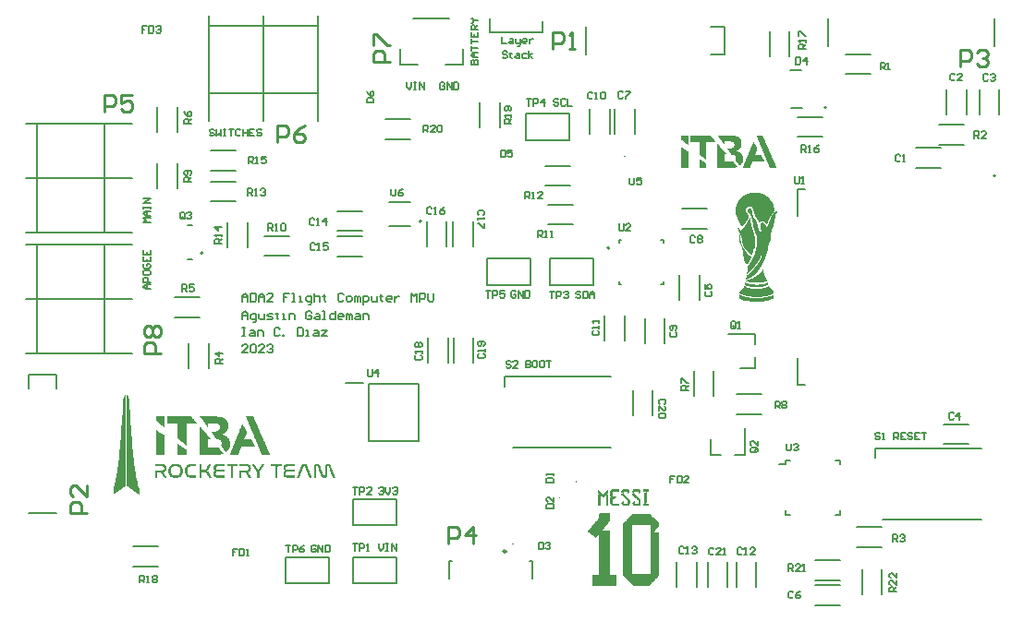
<source format=gbr>
%TF.GenerationSoftware,Altium Limited,Altium Designer,23.5.1 (21)*%
G04 Layer_Color=65535*
%FSLAX45Y45*%
%MOMM*%
%TF.SameCoordinates,184668B5-E9FD-47B0-B020-163135FE076F*%
%TF.FilePolarity,Positive*%
%TF.FileFunction,Legend,Top*%
%TF.Part,Single*%
G01*
G75*
%TA.AperFunction,NonConductor*%
%ADD59C,0.20000*%
%ADD60C,0.10000*%
%ADD61C,0.25000*%
%ADD62C,0.15240*%
%ADD63C,0.12700*%
%ADD64C,0.15200*%
%ADD65C,0.25400*%
G36*
X1314052Y1678768D02*
X1310672D01*
Y1682148D01*
X1307292D01*
Y1685527D01*
X1303912D01*
Y1688907D01*
X1300532D01*
Y1692287D01*
X1293772D01*
Y1695667D01*
X1290392D01*
Y1699047D01*
X1287013D01*
Y1702427D01*
X1283633D01*
Y1705807D01*
X1276873D01*
Y1709187D01*
X1273493D01*
Y1712567D01*
X1270113D01*
Y1715947D01*
X1266733D01*
Y1719327D01*
X1263353D01*
Y1722706D01*
X1256593D01*
Y1726086D01*
X1253214D01*
Y1729466D01*
X1249834D01*
Y1732846D01*
X1246454D01*
Y1736226D01*
X1243074D01*
Y1739606D01*
X1236314D01*
Y1783545D01*
X1314052D01*
Y1678768D01*
D02*
G37*
G36*
X1557405Y1780165D02*
X1560785D01*
Y1773405D01*
X1564165D01*
Y1770025D01*
X1567545D01*
Y1766645D01*
X1570924D01*
Y1763265D01*
X1574304D01*
Y1759885D01*
X1577684D01*
Y1756506D01*
X1581064D01*
Y1753126D01*
X1584444D01*
Y1746366D01*
X1587824D01*
Y1742986D01*
X1591204D01*
Y1739606D01*
X1594584D01*
Y1736226D01*
X1597964D01*
Y1732846D01*
X1601344D01*
Y1729466D01*
X1604723D01*
Y1726086D01*
X1608103D01*
Y1719327D01*
X1611483D01*
Y1712567D01*
X1513466D01*
Y1672008D01*
Y1668628D01*
Y1516532D01*
X1510086D01*
Y1519912D01*
X1503326D01*
Y1523292D01*
X1499946D01*
Y1526672D01*
X1496567D01*
Y1530052D01*
X1493187D01*
Y1533432D01*
X1489807D01*
Y1536812D01*
X1483047D01*
Y1540192D01*
X1479667D01*
Y1543572D01*
X1476287D01*
Y1546951D01*
X1472907D01*
Y1550331D01*
X1466147D01*
Y1553711D01*
X1462768D01*
Y1557091D01*
X1459388D01*
Y1560471D01*
X1456008D01*
Y1563851D01*
X1452628D01*
Y1567231D01*
X1445868D01*
Y1570611D01*
X1442488D01*
Y1573991D01*
X1439108D01*
Y1577371D01*
X1435728D01*
Y1712567D01*
X1344471D01*
Y1715947D01*
X1341091D01*
Y1783545D01*
X1557405D01*
Y1780165D01*
D02*
G37*
G36*
X1797378D02*
X1824417D01*
Y1776785D01*
X1837937D01*
Y1773405D01*
X1848077D01*
Y1770025D01*
X1854837D01*
Y1766645D01*
X1861596D01*
Y1763265D01*
X1864976D01*
Y1759885D01*
X1871736D01*
Y1756506D01*
X1875116D01*
Y1753126D01*
X1878496D01*
Y1749746D01*
X1881876D01*
Y1742986D01*
X1885256D01*
Y1739606D01*
X1888636D01*
Y1732846D01*
X1892016D01*
Y1722706D01*
X1895395D01*
Y1705807D01*
X1898775D01*
Y1682148D01*
X1895395D01*
Y1665248D01*
X1892016D01*
Y1658488D01*
X1888636D01*
Y1651728D01*
X1885256D01*
Y1648349D01*
X1881876D01*
Y1641589D01*
X1878496D01*
Y1638209D01*
X1875116D01*
Y1634829D01*
X1871736D01*
Y1631449D01*
X1864976D01*
Y1628069D01*
X1861596D01*
Y1624689D01*
X1854837D01*
Y1621309D01*
X1848077D01*
Y1617929D01*
X1841317D01*
Y1614549D01*
X1844697D01*
Y1611170D01*
X1858217D01*
Y1607790D01*
X1864976D01*
Y1604410D01*
X1871736D01*
Y1601030D01*
X1878496D01*
Y1597650D01*
X1881876D01*
Y1594270D01*
X1885256D01*
Y1590890D01*
X1888636D01*
Y1587510D01*
X1892016D01*
Y1584130D01*
X1895395D01*
Y1580750D01*
X1898775D01*
Y1577371D01*
X1902155D01*
Y1570611D01*
X1905535D01*
Y1563851D01*
X1908915D01*
Y1553711D01*
X1912295D01*
Y1536812D01*
X1915675D01*
Y1516532D01*
X1912295D01*
Y1499633D01*
X1908915D01*
Y1489493D01*
X1905535D01*
Y1482733D01*
X1902155D01*
Y1475973D01*
X1898775D01*
Y1472594D01*
X1895395D01*
Y1469214D01*
X1892016D01*
Y1465834D01*
X1888636D01*
Y1462454D01*
X1885256D01*
Y1459074D01*
X1881876D01*
Y1455694D01*
X1878496D01*
Y1452314D01*
X1875116D01*
Y1455694D01*
X1871736D01*
Y1459074D01*
X1868356D01*
Y1462454D01*
X1864976D01*
Y1469214D01*
X1861596D01*
Y1472594D01*
X1858217D01*
Y1479353D01*
X1854837D01*
Y1482733D01*
X1851457D01*
Y1486113D01*
X1848077D01*
Y1492873D01*
X1844697D01*
Y1496253D01*
X1841317D01*
Y1503013D01*
X1837937D01*
Y1506393D01*
X1834557D01*
Y1509772D01*
X1831177D01*
Y1519912D01*
X1834557D01*
Y1550331D01*
X1831177D01*
Y1557091D01*
X1827797D01*
Y1560471D01*
X1824417D01*
Y1563851D01*
X1821038D01*
Y1567231D01*
X1814278D01*
Y1570611D01*
X1804138D01*
Y1573991D01*
X1787238D01*
Y1577371D01*
X1783859D01*
Y1580750D01*
X1780479D01*
Y1587510D01*
X1777099D01*
Y1590890D01*
X1773719D01*
Y1594270D01*
X1770339D01*
Y1601030D01*
X1766959D01*
Y1604410D01*
X1763579D01*
Y1611170D01*
X1760199D01*
Y1614549D01*
X1756819D01*
Y1617929D01*
X1753439D01*
Y1624689D01*
X1750059D01*
Y1628069D01*
X1746680D01*
Y1631449D01*
X1743300D01*
Y1638209D01*
X1739920D01*
Y1641589D01*
X1787238D01*
Y1644969D01*
X1797378D01*
Y1648349D01*
X1804138D01*
Y1651728D01*
X1807518D01*
Y1655108D01*
X1810898D01*
Y1658488D01*
X1814278D01*
Y1661868D01*
X1817658D01*
Y1672008D01*
X1821038D01*
Y1685527D01*
X1817658D01*
Y1695667D01*
X1814278D01*
Y1702427D01*
X1810898D01*
Y1705807D01*
X1807518D01*
Y1709187D01*
X1800758D01*
Y1712567D01*
X1790618D01*
Y1715947D01*
X1712880D01*
Y1678768D01*
X1709501D01*
Y1685527D01*
X1706121D01*
Y1688907D01*
X1702741D01*
Y1695667D01*
X1699361D01*
Y1699047D01*
X1695981D01*
Y1702427D01*
X1692601D01*
Y1709187D01*
X1689221D01*
Y1712567D01*
X1685841D01*
Y1715947D01*
X1682461D01*
Y1722706D01*
X1679081D01*
Y1726086D01*
X1675701D01*
Y1732846D01*
X1672322D01*
Y1736226D01*
X1668942D01*
Y1739606D01*
X1665562D01*
Y1746366D01*
X1662182D01*
Y1749746D01*
X1658802D01*
Y1756506D01*
X1655422D01*
Y1759885D01*
X1652042D01*
Y1763265D01*
X1648662D01*
Y1770025D01*
X1645282D01*
Y1773405D01*
X1641902D01*
Y1780165D01*
X1638523D01*
Y1783545D01*
X1797378D01*
Y1780165D01*
D02*
G37*
G36*
X2128609Y1773405D02*
X2131989D01*
Y1766645D01*
X2135369D01*
Y1759885D01*
X2138748D01*
Y1749746D01*
X2142128D01*
Y1742986D01*
X2145508D01*
Y1736226D01*
X2148888D01*
Y1729466D01*
X2152268D01*
Y1719327D01*
X2155648D01*
Y1712567D01*
X2159028D01*
Y1705807D01*
X2162408D01*
Y1699047D01*
X2165788D01*
Y1688907D01*
X2169168D01*
Y1682148D01*
X2172548D01*
Y1675388D01*
X2175927D01*
Y1665248D01*
X2179307D01*
Y1658488D01*
X2182687D01*
Y1648349D01*
X2186067D01*
Y1641589D01*
X2189447D01*
Y1634829D01*
X2192827D01*
Y1628069D01*
X2196207D01*
Y1617929D01*
X2199587D01*
Y1611170D01*
X2202967D01*
Y1604410D01*
X2206347D01*
Y1594270D01*
X2209726D01*
Y1587510D01*
X2213106D01*
Y1580750D01*
X2216486D01*
Y1573991D01*
X2219866D01*
Y1563851D01*
X2223246D01*
Y1557091D01*
X2226626D01*
Y1550331D01*
X2230006D01*
Y1543572D01*
X2233386D01*
Y1533432D01*
X2236766D01*
Y1526672D01*
X2240146D01*
Y1523292D01*
Y1519912D01*
X2243525D01*
Y1509772D01*
X2246905D01*
Y1503013D01*
X2250285D01*
Y1496253D01*
X2253665D01*
Y1486113D01*
X2257045D01*
Y1479353D01*
X2260425D01*
Y1472594D01*
X2263805D01*
Y1462454D01*
X2267185D01*
Y1455694D01*
X2270565D01*
Y1448934D01*
X2273945D01*
Y1442174D01*
X2277325D01*
Y1432035D01*
X2280704D01*
Y1428655D01*
X2206347D01*
Y1432035D01*
X2202967D01*
Y1438795D01*
X2199587D01*
Y1445554D01*
X2196207D01*
Y1455694D01*
X2192827D01*
Y1462454D01*
X2189447D01*
Y1472594D01*
X2186067D01*
Y1479353D01*
X2182687D01*
Y1489493D01*
X2179307D01*
Y1496253D01*
X2175927D01*
Y1503013D01*
X2172548D01*
Y1513152D01*
X2169168D01*
Y1519912D01*
X2165788D01*
Y1530052D01*
X2162408D01*
Y1536812D01*
X2159028D01*
Y1543572D01*
X2155648D01*
Y1553711D01*
X2152268D01*
Y1560471D01*
X2148888D01*
Y1570611D01*
X2145508D01*
Y1577371D01*
X2142128D01*
Y1584130D01*
X2138748D01*
Y1594270D01*
X2135369D01*
Y1601030D01*
X2131989D01*
Y1611170D01*
X2128609D01*
Y1617929D01*
X2125229D01*
Y1628069D01*
X2121849D01*
Y1634829D01*
X2118469D01*
Y1641589D01*
X2115089D01*
Y1651728D01*
X2111709D01*
Y1658488D01*
X2108329D01*
Y1668628D01*
X2104949D01*
Y1675388D01*
X2101570D01*
Y1685527D01*
X2098190D01*
Y1692287D01*
X2094810D01*
Y1699047D01*
X2091430D01*
Y1709187D01*
X2088050D01*
Y1715947D01*
X2084670D01*
Y1726086D01*
X2081290D01*
Y1732846D01*
X2077910D01*
Y1739606D01*
X2074530D01*
Y1749746D01*
X2071150D01*
Y1756506D01*
X2067771D01*
Y1763265D01*
X2064391D01*
Y1773405D01*
X2061011D01*
Y1783545D01*
X2128609D01*
Y1773405D01*
D02*
G37*
G36*
X2030592Y1705807D02*
X2033971D01*
Y1699047D01*
X2037351D01*
Y1692287D01*
X2040731D01*
Y1688907D01*
X2044111D01*
Y1682148D01*
X2047491D01*
Y1675388D01*
X2050871D01*
Y1668628D01*
X2054251D01*
Y1665248D01*
X2057631D01*
Y1658488D01*
X2061011D01*
Y1651728D01*
X2064391D01*
Y1644969D01*
X2067771D01*
Y1628069D01*
X2064391D01*
Y1617929D01*
X2061011D01*
Y1611170D01*
X2057631D01*
Y1601030D01*
X2054251D01*
Y1594270D01*
X2050871D01*
Y1584130D01*
X2047491D01*
Y1577371D01*
X2044111D01*
Y1570611D01*
X2108329D01*
Y1567231D01*
X2111709D01*
Y1563851D01*
X2115089D01*
Y1557091D01*
X2118469D01*
Y1550331D01*
X2121849D01*
Y1546951D01*
X2125229D01*
Y1540192D01*
X2128609D01*
Y1533432D01*
X2131989D01*
Y1526672D01*
X2135369D01*
Y1523292D01*
X2138748D01*
Y1516532D01*
X2142128D01*
Y1509772D01*
X2145508D01*
Y1503013D01*
X2017072D01*
Y1496253D01*
X2013692D01*
Y1486113D01*
X2010312D01*
Y1479353D01*
X2006932D01*
Y1469214D01*
X2003552D01*
Y1462454D01*
X2000172D01*
Y1452314D01*
X1996793D01*
Y1442174D01*
X1993413D01*
Y1435415D01*
X1990033D01*
Y1428655D01*
X1908915D01*
Y1432035D01*
X1912295D01*
Y1442174D01*
X1915675D01*
Y1448934D01*
X1919055D01*
Y1455694D01*
X1922435D01*
Y1465834D01*
X1925815D01*
Y1472594D01*
X1929194D01*
Y1482733D01*
X1932574D01*
Y1489493D01*
X1935954D01*
Y1496253D01*
X1939334D01*
Y1506393D01*
X1942714D01*
Y1513152D01*
X1946094D01*
Y1523292D01*
X1949474D01*
Y1530052D01*
X1952854D01*
Y1540192D01*
X1956234D01*
Y1546951D01*
X1959614D01*
Y1553711D01*
X1962994D01*
Y1563851D01*
X1966373D01*
Y1570611D01*
X1969753D01*
Y1580750D01*
X1973133D01*
Y1587510D01*
X1976513D01*
Y1597650D01*
X1979893D01*
Y1604410D01*
X1983273D01*
Y1611170D01*
X1986653D01*
Y1621309D01*
X1990033D01*
Y1628069D01*
X1993413D01*
Y1634829D01*
X1996793D01*
Y1644969D01*
X2000172D01*
Y1651728D01*
X2003552D01*
Y1661868D01*
X2006932D01*
Y1668628D01*
X2010312D01*
Y1675388D01*
X2013692D01*
Y1685527D01*
X2017072D01*
Y1692287D01*
X2020452D01*
Y1702427D01*
X2023832D01*
Y1709187D01*
X2030592D01*
Y1705807D01*
D02*
G37*
G36*
X1638523Y1685527D02*
X1641902D01*
Y1682148D01*
X1645282D01*
Y1678768D01*
X1648662D01*
Y1675388D01*
X1652042D01*
Y1668628D01*
X1655422D01*
Y1665248D01*
X1658802D01*
Y1661868D01*
X1662182D01*
Y1658488D01*
X1665562D01*
Y1655108D01*
X1668942D01*
Y1651728D01*
X1672322D01*
Y1648349D01*
X1675701D01*
Y1644969D01*
X1679081D01*
Y1638209D01*
X1682461D01*
Y1634829D01*
X1685841D01*
Y1631449D01*
X1689221D01*
Y1628069D01*
X1692601D01*
Y1624689D01*
X1695981D01*
Y1621309D01*
X1699361D01*
Y1617929D01*
X1702741D01*
Y1611170D01*
X1706121D01*
Y1607790D01*
X1709501D01*
Y1604410D01*
X1712880D01*
Y1601030D01*
X1716260D01*
Y1597650D01*
X1719640D01*
Y1594270D01*
X1723020D01*
Y1590890D01*
X1726400D01*
Y1584130D01*
X1729780D01*
Y1580750D01*
X1733160D01*
Y1573991D01*
X1712880D01*
Y1546951D01*
Y1543572D01*
Y1496253D01*
X1807518D01*
Y1492873D01*
X1810898D01*
Y1489493D01*
X1814278D01*
Y1486113D01*
X1817658D01*
Y1479353D01*
X1821038D01*
Y1475973D01*
X1824417D01*
Y1472594D01*
X1827797D01*
Y1469214D01*
X1831177D01*
Y1465834D01*
X1834557D01*
Y1462454D01*
X1837937D01*
Y1459074D01*
X1841317D01*
Y1452314D01*
X1844697D01*
Y1448934D01*
X1848077D01*
Y1445554D01*
X1851457D01*
Y1438795D01*
X1841317D01*
Y1435415D01*
X1831177D01*
Y1432035D01*
X1807518D01*
Y1428655D01*
X1635143D01*
Y1688907D01*
X1638523D01*
Y1685527D01*
D02*
G37*
G36*
X1442488Y1523292D02*
X1445868D01*
Y1519912D01*
X1452628D01*
Y1516532D01*
X1456008D01*
Y1513152D01*
X1462768D01*
Y1509772D01*
X1466147D01*
Y1506393D01*
X1472907D01*
Y1503013D01*
X1476287D01*
Y1499633D01*
X1483047D01*
Y1496253D01*
X1489807D01*
Y1492873D01*
X1493187D01*
Y1489493D01*
X1499946D01*
Y1486113D01*
X1503326D01*
Y1482733D01*
X1510086D01*
Y1479353D01*
X1513466D01*
Y1428655D01*
X1435728D01*
Y1516532D01*
Y1519912D01*
Y1526672D01*
X1442488D01*
Y1523292D01*
D02*
G37*
G36*
X1243074Y1651728D02*
X1246454D01*
Y1648349D01*
X1253214D01*
Y1644969D01*
X1256593D01*
Y1641589D01*
X1263353D01*
Y1638209D01*
X1266733D01*
Y1634829D01*
X1273493D01*
Y1631449D01*
X1280253D01*
Y1628069D01*
X1283633D01*
Y1624689D01*
X1290392D01*
Y1621309D01*
X1293772D01*
Y1617929D01*
X1300532D01*
Y1614549D01*
X1303912D01*
Y1611170D01*
X1310672D01*
Y1607790D01*
X1314052D01*
Y1499633D01*
Y1496253D01*
Y1428655D01*
X1236314D01*
Y1655108D01*
X1243074D01*
Y1651728D01*
D02*
G37*
G36*
X2230006Y1337397D02*
X2226626D01*
Y1334018D01*
X2223246D01*
Y1327258D01*
X2219866D01*
Y1323878D01*
X2216486D01*
Y1320498D01*
X2213106D01*
Y1313738D01*
X2209726D01*
Y1310358D01*
X2206347D01*
Y1303598D01*
X2202967D01*
Y1300218D01*
X2199587D01*
Y1296839D01*
X2196207D01*
Y1290079D01*
X2192827D01*
Y1286699D01*
X2189447D01*
Y1279939D01*
X2186067D01*
Y1276559D01*
X2182687D01*
Y1219101D01*
X2162408D01*
Y1273179D01*
X2159028D01*
Y1279939D01*
X2155648D01*
Y1283319D01*
X2152268D01*
Y1286699D01*
X2148888D01*
Y1293459D01*
X2145508D01*
Y1296839D01*
X2142128D01*
Y1303598D01*
X2138748D01*
Y1306978D01*
X2135369D01*
Y1310358D01*
X2131989D01*
Y1317118D01*
X2128609D01*
Y1320498D01*
X2125229D01*
Y1327258D01*
X2121849D01*
Y1330638D01*
X2118469D01*
Y1334018D01*
X2115089D01*
Y1340777D01*
X2111709D01*
Y1344157D01*
X2138748D01*
Y1337397D01*
X2142128D01*
Y1334018D01*
X2145508D01*
Y1327258D01*
X2148888D01*
Y1323878D01*
X2152268D01*
Y1317118D01*
X2155648D01*
Y1310358D01*
X2159028D01*
Y1306978D01*
X2162408D01*
Y1300218D01*
X2165788D01*
Y1296839D01*
X2169168D01*
Y1290079D01*
X2172548D01*
Y1293459D01*
X2175927D01*
Y1300218D01*
X2179307D01*
Y1303598D01*
X2182687D01*
Y1310358D01*
X2186067D01*
Y1313738D01*
X2189447D01*
Y1320498D01*
X2192827D01*
Y1323878D01*
X2196207D01*
Y1330638D01*
X2199587D01*
Y1334018D01*
X2202967D01*
Y1340777D01*
X2206347D01*
Y1344157D01*
X2230006D01*
Y1337397D01*
D02*
G37*
G36*
X1739920D02*
X1736540D01*
Y1330638D01*
X1733160D01*
Y1323878D01*
X1729780D01*
Y1317118D01*
X1726400D01*
Y1310358D01*
X1723020D01*
Y1303598D01*
X1719640D01*
Y1296839D01*
X1716260D01*
Y1293459D01*
X1712880D01*
Y1290079D01*
X1709501D01*
Y1286699D01*
X1706121D01*
Y1283319D01*
X1702741D01*
Y1279939D01*
X1706121D01*
Y1276559D01*
X1712880D01*
Y1273179D01*
X1716260D01*
Y1266419D01*
X1719640D01*
Y1263040D01*
X1723020D01*
Y1256280D01*
X1726400D01*
Y1249520D01*
X1729780D01*
Y1242760D01*
X1733160D01*
Y1236000D01*
X1736540D01*
Y1232620D01*
X1739920D01*
Y1225861D01*
X1743300D01*
Y1219101D01*
X1719640D01*
Y1225861D01*
X1716260D01*
Y1232620D01*
X1712880D01*
Y1239380D01*
X1709501D01*
Y1246140D01*
X1706121D01*
Y1249520D01*
X1702741D01*
Y1256280D01*
X1699361D01*
Y1263040D01*
X1695981D01*
Y1266419D01*
X1689221D01*
Y1269799D01*
X1655422D01*
Y1219101D01*
X1631763D01*
Y1344157D01*
X1655422D01*
Y1300218D01*
Y1296839D01*
Y1290079D01*
X1685841D01*
Y1293459D01*
X1692601D01*
Y1296839D01*
X1695981D01*
Y1303598D01*
X1699361D01*
Y1310358D01*
X1702741D01*
Y1317118D01*
X1706121D01*
Y1323878D01*
X1709501D01*
Y1330638D01*
X1712880D01*
Y1337397D01*
X1716260D01*
Y1344157D01*
X1739920D01*
Y1337397D01*
D02*
G37*
G36*
X2818109Y1344157D02*
X2828249D01*
Y1340777D01*
X2831629D01*
Y1337397D01*
X2835009D01*
Y1330638D01*
X2838389D01*
Y1323878D01*
X2841769D01*
Y1313738D01*
X2845148D01*
Y1303598D01*
X2848528D01*
Y1296839D01*
X2851908D01*
Y1286699D01*
X2855288D01*
Y1276559D01*
X2858668D01*
Y1266419D01*
X2862048D01*
Y1259660D01*
X2865428D01*
Y1249520D01*
X2868808D01*
Y1239380D01*
X2872188D01*
Y1232620D01*
X2875568D01*
Y1222481D01*
X2878948D01*
Y1219101D01*
X2855288D01*
Y1225861D01*
X2851908D01*
Y1236000D01*
X2848528D01*
Y1242760D01*
X2845148D01*
Y1252900D01*
X2841769D01*
Y1263040D01*
X2838389D01*
Y1269799D01*
X2835009D01*
Y1279939D01*
X2831629D01*
Y1290079D01*
X2828249D01*
Y1300218D01*
X2824869D01*
Y1306978D01*
X2821489D01*
Y1317118D01*
X2818109D01*
Y1323878D01*
X2814729D01*
Y1327258D01*
X2807969D01*
Y1323878D01*
X2804590D01*
Y1236000D01*
X2801210D01*
Y1225861D01*
X2797830D01*
Y1222481D01*
X2794450D01*
Y1219101D01*
X2784310D01*
Y1215721D01*
X2767411D01*
Y1219101D01*
X2760651D01*
Y1222481D01*
X2757271D01*
Y1225861D01*
X2753891D01*
Y1229241D01*
X2750511D01*
Y1236000D01*
X2747131D01*
Y1246140D01*
X2743751D01*
Y1252900D01*
X2740371D01*
Y1263040D01*
X2736991D01*
Y1273179D01*
X2733611D01*
Y1279939D01*
X2730232D01*
Y1290079D01*
X2726852D01*
Y1300218D01*
X2723472D01*
Y1306978D01*
X2720092D01*
Y1317118D01*
X2716712D01*
Y1323878D01*
X2713332D01*
Y1327258D01*
X2706572D01*
Y1323878D01*
X2703192D01*
Y1219101D01*
X2682913D01*
Y1334018D01*
X2686293D01*
Y1337397D01*
X2689673D01*
Y1340777D01*
X2693053D01*
Y1344157D01*
X2699812D01*
Y1347537D01*
X2716712D01*
Y1344157D01*
X2726852D01*
Y1340777D01*
X2730232D01*
Y1337397D01*
X2733611D01*
Y1330638D01*
X2736991D01*
Y1323878D01*
X2740371D01*
Y1313738D01*
X2743751D01*
Y1303598D01*
X2747131D01*
Y1293459D01*
X2750511D01*
Y1286699D01*
X2753891D01*
Y1276559D01*
X2757271D01*
Y1266419D01*
X2760651D01*
Y1259660D01*
X2764031D01*
Y1249520D01*
X2767411D01*
Y1242760D01*
X2770790D01*
Y1239380D01*
X2774170D01*
Y1236000D01*
X2780930D01*
Y1242760D01*
X2784310D01*
Y1334018D01*
X2787690D01*
Y1337397D01*
X2791070D01*
Y1340777D01*
X2794450D01*
Y1344157D01*
X2801210D01*
Y1347537D01*
X2818109D01*
Y1344157D01*
D02*
G37*
G36*
X2605175D02*
X2611935D01*
Y1340777D01*
X2615315D01*
Y1337397D01*
X2618695D01*
Y1330638D01*
X2622075D01*
Y1320498D01*
X2625455D01*
Y1313738D01*
X2628834D01*
Y1303598D01*
X2632214D01*
Y1293459D01*
X2635594D01*
Y1286699D01*
X2638974D01*
Y1276559D01*
X2642354D01*
Y1269799D01*
X2645734D01*
Y1259660D01*
X2649114D01*
Y1249520D01*
X2652494D01*
Y1242760D01*
X2655874D01*
Y1232620D01*
X2659254D01*
Y1222481D01*
X2662633D01*
Y1219101D01*
X2638974D01*
Y1225861D01*
X2635594D01*
Y1232620D01*
X2632214D01*
Y1242760D01*
X2628834D01*
Y1252900D01*
X2625455D01*
Y1259660D01*
X2622075D01*
Y1269799D01*
X2618695D01*
Y1279939D01*
X2615315D01*
Y1286699D01*
X2611935D01*
Y1296839D01*
X2608555D01*
Y1306978D01*
X2605175D01*
Y1313738D01*
X2601795D01*
Y1323878D01*
X2598415D01*
Y1327258D01*
X2591655D01*
Y1323878D01*
X2588276D01*
Y1317118D01*
X2584896D01*
Y1310358D01*
X2581516D01*
Y1300218D01*
X2578136D01*
Y1293459D01*
X2574756D01*
Y1283319D01*
X2571376D01*
Y1276559D01*
X2567996D01*
Y1266419D01*
X2564616D01*
Y1259660D01*
X2561236D01*
Y1249520D01*
X2557856D01*
Y1239380D01*
X2554477D01*
Y1232620D01*
X2551097D01*
Y1222481D01*
X2547717D01*
Y1219101D01*
X2524057D01*
Y1222481D01*
X2527437D01*
Y1229241D01*
X2530817D01*
Y1239380D01*
X2534197D01*
Y1246140D01*
X2537577D01*
Y1256280D01*
X2540957D01*
Y1266419D01*
X2544337D01*
Y1273179D01*
X2547717D01*
Y1283319D01*
X2551097D01*
Y1290079D01*
X2554477D01*
Y1300218D01*
X2557856D01*
Y1306978D01*
X2561236D01*
Y1317118D01*
X2564616D01*
Y1323878D01*
X2567996D01*
Y1334018D01*
X2571376D01*
Y1337397D01*
X2574756D01*
Y1340777D01*
X2578136D01*
Y1344157D01*
X2584896D01*
Y1347537D01*
X2605175D01*
Y1344157D01*
D02*
G37*
G36*
X2507158Y1323878D02*
X2436180D01*
Y1320498D01*
X2429420D01*
Y1317118D01*
X2426040D01*
Y1296839D01*
X2432800D01*
Y1293459D01*
X2503778D01*
Y1273179D01*
X2432800D01*
Y1269799D01*
X2426040D01*
Y1263040D01*
X2422660D01*
Y1252900D01*
X2426040D01*
Y1246140D01*
X2429420D01*
Y1242760D01*
X2436180D01*
Y1239380D01*
X2507158D01*
Y1219101D01*
X2429420D01*
Y1222481D01*
X2419280D01*
Y1225861D01*
X2412521D01*
Y1229241D01*
X2409141D01*
Y1232620D01*
X2405761D01*
Y1239380D01*
X2402381D01*
Y1266419D01*
X2405761D01*
Y1273179D01*
X2409141D01*
Y1276559D01*
X2412521D01*
Y1279939D01*
X2415901D01*
Y1286699D01*
X2412521D01*
Y1290079D01*
X2409141D01*
Y1293459D01*
X2405761D01*
Y1300218D01*
X2402381D01*
Y1323878D01*
X2405761D01*
Y1330638D01*
X2409141D01*
Y1334018D01*
X2412521D01*
Y1337397D01*
X2419280D01*
Y1340777D01*
X2429420D01*
Y1344157D01*
X2507158D01*
Y1323878D01*
D02*
G37*
G36*
X2385481D02*
X2351682D01*
Y1320498D01*
X2348302D01*
Y1219101D01*
X2328023D01*
Y1323878D01*
X2290844D01*
Y1344157D01*
X2385481D01*
Y1323878D01*
D02*
G37*
G36*
X2077910Y1340777D02*
X2088050D01*
Y1337397D01*
X2094810D01*
Y1334018D01*
X2098190D01*
Y1330638D01*
X2101570D01*
Y1323878D01*
X2104949D01*
Y1310358D01*
X2108329D01*
Y1300218D01*
X2104949D01*
Y1286699D01*
X2101570D01*
Y1283319D01*
X2098190D01*
Y1276559D01*
X2094810D01*
Y1273179D01*
X2088050D01*
Y1269799D01*
X2081290D01*
Y1263040D01*
X2084670D01*
Y1259660D01*
X2088050D01*
Y1252900D01*
X2091430D01*
Y1246140D01*
X2094810D01*
Y1242760D01*
X2098190D01*
Y1236000D01*
X2101570D01*
Y1229241D01*
X2104949D01*
Y1222481D01*
X2108329D01*
Y1219101D01*
X2084670D01*
Y1225861D01*
X2081290D01*
Y1229241D01*
X2077910D01*
Y1236000D01*
X2074530D01*
Y1242760D01*
X2071150D01*
Y1246140D01*
X2067771D01*
Y1252900D01*
X2064391D01*
Y1259660D01*
X2061011D01*
Y1263040D01*
X2057631D01*
Y1266419D01*
X2020452D01*
Y1219101D01*
X2000172D01*
Y1279939D01*
X2003552D01*
Y1283319D01*
X2006932D01*
Y1286699D01*
X2074530D01*
Y1290079D01*
X2081290D01*
Y1293459D01*
X2084670D01*
Y1317118D01*
X2081290D01*
Y1320498D01*
X2074530D01*
Y1323878D01*
X2000172D01*
Y1344157D01*
X2077910D01*
Y1340777D01*
D02*
G37*
G36*
X1979893Y1323878D02*
X1942714D01*
Y1269799D01*
Y1266419D01*
Y1219101D01*
X1922435D01*
Y1320498D01*
X1919055D01*
Y1323878D01*
X1885256D01*
Y1344157D01*
X1979893D01*
Y1323878D01*
D02*
G37*
G36*
X1864976D02*
X1793998D01*
Y1320498D01*
X1787238D01*
Y1317118D01*
X1783859D01*
Y1296839D01*
X1790618D01*
Y1293459D01*
X1861596D01*
Y1290079D01*
Y1286699D01*
Y1273179D01*
X1790618D01*
Y1269799D01*
X1783859D01*
Y1263040D01*
X1780479D01*
Y1252900D01*
X1783859D01*
Y1246140D01*
X1787238D01*
Y1242760D01*
X1793998D01*
Y1239380D01*
X1864976D01*
Y1219101D01*
X1787238D01*
Y1222481D01*
X1777099D01*
Y1225861D01*
X1770339D01*
Y1229241D01*
X1766959D01*
Y1232620D01*
X1763579D01*
Y1239380D01*
X1760199D01*
Y1266419D01*
X1763579D01*
Y1273179D01*
X1766959D01*
Y1276559D01*
X1770339D01*
Y1279939D01*
X1773719D01*
Y1286699D01*
X1770339D01*
Y1290079D01*
X1766959D01*
Y1293459D01*
X1763579D01*
Y1300218D01*
X1760199D01*
Y1323878D01*
X1763579D01*
Y1330638D01*
X1766959D01*
Y1334018D01*
X1770339D01*
Y1337397D01*
X1777099D01*
Y1340777D01*
X1787238D01*
Y1344157D01*
X1864976D01*
Y1323878D01*
D02*
G37*
G36*
X1604723D02*
X1550645D01*
Y1320498D01*
X1540505D01*
Y1317118D01*
X1533745D01*
Y1313738D01*
X1530366D01*
Y1310358D01*
X1526986D01*
Y1300218D01*
X1523606D01*
Y1263040D01*
X1526986D01*
Y1252900D01*
X1530366D01*
Y1249520D01*
X1533745D01*
Y1246140D01*
X1540505D01*
Y1242760D01*
X1550645D01*
Y1239380D01*
X1604723D01*
Y1219101D01*
X1543885D01*
Y1222481D01*
X1533745D01*
Y1225861D01*
X1526986D01*
Y1229241D01*
X1520226D01*
Y1232620D01*
X1516846D01*
Y1236000D01*
X1513466D01*
Y1242760D01*
X1510086D01*
Y1249520D01*
X1506706D01*
Y1256280D01*
X1503326D01*
Y1306978D01*
X1506706D01*
Y1313738D01*
X1510086D01*
Y1320498D01*
X1513466D01*
Y1327258D01*
X1516846D01*
Y1330638D01*
X1520226D01*
Y1334018D01*
X1526986D01*
Y1337397D01*
X1533745D01*
Y1340777D01*
X1543885D01*
Y1344157D01*
X1604723D01*
Y1323878D01*
D02*
G37*
G36*
X1439108Y1340777D02*
X1449248D01*
Y1337397D01*
X1456008D01*
Y1334018D01*
X1462768D01*
Y1330638D01*
X1466147D01*
Y1323878D01*
X1469527D01*
Y1320498D01*
X1472907D01*
Y1313738D01*
X1476287D01*
Y1303598D01*
X1479667D01*
Y1259660D01*
X1476287D01*
Y1249520D01*
X1472907D01*
Y1242760D01*
X1469527D01*
Y1236000D01*
X1466147D01*
Y1232620D01*
X1462768D01*
Y1229241D01*
X1456008D01*
Y1225861D01*
X1449248D01*
Y1222481D01*
X1439108D01*
Y1219101D01*
X1391790D01*
Y1222481D01*
X1381650D01*
Y1225861D01*
X1374890D01*
Y1229241D01*
X1368130D01*
Y1232620D01*
X1364750D01*
Y1236000D01*
X1361370D01*
Y1242760D01*
X1357991D01*
Y1249520D01*
X1354611D01*
Y1259660D01*
X1351231D01*
Y1303598D01*
X1354611D01*
Y1313738D01*
X1357991D01*
Y1320498D01*
X1361370D01*
Y1323878D01*
X1364750D01*
Y1330638D01*
X1371510D01*
Y1334018D01*
X1374890D01*
Y1337397D01*
X1381650D01*
Y1340777D01*
X1391790D01*
Y1344157D01*
X1439108D01*
Y1340777D01*
D02*
G37*
G36*
X1303912D02*
X1314052D01*
Y1337397D01*
X1320812D01*
Y1334018D01*
X1324192D01*
Y1327258D01*
X1327571D01*
Y1320498D01*
X1330951D01*
Y1290079D01*
X1327571D01*
Y1283319D01*
X1324192D01*
Y1279939D01*
X1320812D01*
Y1276559D01*
X1317432D01*
Y1273179D01*
X1314052D01*
Y1269799D01*
X1307292D01*
Y1263040D01*
X1310672D01*
Y1256280D01*
X1314052D01*
Y1249520D01*
X1317432D01*
Y1246140D01*
X1320812D01*
Y1239380D01*
X1324192D01*
Y1232620D01*
X1327571D01*
Y1229241D01*
X1330951D01*
Y1222481D01*
X1334331D01*
Y1219101D01*
X1310672D01*
Y1222481D01*
X1307292D01*
Y1229241D01*
X1303912D01*
Y1236000D01*
X1300532D01*
Y1239380D01*
X1297152D01*
Y1246140D01*
X1293772D01*
Y1252900D01*
X1290392D01*
Y1256280D01*
X1287013D01*
Y1263040D01*
X1283633D01*
Y1266419D01*
X1246454D01*
Y1219101D01*
X1226174D01*
Y1279939D01*
X1229554D01*
Y1283319D01*
X1232934D01*
Y1286699D01*
X1300532D01*
Y1290079D01*
X1307292D01*
Y1296839D01*
X1310672D01*
Y1313738D01*
X1307292D01*
Y1317118D01*
X1303912D01*
Y1320498D01*
X1297152D01*
Y1323878D01*
X1226174D01*
Y1334018D01*
Y1337397D01*
Y1344157D01*
X1303912D01*
Y1340777D01*
D02*
G37*
G36*
X972682Y1972820D02*
X976061D01*
Y1969440D01*
X979441D01*
Y1962680D01*
X982821D01*
Y1955920D01*
X986201D01*
Y1945780D01*
X989581D01*
Y1895082D01*
X992961D01*
Y1841003D01*
X996341D01*
Y1790305D01*
X999721D01*
Y1742986D01*
X1003101D01*
Y1732846D01*
Y1729466D01*
Y1695667D01*
X1006481D01*
Y1648349D01*
X1009861D01*
Y1601030D01*
X1013240D01*
Y1557091D01*
X1016620D01*
Y1516532D01*
X1020000D01*
Y1475973D01*
X1023380D01*
Y1438795D01*
X1026760D01*
Y1404995D01*
X1030140D01*
Y1374576D01*
X1033520D01*
Y1347537D01*
X1036900D01*
Y1323878D01*
X1040280D01*
Y1300218D01*
X1043660D01*
Y1276559D01*
X1047039D01*
Y1256280D01*
X1050419D01*
Y1239380D01*
X1053799D01*
Y1219101D01*
X1057179D01*
Y1205581D01*
X1060559D01*
Y1188682D01*
X1063939D01*
Y1175162D01*
X1067319D01*
Y1158263D01*
X1070699D01*
Y1144743D01*
X1074079D01*
Y1134603D01*
X1077459D01*
Y1121084D01*
X1080838D01*
Y1067005D01*
X1074079D01*
Y1070385D01*
X1070699D01*
Y1073765D01*
X1063939D01*
Y1077145D01*
X1060559D01*
Y1080525D01*
X1057179D01*
Y1083905D01*
X1050419D01*
Y1087285D01*
X1047039D01*
Y1090664D01*
X1040280D01*
Y1094044D01*
X1036900D01*
Y1097424D01*
X1033520D01*
Y1100804D01*
X1026760D01*
Y1104184D01*
X1023380D01*
Y1107564D01*
X1016620D01*
Y1110944D01*
X1013240D01*
Y1114324D01*
X1009861D01*
Y1117704D01*
X1003101D01*
Y1121084D01*
X999721D01*
Y1124464D01*
X992961D01*
Y1127843D01*
X989581D01*
Y1131223D01*
X986201D01*
Y1134603D01*
X979441D01*
Y1137983D01*
X976061D01*
Y1141363D01*
X972682D01*
Y1144743D01*
X969302D01*
Y1976199D01*
X972682D01*
Y1972820D01*
D02*
G37*
G36*
X955782Y1144743D02*
X952402D01*
Y1141363D01*
X949022D01*
Y1137983D01*
X945642D01*
Y1134603D01*
X938883D01*
Y1131223D01*
X935503D01*
Y1127843D01*
X932123D01*
Y1124464D01*
X925363D01*
Y1121084D01*
X921983D01*
Y1117704D01*
X915223D01*
Y1114324D01*
X911843D01*
Y1110944D01*
X908463D01*
Y1107564D01*
X901704D01*
Y1104184D01*
X898324D01*
Y1100804D01*
X891564D01*
Y1097424D01*
X888184D01*
Y1094044D01*
X884804D01*
Y1090664D01*
X878044D01*
Y1087285D01*
X874664D01*
Y1083905D01*
X867905D01*
Y1080525D01*
X864525D01*
Y1077145D01*
X861145D01*
Y1073765D01*
X854385D01*
Y1070385D01*
X851005D01*
Y1067005D01*
X847625D01*
Y1134603D01*
X851005D01*
Y1144743D01*
X854385D01*
Y1158263D01*
X857765D01*
Y1171782D01*
X861145D01*
Y1188682D01*
X864525D01*
Y1202201D01*
X867905D01*
Y1219101D01*
X871284D01*
Y1236000D01*
X874664D01*
Y1256280D01*
X878044D01*
Y1276559D01*
X881424D01*
Y1296839D01*
X884804D01*
Y1320498D01*
X888184D01*
Y1347537D01*
X891564D01*
Y1374576D01*
X894944D01*
Y1408375D01*
X898324D01*
Y1445554D01*
X901704D01*
Y1479353D01*
X905084D01*
Y1519912D01*
X908463D01*
Y1560471D01*
X911843D01*
Y1604410D01*
X915223D01*
Y1648349D01*
X918603D01*
Y1695667D01*
X921983D01*
Y1742986D01*
X925363D01*
Y1790305D01*
X928743D01*
Y1837623D01*
X932123D01*
Y1888322D01*
X935503D01*
Y1942400D01*
X938883D01*
Y1955920D01*
X942262D01*
Y1962680D01*
X945642D01*
Y1966060D01*
X949022D01*
Y1972820D01*
X952402D01*
Y1976199D01*
X955782D01*
Y1144743D01*
D02*
G37*
G36*
X6109906Y4271615D02*
X6109419D01*
Y4272102D01*
X6108445D01*
Y4272590D01*
X6107958D01*
Y4273077D01*
X6107471D01*
Y4273564D01*
X6106984D01*
Y4274051D01*
X6106497D01*
Y4274538D01*
X6105523D01*
Y4275025D01*
X6105036D01*
Y4275512D01*
X6104548D01*
Y4275999D01*
X6104061D01*
Y4276486D01*
X6103087D01*
Y4276973D01*
X6102600D01*
Y4277460D01*
X6102113D01*
Y4277947D01*
X6101626D01*
Y4278434D01*
X6101139D01*
Y4278921D01*
X6100165D01*
Y4279408D01*
X6099678D01*
Y4279895D01*
X6099191D01*
Y4280382D01*
X6098704D01*
Y4280870D01*
X6098217D01*
Y4281356D01*
X6097243D01*
Y4281844D01*
X6096756D01*
Y4282331D01*
X6096268D01*
Y4282818D01*
X6095781D01*
Y4283305D01*
X6094807D01*
Y4283792D01*
X6094320D01*
Y4284279D01*
X6093833D01*
Y4284766D01*
X6093346D01*
Y4285253D01*
X6092859D01*
Y4285740D01*
X6091885D01*
Y4286227D01*
X6091398D01*
Y4286714D01*
X6090911D01*
Y4287201D01*
X6090424D01*
Y4287688D01*
X6089450D01*
Y4288175D01*
X6088963D01*
Y4288662D01*
X6088476D01*
Y4289149D01*
X6087989D01*
Y4289637D01*
X6087501D01*
Y4290123D01*
X6086527D01*
Y4290611D01*
X6086040D01*
Y4291098D01*
X6085553D01*
Y4291585D01*
X6085066D01*
Y4292072D01*
X6084579D01*
Y4292559D01*
X6083605D01*
Y4293046D01*
X6083118D01*
Y4293533D01*
X6082631D01*
Y4294020D01*
X6082144D01*
Y4294507D01*
X6081170D01*
Y4294994D01*
X6080683D01*
Y4295481D01*
X6080196D01*
Y4295968D01*
X6079708D01*
Y4296455D01*
X6079222D01*
Y4296942D01*
X6078247D01*
Y4297430D01*
X6077760D01*
Y4297916D01*
X6077273D01*
Y4298404D01*
X6076786D01*
Y4298891D01*
X6075812D01*
Y4299378D01*
X6075325D01*
Y4299865D01*
X6074838D01*
Y4300352D01*
X6074351D01*
Y4300839D01*
X6073864D01*
Y4301326D01*
X6072890D01*
Y4301813D01*
X6072403D01*
Y4302300D01*
X6071915D01*
Y4302787D01*
X6071429D01*
Y4303274D01*
X6070941D01*
Y4303761D01*
X6069967D01*
Y4304248D01*
X6069480D01*
Y4304735D01*
X6068993D01*
Y4305223D01*
X6068506D01*
Y4305709D01*
X6067532D01*
Y4306197D01*
X6067045D01*
Y4306684D01*
X6066558D01*
Y4307171D01*
X6066071D01*
Y4307658D01*
X6065584D01*
Y4308145D01*
X6064610D01*
Y4308632D01*
X6064122D01*
Y4309119D01*
X6063636D01*
Y4309606D01*
X6063148D01*
Y4310093D01*
X6062174D01*
Y4310580D01*
X6061687D01*
Y4311067D01*
X6061200D01*
Y4311554D01*
X6060713D01*
Y4312041D01*
X6060226D01*
Y4312528D01*
X6059252D01*
Y4313015D01*
X6058765D01*
Y4313502D01*
X6058278D01*
Y4313990D01*
X6057791D01*
Y4314477D01*
X6057304D01*
Y4314964D01*
X6056330D01*
Y4315451D01*
X6055843D01*
Y4315938D01*
X6055355D01*
Y4316425D01*
X6054869D01*
Y4316912D01*
X6053894D01*
Y4317399D01*
X6053407D01*
Y4317886D01*
X6052920D01*
Y4318373D01*
X6052433D01*
Y4318860D01*
X6051946D01*
Y4319347D01*
X6050972D01*
Y4319834D01*
X6050485D01*
Y4320321D01*
X6049998D01*
Y4320808D01*
X6049511D01*
Y4321295D01*
X6049024D01*
Y4321782D01*
X6048050D01*
Y4322269D01*
X6047563D01*
Y4322757D01*
X6047076D01*
Y4323244D01*
X6046589D01*
Y4323731D01*
X6045614D01*
Y4324218D01*
X6045127D01*
Y4324705D01*
X6044640D01*
Y4325192D01*
X6044153D01*
Y4359773D01*
X6109906D01*
Y4271615D01*
D02*
G37*
G36*
X6312523Y4359286D02*
X6313010D01*
Y4358799D01*
X6313497D01*
Y4357825D01*
X6313984D01*
Y4357338D01*
X6314471D01*
Y4356851D01*
X6314958D01*
Y4356364D01*
X6315445D01*
Y4355876D01*
X6315932D01*
Y4355390D01*
X6316419D01*
Y4354902D01*
X6316906D01*
Y4353928D01*
X6317393D01*
Y4353441D01*
X6317880D01*
Y4352954D01*
X6318367D01*
Y4352467D01*
X6318854D01*
Y4351980D01*
X6319341D01*
Y4351493D01*
X6319828D01*
Y4351006D01*
X6320316D01*
Y4350032D01*
X6320802D01*
Y4349545D01*
X6321290D01*
Y4349058D01*
X6321777D01*
Y4348571D01*
X6322264D01*
Y4348084D01*
X6322751D01*
Y4347597D01*
X6323238D01*
Y4347109D01*
X6323725D01*
Y4346135D01*
X6324212D01*
Y4345648D01*
X6324699D01*
Y4345161D01*
X6325186D01*
Y4344674D01*
X6325673D01*
Y4344187D01*
X6326160D01*
Y4343700D01*
X6326647D01*
Y4343213D01*
X6327134D01*
Y4342239D01*
X6327621D01*
Y4341752D01*
X6328109D01*
Y4341265D01*
X6328595D01*
Y4340778D01*
X6329083D01*
Y4340291D01*
X6329570D01*
Y4339804D01*
X6330057D01*
Y4339316D01*
X6330544D01*
Y4338342D01*
X6331031D01*
Y4337855D01*
X6331518D01*
Y4337368D01*
X6332005D01*
Y4336881D01*
X6332492D01*
Y4336394D01*
X6332979D01*
Y4335907D01*
X6333466D01*
Y4335420D01*
X6333953D01*
Y4334446D01*
X6334440D01*
Y4333959D01*
X6334927D01*
Y4333472D01*
X6335414D01*
Y4332985D01*
X6335901D01*
Y4332498D01*
X6336388D01*
Y4332011D01*
X6336876D01*
Y4331524D01*
X6337362D01*
Y4330549D01*
X6337850D01*
Y4330062D01*
X6338337D01*
Y4329575D01*
X6338824D01*
Y4329088D01*
X6339311D01*
Y4328601D01*
X6339798D01*
Y4328114D01*
X6340285D01*
Y4327627D01*
X6340772D01*
Y4326653D01*
X6341259D01*
Y4326166D01*
X6341746D01*
Y4325679D01*
X6342233D01*
Y4325192D01*
X6342720D01*
Y4324705D01*
X6343207D01*
Y4324218D01*
X6343694D01*
Y4323731D01*
X6344181D01*
Y4322757D01*
X6344669D01*
Y4322269D01*
X6345155D01*
Y4321782D01*
X6345643D01*
Y4321295D01*
X6346130D01*
Y4320808D01*
X6346617D01*
Y4320321D01*
X6347104D01*
Y4319834D01*
X6347591D01*
Y4318860D01*
X6348078D01*
Y4318373D01*
X6348565D01*
Y4317886D01*
X6349052D01*
Y4317399D01*
X6349539D01*
Y4316912D01*
X6350026D01*
Y4316425D01*
X6350513D01*
Y4315938D01*
X6351000D01*
Y4314964D01*
X6351487D01*
Y4314477D01*
X6351974D01*
Y4313990D01*
X6352461D01*
Y4313502D01*
X6352948D01*
Y4313015D01*
X6353436D01*
Y4312528D01*
X6353923D01*
Y4312041D01*
X6354410D01*
Y4311067D01*
X6354897D01*
Y4310580D01*
X6355384D01*
Y4310093D01*
X6355871D01*
Y4309606D01*
X6356358D01*
Y4309119D01*
X6356845D01*
Y4308632D01*
X6357332D01*
Y4308145D01*
X6357819D01*
Y4307171D01*
X6358306D01*
Y4306684D01*
X6358793D01*
Y4306197D01*
X6359280D01*
Y4305709D01*
X6359767D01*
Y4305223D01*
X6360254D01*
Y4304735D01*
X6360741D01*
Y4304248D01*
X6361228D01*
Y4303274D01*
X6361715D01*
Y4302787D01*
X6362203D01*
Y4302300D01*
X6362690D01*
Y4301813D01*
X6363177D01*
Y4301326D01*
X6278428D01*
Y4264797D01*
Y4264309D01*
Y4133291D01*
X6277454D01*
Y4133778D01*
X6276967D01*
Y4134265D01*
X6276480D01*
Y4134752D01*
X6275993D01*
Y4135239D01*
X6275019D01*
Y4135726D01*
X6274532D01*
Y4136213D01*
X6274045D01*
Y4136700D01*
X6273558D01*
Y4137187D01*
X6273071D01*
Y4137674D01*
X6272097D01*
Y4138161D01*
X6271610D01*
Y4138648D01*
X6271123D01*
Y4139135D01*
X6270635D01*
Y4139622D01*
X6269661D01*
Y4140110D01*
X6269174D01*
Y4140596D01*
X6268687D01*
Y4141084D01*
X6268200D01*
Y4141571D01*
X6267713D01*
Y4142058D01*
X6266739D01*
Y4142545D01*
X6266252D01*
Y4143032D01*
X6265765D01*
Y4143519D01*
X6265278D01*
Y4144006D01*
X6264304D01*
Y4144493D01*
X6263817D01*
Y4144980D01*
X6263330D01*
Y4145467D01*
X6262842D01*
Y4145954D01*
X6262356D01*
Y4146441D01*
X6261381D01*
Y4146928D01*
X6260894D01*
Y4147415D01*
X6260407D01*
Y4147903D01*
X6259920D01*
Y4148389D01*
X6259433D01*
Y4148877D01*
X6258459D01*
Y4149364D01*
X6257972D01*
Y4149851D01*
X6257485D01*
Y4150338D01*
X6256998D01*
Y4150825D01*
X6256024D01*
Y4151312D01*
X6255537D01*
Y4151799D01*
X6255050D01*
Y4152286D01*
X6254563D01*
Y4152773D01*
X6254076D01*
Y4153260D01*
X6253101D01*
Y4153747D01*
X6252614D01*
Y4154234D01*
X6252127D01*
Y4154721D01*
X6251640D01*
Y4155208D01*
X6250666D01*
Y4155696D01*
X6250179D01*
Y4156182D01*
X6249692D01*
Y4156670D01*
X6249205D01*
Y4157157D01*
X6248718D01*
Y4157644D01*
X6247744D01*
Y4158131D01*
X6247257D01*
Y4158618D01*
X6246770D01*
Y4159105D01*
X6246283D01*
Y4159592D01*
X6245795D01*
Y4160079D01*
X6244821D01*
Y4160566D01*
X6244334D01*
Y4161053D01*
X6243847D01*
Y4161540D01*
X6243360D01*
Y4162027D01*
X6242386D01*
Y4162514D01*
X6241899D01*
Y4163001D01*
X6241412D01*
Y4163488D01*
X6240925D01*
Y4163975D01*
X6240438D01*
Y4164463D01*
X6239464D01*
Y4164950D01*
X6238977D01*
Y4165437D01*
X6238490D01*
Y4165924D01*
X6238003D01*
Y4166411D01*
X6237516D01*
Y4166898D01*
X6236542D01*
Y4167385D01*
X6236054D01*
Y4167872D01*
X6235567D01*
Y4168359D01*
X6235080D01*
Y4168846D01*
X6234106D01*
Y4169333D01*
X6233619D01*
Y4169820D01*
X6233132D01*
Y4170307D01*
X6232645D01*
Y4170794D01*
X6232158D01*
Y4171281D01*
X6231184D01*
Y4171768D01*
X6230697D01*
Y4172255D01*
X6230210D01*
Y4172742D01*
X6229723D01*
Y4173230D01*
X6228749D01*
Y4173717D01*
X6228261D01*
Y4174204D01*
X6227774D01*
Y4174691D01*
X6227287D01*
Y4175178D01*
X6226800D01*
Y4175665D01*
X6225826D01*
Y4176152D01*
X6225339D01*
Y4176639D01*
X6224852D01*
Y4177126D01*
X6224365D01*
Y4177613D01*
X6223878D01*
Y4178100D01*
X6222904D01*
Y4178587D01*
X6222417D01*
Y4179074D01*
X6221930D01*
Y4179561D01*
X6221442D01*
Y4180048D01*
X6220468D01*
Y4180535D01*
X6219981D01*
Y4181022D01*
X6219494D01*
Y4181510D01*
X6219007D01*
Y4181996D01*
X6218520D01*
Y4182484D01*
X6217546D01*
Y4182971D01*
X6217059D01*
Y4183458D01*
X6216572D01*
Y4183945D01*
X6216085D01*
Y4184432D01*
X6215111D01*
Y4184919D01*
X6214624D01*
Y4185406D01*
X6214137D01*
Y4185893D01*
X6213650D01*
Y4186380D01*
X6213163D01*
Y4186867D01*
X6212675D01*
Y4187354D01*
X6212188D01*
Y4301326D01*
X6132798D01*
Y4301813D01*
X6132311D01*
Y4359286D01*
X6132798D01*
Y4359773D01*
X6312523D01*
Y4359286D01*
D02*
G37*
G36*
X6502475D02*
X6512217D01*
Y4358799D01*
X6518061D01*
Y4358312D01*
X6522932D01*
Y4357825D01*
X6526341D01*
Y4357338D01*
X6529751D01*
Y4356851D01*
X6532673D01*
Y4356364D01*
X6535596D01*
Y4355876D01*
X6538031D01*
Y4355390D01*
X6539979D01*
Y4354902D01*
X6542414D01*
Y4354415D01*
X6544363D01*
Y4353928D01*
X6545824D01*
Y4353441D01*
X6547772D01*
Y4352954D01*
X6549233D01*
Y4352467D01*
X6550694D01*
Y4351980D01*
X6552156D01*
Y4351493D01*
X6553617D01*
Y4351006D01*
X6555078D01*
Y4350519D01*
X6556539D01*
Y4350032D01*
X6557513D01*
Y4349545D01*
X6558974D01*
Y4349058D01*
X6559948D01*
Y4348571D01*
X6560923D01*
Y4348084D01*
X6562384D01*
Y4347597D01*
X6563358D01*
Y4347109D01*
X6564332D01*
Y4346622D01*
X6565306D01*
Y4346135D01*
X6566280D01*
Y4345648D01*
X6567254D01*
Y4345161D01*
X6567741D01*
Y4344674D01*
X6568715D01*
Y4344187D01*
X6569690D01*
Y4343700D01*
X6570177D01*
Y4343213D01*
X6571151D01*
Y4342726D01*
X6572125D01*
Y4342239D01*
X6572612D01*
Y4341752D01*
X6573586D01*
Y4341265D01*
X6574073D01*
Y4340778D01*
X6574560D01*
Y4340291D01*
X6575534D01*
Y4339804D01*
X6576021D01*
Y4339316D01*
X6576508D01*
Y4338830D01*
X6577482D01*
Y4338342D01*
X6577970D01*
Y4337855D01*
X6578456D01*
Y4337368D01*
X6578944D01*
Y4336881D01*
X6579431D01*
Y4336394D01*
X6579918D01*
Y4335907D01*
X6580892D01*
Y4335420D01*
X6581379D01*
Y4334933D01*
X6581866D01*
Y4334446D01*
X6582353D01*
Y4333959D01*
X6582840D01*
Y4333472D01*
X6583327D01*
Y4332985D01*
X6583814D01*
Y4332498D01*
X6584301D01*
Y4331524D01*
X6584788D01*
Y4331037D01*
X6585275D01*
Y4330549D01*
X6585763D01*
Y4330062D01*
X6586249D01*
Y4329575D01*
X6586737D01*
Y4328601D01*
X6587224D01*
Y4328114D01*
X6587711D01*
Y4327627D01*
X6588198D01*
Y4327140D01*
X6588685D01*
Y4326166D01*
X6589172D01*
Y4325679D01*
X6589659D01*
Y4324705D01*
X6590146D01*
Y4324218D01*
X6590633D01*
Y4323244D01*
X6591120D01*
Y4322269D01*
X6591607D01*
Y4321782D01*
X6592094D01*
Y4320808D01*
X6592581D01*
Y4319834D01*
X6593068D01*
Y4318860D01*
X6593556D01*
Y4317886D01*
X6594042D01*
Y4316912D01*
X6594530D01*
Y4315451D01*
X6595017D01*
Y4314477D01*
X6595504D01*
Y4313015D01*
X6595991D01*
Y4312041D01*
X6596478D01*
Y4310580D01*
X6596965D01*
Y4309119D01*
X6597452D01*
Y4307171D01*
X6597939D01*
Y4305223D01*
X6598426D01*
Y4303274D01*
X6598913D01*
Y4300839D01*
X6599400D01*
Y4298404D01*
X6599887D01*
Y4294507D01*
X6600374D01*
Y4287688D01*
X6600861D01*
Y4280870D01*
X6600374D01*
Y4275025D01*
X6599887D01*
Y4271615D01*
X6599400D01*
Y4268693D01*
X6598913D01*
Y4266745D01*
X6598426D01*
Y4264797D01*
X6597939D01*
Y4263335D01*
X6597452D01*
Y4261874D01*
X6596965D01*
Y4260413D01*
X6596478D01*
Y4258952D01*
X6595991D01*
Y4257978D01*
X6595504D01*
Y4256517D01*
X6595017D01*
Y4255542D01*
X6594530D01*
Y4254568D01*
X6594042D01*
Y4253594D01*
X6593556D01*
Y4252620D01*
X6593068D01*
Y4251646D01*
X6592581D01*
Y4250672D01*
X6592094D01*
Y4249698D01*
X6591607D01*
Y4249211D01*
X6591120D01*
Y4248237D01*
X6590633D01*
Y4247749D01*
X6590146D01*
Y4246775D01*
X6589659D01*
Y4246288D01*
X6589172D01*
Y4245314D01*
X6588685D01*
Y4244827D01*
X6588198D01*
Y4243853D01*
X6587711D01*
Y4243366D01*
X6587224D01*
Y4242879D01*
X6586737D01*
Y4242392D01*
X6586249D01*
Y4241418D01*
X6585763D01*
Y4240931D01*
X6585275D01*
Y4240444D01*
X6584788D01*
Y4239956D01*
X6584301D01*
Y4239470D01*
X6583814D01*
Y4238982D01*
X6583327D01*
Y4238495D01*
X6582840D01*
Y4238008D01*
X6582353D01*
Y4237521D01*
X6581866D01*
Y4237034D01*
X6581379D01*
Y4236547D01*
X6580892D01*
Y4236060D01*
X6580405D01*
Y4235573D01*
X6579918D01*
Y4235086D01*
X6579431D01*
Y4234599D01*
X6578944D01*
Y4234112D01*
X6578456D01*
Y4233625D01*
X6577970D01*
Y4233138D01*
X6576995D01*
Y4232651D01*
X6576508D01*
Y4232164D01*
X6576021D01*
Y4231677D01*
X6575534D01*
Y4231189D01*
X6574560D01*
Y4230702D01*
X6574073D01*
Y4230215D01*
X6573586D01*
Y4229728D01*
X6572612D01*
Y4229241D01*
X6572125D01*
Y4228754D01*
X6571151D01*
Y4228267D01*
X6570664D01*
Y4227780D01*
X6569690D01*
Y4227293D01*
X6569203D01*
Y4226806D01*
X6568228D01*
Y4226319D01*
X6567254D01*
Y4225832D01*
X6566280D01*
Y4225345D01*
X6565793D01*
Y4224858D01*
X6564819D01*
Y4224371D01*
X6563845D01*
Y4223884D01*
X6562871D01*
Y4223397D01*
X6561897D01*
Y4222910D01*
X6560923D01*
Y4222422D01*
X6559948D01*
Y4221935D01*
X6558487D01*
Y4221448D01*
X6557513D01*
Y4220961D01*
X6556539D01*
Y4220474D01*
X6555078D01*
Y4219987D01*
X6553617D01*
Y4219500D01*
X6552642D01*
Y4219013D01*
X6551181D01*
Y4218526D01*
X6549720D01*
Y4218039D01*
X6549233D01*
Y4217552D01*
X6551181D01*
Y4217065D01*
X6554104D01*
Y4216578D01*
X6556539D01*
Y4216091D01*
X6558487D01*
Y4215604D01*
X6560435D01*
Y4215117D01*
X6562384D01*
Y4214630D01*
X6563845D01*
Y4214142D01*
X6565306D01*
Y4213655D01*
X6566767D01*
Y4213168D01*
X6568228D01*
Y4212681D01*
X6569203D01*
Y4212194D01*
X6570664D01*
Y4211707D01*
X6571638D01*
Y4211220D01*
X6573099D01*
Y4210733D01*
X6574073D01*
Y4210246D01*
X6575047D01*
Y4209759D01*
X6576021D01*
Y4209272D01*
X6576995D01*
Y4208785D01*
X6577970D01*
Y4208298D01*
X6578456D01*
Y4207811D01*
X6579431D01*
Y4207324D01*
X6580405D01*
Y4206837D01*
X6581379D01*
Y4206349D01*
X6581866D01*
Y4205863D01*
X6582840D01*
Y4205375D01*
X6583327D01*
Y4204888D01*
X6584301D01*
Y4204401D01*
X6584788D01*
Y4203914D01*
X6585763D01*
Y4203427D01*
X6586249D01*
Y4202940D01*
X6586737D01*
Y4202453D01*
X6587711D01*
Y4201966D01*
X6588198D01*
Y4201479D01*
X6588685D01*
Y4200992D01*
X6589172D01*
Y4200505D01*
X6589659D01*
Y4200018D01*
X6590633D01*
Y4199531D01*
X6591120D01*
Y4199044D01*
X6591607D01*
Y4198556D01*
X6592094D01*
Y4198070D01*
X6592581D01*
Y4197582D01*
X6593068D01*
Y4197095D01*
X6593556D01*
Y4196608D01*
X6594042D01*
Y4196121D01*
X6594530D01*
Y4195634D01*
X6595017D01*
Y4195147D01*
X6595504D01*
Y4194660D01*
X6595991D01*
Y4194173D01*
X6596478D01*
Y4193686D01*
X6596965D01*
Y4193199D01*
X6597452D01*
Y4192712D01*
X6597939D01*
Y4191738D01*
X6598426D01*
Y4191251D01*
X6598913D01*
Y4190764D01*
X6599400D01*
Y4190277D01*
X6599887D01*
Y4189303D01*
X6600374D01*
Y4188815D01*
X6600861D01*
Y4188328D01*
X6601348D01*
Y4187354D01*
X6601835D01*
Y4186867D01*
X6602323D01*
Y4185893D01*
X6602810D01*
Y4185406D01*
X6603297D01*
Y4184432D01*
X6603784D01*
Y4183945D01*
X6604271D01*
Y4182971D01*
X6604758D01*
Y4181996D01*
X6605245D01*
Y4181022D01*
X6605732D01*
Y4180535D01*
X6606219D01*
Y4179561D01*
X6606706D01*
Y4178587D01*
X6607193D01*
Y4177613D01*
X6607680D01*
Y4176152D01*
X6608167D01*
Y4175178D01*
X6608654D01*
Y4174204D01*
X6609141D01*
Y4172742D01*
X6609628D01*
Y4171768D01*
X6610115D01*
Y4170307D01*
X6610602D01*
Y4168846D01*
X6611090D01*
Y4167385D01*
X6611577D01*
Y4165437D01*
X6612064D01*
Y4163488D01*
X6612551D01*
Y4161540D01*
X6613038D01*
Y4159105D01*
X6613525D01*
Y4156182D01*
X6614012D01*
Y4151799D01*
X6614499D01*
Y4137187D01*
X6614012D01*
Y4132804D01*
X6613525D01*
Y4129394D01*
X6613038D01*
Y4126959D01*
X6612551D01*
Y4125011D01*
X6612064D01*
Y4123062D01*
X6611577D01*
Y4121114D01*
X6611090D01*
Y4119653D01*
X6610602D01*
Y4118192D01*
X6610115D01*
Y4116731D01*
X6609628D01*
Y4115757D01*
X6609141D01*
Y4114295D01*
X6608654D01*
Y4113321D01*
X6608167D01*
Y4111860D01*
X6607680D01*
Y4110886D01*
X6607193D01*
Y4109912D01*
X6606706D01*
Y4108938D01*
X6606219D01*
Y4107964D01*
X6605732D01*
Y4106990D01*
X6605245D01*
Y4106503D01*
X6604758D01*
Y4105528D01*
X6604271D01*
Y4104554D01*
X6603784D01*
Y4104067D01*
X6603297D01*
Y4103093D01*
X6602810D01*
Y4102606D01*
X6602323D01*
Y4101632D01*
X6601835D01*
Y4101145D01*
X6601348D01*
Y4100171D01*
X6600861D01*
Y4099684D01*
X6600374D01*
Y4099197D01*
X6599887D01*
Y4098222D01*
X6599400D01*
Y4097736D01*
X6598913D01*
Y4097248D01*
X6598426D01*
Y4096761D01*
X6597939D01*
Y4095787D01*
X6597452D01*
Y4095300D01*
X6596965D01*
Y4094813D01*
X6596478D01*
Y4094326D01*
X6595991D01*
Y4093839D01*
X6595504D01*
Y4093352D01*
X6595017D01*
Y4092865D01*
X6594530D01*
Y4092378D01*
X6594042D01*
Y4091891D01*
X6593556D01*
Y4091404D01*
X6593068D01*
Y4090917D01*
X6592581D01*
Y4090429D01*
X6592094D01*
Y4089943D01*
X6591607D01*
Y4089455D01*
X6591120D01*
Y4088968D01*
X6590633D01*
Y4088481D01*
X6590146D01*
Y4087994D01*
X6589172D01*
Y4087507D01*
X6588685D01*
Y4087020D01*
X6588198D01*
Y4086533D01*
X6587711D01*
Y4086046D01*
X6587224D01*
Y4085559D01*
X6586249D01*
Y4085072D01*
X6585763D01*
Y4084585D01*
X6585275D01*
Y4084098D01*
X6584301D01*
Y4083611D01*
X6583814D01*
Y4083124D01*
X6582840D01*
Y4082636D01*
X6582353D01*
Y4082150D01*
X6581866D01*
Y4081662D01*
X6581379D01*
Y4082150D01*
X6580892D01*
Y4082636D01*
X6580405D01*
Y4083124D01*
X6579918D01*
Y4084098D01*
X6579431D01*
Y4084585D01*
X6578944D01*
Y4085559D01*
X6578456D01*
Y4086046D01*
X6577970D01*
Y4086533D01*
X6577482D01*
Y4087507D01*
X6576995D01*
Y4087994D01*
X6576508D01*
Y4088481D01*
X6576021D01*
Y4089455D01*
X6575534D01*
Y4089943D01*
X6575047D01*
Y4090917D01*
X6574560D01*
Y4091404D01*
X6574073D01*
Y4091891D01*
X6573586D01*
Y4092865D01*
X6573099D01*
Y4093352D01*
X6572612D01*
Y4094326D01*
X6572125D01*
Y4094813D01*
X6571638D01*
Y4095300D01*
X6571151D01*
Y4096274D01*
X6570664D01*
Y4096761D01*
X6570177D01*
Y4097248D01*
X6569690D01*
Y4098222D01*
X6569203D01*
Y4098710D01*
X6568715D01*
Y4099684D01*
X6568228D01*
Y4100171D01*
X6567741D01*
Y4100658D01*
X6567254D01*
Y4101632D01*
X6566767D01*
Y4102119D01*
X6566280D01*
Y4103093D01*
X6565793D01*
Y4103580D01*
X6565306D01*
Y4104067D01*
X6564819D01*
Y4105041D01*
X6564332D01*
Y4105528D01*
X6563845D01*
Y4106503D01*
X6563358D01*
Y4106990D01*
X6562871D01*
Y4107477D01*
X6562384D01*
Y4108451D01*
X6561897D01*
Y4108938D01*
X6561410D01*
Y4109425D01*
X6560923D01*
Y4110399D01*
X6560435D01*
Y4110886D01*
X6559948D01*
Y4111860D01*
X6559461D01*
Y4112347D01*
X6558974D01*
Y4112834D01*
X6558487D01*
Y4113808D01*
X6558000D01*
Y4114295D01*
X6557513D01*
Y4115270D01*
X6557026D01*
Y4115757D01*
X6556539D01*
Y4116244D01*
X6556052D01*
Y4117218D01*
X6555565D01*
Y4117705D01*
X6555078D01*
Y4118679D01*
X6554591D01*
Y4119166D01*
X6554104D01*
Y4119653D01*
X6553617D01*
Y4120627D01*
X6553130D01*
Y4121114D01*
X6552642D01*
Y4121601D01*
X6552156D01*
Y4122575D01*
X6551668D01*
Y4123062D01*
X6551181D01*
Y4124037D01*
X6550694D01*
Y4124524D01*
X6550207D01*
Y4125011D01*
X6549720D01*
Y4125985D01*
X6549233D01*
Y4126472D01*
X6548746D01*
Y4127446D01*
X6548259D01*
Y4127933D01*
X6547772D01*
Y4128420D01*
X6547285D01*
Y4129394D01*
X6546798D01*
Y4129881D01*
X6546311D01*
Y4130855D01*
X6545824D01*
Y4131343D01*
X6545337D01*
Y4131829D01*
X6544849D01*
Y4132804D01*
X6544363D01*
Y4133291D01*
X6543875D01*
Y4134752D01*
X6544363D01*
Y4135726D01*
X6544849D01*
Y4136700D01*
X6545337D01*
Y4137674D01*
X6545824D01*
Y4138648D01*
X6546311D01*
Y4139622D01*
X6546798D01*
Y4141084D01*
X6547285D01*
Y4142545D01*
X6547772D01*
Y4144980D01*
X6548259D01*
Y4147903D01*
X6548746D01*
Y4156182D01*
X6548259D01*
Y4159105D01*
X6547772D01*
Y4161053D01*
X6547285D01*
Y4162514D01*
X6546798D01*
Y4163975D01*
X6546311D01*
Y4164950D01*
X6545824D01*
Y4165924D01*
X6545337D01*
Y4166898D01*
X6544849D01*
Y4167385D01*
X6544363D01*
Y4168359D01*
X6543875D01*
Y4168846D01*
X6543388D01*
Y4169820D01*
X6542901D01*
Y4170307D01*
X6542414D01*
Y4170794D01*
X6541927D01*
Y4171281D01*
X6541440D01*
Y4171768D01*
X6540953D01*
Y4172255D01*
X6540466D01*
Y4172742D01*
X6539979D01*
Y4173230D01*
X6539492D01*
Y4173717D01*
X6539005D01*
Y4174204D01*
X6538518D01*
Y4174691D01*
X6537544D01*
Y4175178D01*
X6537057D01*
Y4175665D01*
X6536082D01*
Y4176152D01*
X6535596D01*
Y4176639D01*
X6534621D01*
Y4177126D01*
X6533647D01*
Y4177613D01*
X6533160D01*
Y4178100D01*
X6532186D01*
Y4178587D01*
X6531212D01*
Y4179074D01*
X6529751D01*
Y4179561D01*
X6528777D01*
Y4180048D01*
X6527315D01*
Y4180535D01*
X6526341D01*
Y4181022D01*
X6524880D01*
Y4181510D01*
X6522932D01*
Y4181996D01*
X6520984D01*
Y4182484D01*
X6519035D01*
Y4182971D01*
X6516600D01*
Y4183458D01*
X6513678D01*
Y4183945D01*
X6509781D01*
Y4184432D01*
X6507346D01*
Y4184919D01*
X6506859D01*
Y4185406D01*
X6506372D01*
Y4185893D01*
X6505885D01*
Y4186867D01*
X6505398D01*
Y4187354D01*
X6504911D01*
Y4188328D01*
X6504424D01*
Y4188815D01*
X6503937D01*
Y4189303D01*
X6503450D01*
Y4190277D01*
X6502963D01*
Y4190764D01*
X6502475D01*
Y4191251D01*
X6501988D01*
Y4192225D01*
X6501501D01*
Y4192712D01*
X6501014D01*
Y4193686D01*
X6500527D01*
Y4194173D01*
X6500040D01*
Y4194660D01*
X6499553D01*
Y4195634D01*
X6499066D01*
Y4196121D01*
X6498579D01*
Y4197095D01*
X6498092D01*
Y4197582D01*
X6497605D01*
Y4198070D01*
X6497118D01*
Y4199044D01*
X6496631D01*
Y4199531D01*
X6496144D01*
Y4200505D01*
X6495657D01*
Y4200992D01*
X6495170D01*
Y4201479D01*
X6494682D01*
Y4202453D01*
X6494196D01*
Y4202940D01*
X6493708D01*
Y4203427D01*
X6493221D01*
Y4204401D01*
X6492734D01*
Y4204888D01*
X6492247D01*
Y4205863D01*
X6491760D01*
Y4206349D01*
X6491273D01*
Y4206837D01*
X6490786D01*
Y4207811D01*
X6490299D01*
Y4208298D01*
X6489812D01*
Y4209272D01*
X6489325D01*
Y4209759D01*
X6488838D01*
Y4210246D01*
X6488351D01*
Y4211220D01*
X6487864D01*
Y4211707D01*
X6487377D01*
Y4212681D01*
X6486889D01*
Y4213168D01*
X6486403D01*
Y4213655D01*
X6485915D01*
Y4214630D01*
X6485428D01*
Y4215117D01*
X6484941D01*
Y4215604D01*
X6484454D01*
Y4216578D01*
X6483967D01*
Y4217065D01*
X6483480D01*
Y4218039D01*
X6482993D01*
Y4218526D01*
X6482506D01*
Y4219013D01*
X6482019D01*
Y4219987D01*
X6481532D01*
Y4220474D01*
X6481045D01*
Y4221448D01*
X6480558D01*
Y4221935D01*
X6480071D01*
Y4222422D01*
X6479584D01*
Y4223397D01*
X6479097D01*
Y4223884D01*
X6478610D01*
Y4224858D01*
X6478122D01*
Y4225345D01*
X6477636D01*
Y4225832D01*
X6477148D01*
Y4226806D01*
X6476661D01*
Y4227293D01*
X6476174D01*
Y4227780D01*
X6475687D01*
Y4228754D01*
X6475200D01*
Y4229241D01*
X6474713D01*
Y4230215D01*
X6474226D01*
Y4230702D01*
X6473739D01*
Y4231189D01*
X6473252D01*
Y4232164D01*
X6472765D01*
Y4232651D01*
X6472278D01*
Y4233625D01*
X6471791D01*
Y4234112D01*
X6471304D01*
Y4234599D01*
X6470817D01*
Y4235573D01*
X6470329D01*
Y4236060D01*
X6469843D01*
Y4237034D01*
X6469355D01*
Y4237521D01*
X6468868D01*
Y4238008D01*
X6468381D01*
Y4238982D01*
X6467894D01*
Y4239470D01*
X6467407D01*
Y4239956D01*
X6466920D01*
Y4240931D01*
X6501988D01*
Y4241418D01*
X6505398D01*
Y4241905D01*
X6507833D01*
Y4242392D01*
X6509781D01*
Y4242879D01*
X6511730D01*
Y4243366D01*
X6513191D01*
Y4243853D01*
X6514165D01*
Y4244340D01*
X6515626D01*
Y4244827D01*
X6516600D01*
Y4245314D01*
X6517574D01*
Y4245801D01*
X6518548D01*
Y4246288D01*
X6519522D01*
Y4246775D01*
X6520497D01*
Y4247263D01*
X6521471D01*
Y4247749D01*
X6521958D01*
Y4248237D01*
X6522932D01*
Y4248724D01*
X6523419D01*
Y4249211D01*
X6523906D01*
Y4249698D01*
X6524880D01*
Y4250185D01*
X6525367D01*
Y4250672D01*
X6525854D01*
Y4251159D01*
X6526341D01*
Y4251646D01*
X6526828D01*
Y4252133D01*
X6527315D01*
Y4252620D01*
X6527803D01*
Y4253107D01*
X6528289D01*
Y4253594D01*
X6528777D01*
Y4254568D01*
X6529264D01*
Y4255055D01*
X6529751D01*
Y4255542D01*
X6530238D01*
Y4256517D01*
X6530725D01*
Y4257491D01*
X6531212D01*
Y4257978D01*
X6531699D01*
Y4258952D01*
X6532186D01*
Y4260413D01*
X6532673D01*
Y4261387D01*
X6533160D01*
Y4262848D01*
X6533647D01*
Y4264309D01*
X6534134D01*
Y4266745D01*
X6534621D01*
Y4278921D01*
X6534134D01*
Y4281356D01*
X6533647D01*
Y4282818D01*
X6533160D01*
Y4284279D01*
X6532673D01*
Y4285253D01*
X6532186D01*
Y4286227D01*
X6531699D01*
Y4287201D01*
X6531212D01*
Y4288175D01*
X6530725D01*
Y4288662D01*
X6530238D01*
Y4289637D01*
X6529751D01*
Y4290123D01*
X6529264D01*
Y4290611D01*
X6528777D01*
Y4291585D01*
X6528289D01*
Y4292072D01*
X6527803D01*
Y4292559D01*
X6527315D01*
Y4293046D01*
X6526828D01*
Y4293533D01*
X6526341D01*
Y4294020D01*
X6525854D01*
Y4294507D01*
X6524880D01*
Y4294994D01*
X6524393D01*
Y4295481D01*
X6523906D01*
Y4295968D01*
X6522932D01*
Y4296455D01*
X6522445D01*
Y4296942D01*
X6521471D01*
Y4297430D01*
X6520497D01*
Y4297916D01*
X6519522D01*
Y4298404D01*
X6518548D01*
Y4298891D01*
X6517574D01*
Y4299378D01*
X6516600D01*
Y4299865D01*
X6515626D01*
Y4300352D01*
X6514165D01*
Y4300839D01*
X6512704D01*
Y4301326D01*
X6510755D01*
Y4301813D01*
X6508807D01*
Y4302300D01*
X6506859D01*
Y4302787D01*
X6503937D01*
Y4303274D01*
X6500040D01*
Y4303761D01*
X6446464D01*
Y4269667D01*
X6445977D01*
Y4270154D01*
X6445490D01*
Y4270641D01*
X6445003D01*
Y4271128D01*
X6444515D01*
Y4272102D01*
X6444029D01*
Y4272590D01*
X6443541D01*
Y4273077D01*
X6443054D01*
Y4274051D01*
X6442567D01*
Y4274538D01*
X6442080D01*
Y4275512D01*
X6441593D01*
Y4275999D01*
X6441106D01*
Y4276486D01*
X6440619D01*
Y4277460D01*
X6440132D01*
Y4277947D01*
X6439645D01*
Y4278921D01*
X6439158D01*
Y4279408D01*
X6438671D01*
Y4279895D01*
X6438184D01*
Y4280870D01*
X6437697D01*
Y4281356D01*
X6437210D01*
Y4282331D01*
X6436722D01*
Y4282818D01*
X6436236D01*
Y4283305D01*
X6435748D01*
Y4284279D01*
X6435261D01*
Y4284766D01*
X6434774D01*
Y4285253D01*
X6434287D01*
Y4286227D01*
X6433800D01*
Y4286714D01*
X6433313D01*
Y4287688D01*
X6432826D01*
Y4288175D01*
X6432339D01*
Y4288662D01*
X6431852D01*
Y4289637D01*
X6431365D01*
Y4290123D01*
X6430878D01*
Y4291098D01*
X6430391D01*
Y4291585D01*
X6429904D01*
Y4292072D01*
X6429417D01*
Y4293046D01*
X6428929D01*
Y4293533D01*
X6428443D01*
Y4294507D01*
X6427955D01*
Y4294994D01*
X6427468D01*
Y4295481D01*
X6426981D01*
Y4296455D01*
X6426494D01*
Y4296942D01*
X6426007D01*
Y4297430D01*
X6425520D01*
Y4298404D01*
X6425033D01*
Y4298891D01*
X6424546D01*
Y4299865D01*
X6424059D01*
Y4300352D01*
X6423572D01*
Y4300839D01*
X6423085D01*
Y4301813D01*
X6422598D01*
Y4302300D01*
X6422111D01*
Y4303274D01*
X6421624D01*
Y4303761D01*
X6421137D01*
Y4304248D01*
X6420650D01*
Y4305223D01*
X6420162D01*
Y4305709D01*
X6419676D01*
Y4306684D01*
X6419188D01*
Y4307171D01*
X6418701D01*
Y4307658D01*
X6418214D01*
Y4308632D01*
X6417727D01*
Y4309119D01*
X6417240D01*
Y4309606D01*
X6416753D01*
Y4310580D01*
X6416266D01*
Y4311067D01*
X6415779D01*
Y4312041D01*
X6415292D01*
Y4312528D01*
X6414805D01*
Y4313015D01*
X6414318D01*
Y4313990D01*
X6413831D01*
Y4314477D01*
X6413344D01*
Y4315451D01*
X6412857D01*
Y4315938D01*
X6412370D01*
Y4316425D01*
X6411883D01*
Y4317399D01*
X6411395D01*
Y4317886D01*
X6410908D01*
Y4318860D01*
X6410421D01*
Y4319347D01*
X6409934D01*
Y4319834D01*
X6409447D01*
Y4320808D01*
X6408960D01*
Y4321295D01*
X6408473D01*
Y4321782D01*
X6407986D01*
Y4322757D01*
X6407499D01*
Y4323244D01*
X6407012D01*
Y4324218D01*
X6406525D01*
Y4324705D01*
X6406038D01*
Y4325192D01*
X6405551D01*
Y4326166D01*
X6405064D01*
Y4326653D01*
X6404577D01*
Y4327627D01*
X6404090D01*
Y4328114D01*
X6403603D01*
Y4328601D01*
X6403115D01*
Y4329575D01*
X6402628D01*
Y4330062D01*
X6402141D01*
Y4330549D01*
X6401654D01*
Y4331524D01*
X6401167D01*
Y4332011D01*
X6400680D01*
Y4332985D01*
X6400193D01*
Y4333472D01*
X6399706D01*
Y4333959D01*
X6399219D01*
Y4334933D01*
X6398732D01*
Y4335420D01*
X6398245D01*
Y4336394D01*
X6397758D01*
Y4336881D01*
X6397271D01*
Y4337368D01*
X6396784D01*
Y4338342D01*
X6396297D01*
Y4338830D01*
X6395810D01*
Y4339804D01*
X6395322D01*
Y4340291D01*
X6394836D01*
Y4340778D01*
X6394348D01*
Y4341752D01*
X6393861D01*
Y4342239D01*
X6393374D01*
Y4342726D01*
X6392887D01*
Y4343700D01*
X6392400D01*
Y4344187D01*
X6391913D01*
Y4345161D01*
X6391426D01*
Y4345648D01*
X6390939D01*
Y4346135D01*
X6390452D01*
Y4347109D01*
X6389965D01*
Y4347597D01*
X6389478D01*
Y4348571D01*
X6388991D01*
Y4349058D01*
X6388504D01*
Y4349545D01*
X6388017D01*
Y4350519D01*
X6387530D01*
Y4351006D01*
X6387043D01*
Y4351980D01*
X6386555D01*
Y4352467D01*
X6386069D01*
Y4352954D01*
X6385581D01*
Y4353928D01*
X6385094D01*
Y4354415D01*
X6384607D01*
Y4354902D01*
X6384120D01*
Y4355876D01*
X6383633D01*
Y4356364D01*
X6383146D01*
Y4357338D01*
X6382659D01*
Y4357825D01*
X6382172D01*
Y4358312D01*
X6381685D01*
Y4359286D01*
X6381198D01*
Y4359773D01*
X6502475D01*
Y4359286D01*
D02*
G37*
G36*
X6793250Y4358312D02*
X6793736D01*
Y4357338D01*
X6794224D01*
Y4356364D01*
X6794711D01*
Y4355390D01*
X6795198D01*
Y4353928D01*
X6795685D01*
Y4352954D01*
X6796172D01*
Y4351980D01*
X6796659D01*
Y4350519D01*
X6797146D01*
Y4349545D01*
X6797633D01*
Y4348571D01*
X6798120D01*
Y4347109D01*
X6798607D01*
Y4346135D01*
X6799094D01*
Y4345161D01*
X6799581D01*
Y4344187D01*
X6800068D01*
Y4342726D01*
X6800555D01*
Y4341752D01*
X6801043D01*
Y4340778D01*
X6801529D01*
Y4339316D01*
X6802017D01*
Y4338342D01*
X6802504D01*
Y4337368D01*
X6802991D01*
Y4336394D01*
X6803478D01*
Y4334933D01*
X6803965D01*
Y4333959D01*
X6804452D01*
Y4332985D01*
X6804939D01*
Y4331524D01*
X6805426D01*
Y4330549D01*
X6805913D01*
Y4329575D01*
X6806400D01*
Y4328114D01*
X6806887D01*
Y4327140D01*
X6807374D01*
Y4326166D01*
X6807861D01*
Y4325192D01*
X6808348D01*
Y4323731D01*
X6808836D01*
Y4322757D01*
X6809322D01*
Y4321782D01*
X6809810D01*
Y4320321D01*
X6810297D01*
Y4319347D01*
X6810784D01*
Y4318373D01*
X6811271D01*
Y4316912D01*
X6811758D01*
Y4315938D01*
X6812245D01*
Y4314964D01*
X6812732D01*
Y4313990D01*
X6813219D01*
Y4312528D01*
X6813706D01*
Y4311554D01*
X6814193D01*
Y4310580D01*
X6814680D01*
Y4309119D01*
X6815167D01*
Y4308145D01*
X6815654D01*
Y4307171D01*
X6816141D01*
Y4305709D01*
X6816628D01*
Y4304735D01*
X6817115D01*
Y4303761D01*
X6817602D01*
Y4302787D01*
X6818089D01*
Y4301326D01*
X6818577D01*
Y4300352D01*
X6819064D01*
Y4299378D01*
X6819551D01*
Y4297916D01*
X6820038D01*
Y4296942D01*
X6820525D01*
Y4295968D01*
X6821012D01*
Y4294507D01*
X6821499D01*
Y4293533D01*
X6821986D01*
Y4292559D01*
X6822473D01*
Y4291585D01*
X6822960D01*
Y4290123D01*
X6823447D01*
Y4289149D01*
X6823934D01*
Y4288175D01*
X6824421D01*
Y4286714D01*
X6824908D01*
Y4285740D01*
X6825395D01*
Y4284766D01*
X6825882D01*
Y4283305D01*
X6826369D01*
Y4282331D01*
X6826857D01*
Y4281356D01*
X6827344D01*
Y4280382D01*
X6827831D01*
Y4278921D01*
X6828318D01*
Y4277947D01*
X6828805D01*
Y4276973D01*
X6829292D01*
Y4275512D01*
X6829779D01*
Y4274538D01*
X6830266D01*
Y4273564D01*
X6830753D01*
Y4272102D01*
X6831240D01*
Y4271128D01*
X6831727D01*
Y4270154D01*
X6832214D01*
Y4269180D01*
X6832701D01*
Y4267719D01*
X6833188D01*
Y4266745D01*
X6833675D01*
Y4265771D01*
X6834162D01*
Y4264309D01*
X6834650D01*
Y4263335D01*
X6835136D01*
Y4262361D01*
X6835624D01*
Y4261387D01*
X6836111D01*
Y4259926D01*
X6836598D01*
Y4258952D01*
X6837085D01*
Y4257978D01*
X6837572D01*
Y4256517D01*
X6838059D01*
Y4255542D01*
X6838546D01*
Y4254568D01*
X6839033D01*
Y4253107D01*
X6839520D01*
Y4252133D01*
X6840007D01*
Y4251159D01*
X6840494D01*
Y4250185D01*
X6840981D01*
Y4248724D01*
X6841468D01*
Y4247749D01*
X6841955D01*
Y4246775D01*
X6842442D01*
Y4245314D01*
X6842929D01*
Y4244340D01*
X6843417D01*
Y4243366D01*
X6843904D01*
Y4241905D01*
X6844391D01*
Y4240931D01*
X6844878D01*
Y4239956D01*
X6845365D01*
Y4238982D01*
X6845852D01*
Y4237521D01*
X6846339D01*
Y4236547D01*
X6846826D01*
Y4235573D01*
X6847313D01*
Y4234112D01*
X6847800D01*
Y4233138D01*
X6848287D01*
Y4232164D01*
X6848774D01*
Y4230702D01*
X6849261D01*
Y4229728D01*
X6849748D01*
Y4228754D01*
X6850235D01*
Y4227780D01*
X6850722D01*
Y4226319D01*
X6851210D01*
Y4225345D01*
X6851696D01*
Y4224371D01*
X6852184D01*
Y4222910D01*
X6852671D01*
Y4221935D01*
X6853158D01*
Y4220961D01*
X6853645D01*
Y4219500D01*
X6854132D01*
Y4218526D01*
X6854619D01*
Y4217552D01*
X6855106D01*
Y4216578D01*
X6855593D01*
Y4215117D01*
X6856080D01*
Y4214142D01*
X6856567D01*
Y4213168D01*
X6857054D01*
Y4211707D01*
X6857541D01*
Y4210733D01*
X6858028D01*
Y4209759D01*
X6858515D01*
Y4208298D01*
X6859003D01*
Y4207324D01*
X6859489D01*
Y4206349D01*
X6859977D01*
Y4205375D01*
X6860464D01*
Y4203914D01*
X6860951D01*
Y4202940D01*
X6861438D01*
Y4201966D01*
X6861925D01*
Y4200505D01*
X6862412D01*
Y4199531D01*
X6862899D01*
Y4198556D01*
X6863386D01*
Y4197095D01*
X6863873D01*
Y4196121D01*
X6864360D01*
Y4195147D01*
X6864847D01*
Y4194173D01*
X6865334D01*
Y4192712D01*
X6865821D01*
Y4191738D01*
X6866308D01*
Y4190764D01*
X6866795D01*
Y4189303D01*
X6867282D01*
Y4188328D01*
X6867770D01*
Y4187354D01*
X6868257D01*
Y4185893D01*
X6868744D01*
Y4184919D01*
X6869231D01*
Y4183945D01*
X6869718D01*
Y4182971D01*
X6870205D01*
Y4181510D01*
X6870692D01*
Y4180535D01*
X6871179D01*
Y4179561D01*
X6871666D01*
Y4178100D01*
X6872153D01*
Y4177126D01*
X6872640D01*
Y4176152D01*
X6873127D01*
Y4175178D01*
X6873614D01*
Y4173717D01*
X6874101D01*
Y4172742D01*
X6874588D01*
Y4171768D01*
X6875075D01*
Y4170307D01*
X6875562D01*
Y4169333D01*
X6876049D01*
Y4168359D01*
X6876537D01*
Y4166898D01*
X6877024D01*
Y4165924D01*
X6877511D01*
Y4164950D01*
X6877998D01*
Y4163975D01*
X6878485D01*
Y4162514D01*
X6878972D01*
Y4161540D01*
X6879459D01*
Y4160566D01*
X6879946D01*
Y4159105D01*
X6880433D01*
Y4158131D01*
X6880920D01*
Y4157157D01*
X6881407D01*
Y4155696D01*
X6881894D01*
Y4154721D01*
X6882381D01*
Y4153747D01*
X6882868D01*
Y4152773D01*
X6883355D01*
Y4151312D01*
X6883842D01*
Y4150338D01*
X6884329D01*
Y4149364D01*
X6884817D01*
Y4147903D01*
X6885303D01*
Y4146928D01*
X6885791D01*
Y4145954D01*
X6886278D01*
Y4144493D01*
X6886765D01*
Y4143519D01*
X6887252D01*
Y4142545D01*
X6887739D01*
Y4141571D01*
X6888226D01*
Y4140110D01*
X6888713D01*
Y4139135D01*
X6889200D01*
Y4138161D01*
X6889687D01*
Y4136700D01*
X6890174D01*
Y4135726D01*
X6890661D01*
Y4134752D01*
X6891148D01*
Y4133291D01*
X6891635D01*
Y4132317D01*
X6892122D01*
Y4131343D01*
X6892610D01*
Y4130368D01*
X6893096D01*
Y4128907D01*
X6893584D01*
Y4127933D01*
X6894071D01*
Y4126959D01*
X6894558D01*
Y4125498D01*
X6895045D01*
Y4124524D01*
X6895532D01*
Y4123550D01*
X6896019D01*
Y4122088D01*
X6896506D01*
Y4121114D01*
X6896993D01*
Y4120140D01*
X6897480D01*
Y4119166D01*
X6897967D01*
Y4117705D01*
X6898454D01*
Y4116731D01*
X6898941D01*
Y4115757D01*
X6899428D01*
Y4114295D01*
X6899915D01*
Y4113321D01*
X6900403D01*
Y4112347D01*
X6900889D01*
Y4110886D01*
X6901377D01*
Y4109912D01*
X6901864D01*
Y4108938D01*
X6902351D01*
Y4107964D01*
X6902838D01*
Y4106503D01*
X6903325D01*
Y4105528D01*
X6903812D01*
Y4104554D01*
X6904299D01*
Y4103093D01*
X6904786D01*
Y4102119D01*
X6905273D01*
Y4101145D01*
X6905760D01*
Y4100171D01*
X6906247D01*
Y4098710D01*
X6906734D01*
Y4097736D01*
X6907221D01*
Y4096761D01*
X6907708D01*
Y4095300D01*
X6908195D01*
Y4094326D01*
X6908682D01*
Y4093352D01*
X6909170D01*
Y4091891D01*
X6909656D01*
Y4090917D01*
X6910144D01*
Y4089943D01*
X6910631D01*
Y4088968D01*
X6911118D01*
Y4087507D01*
X6911605D01*
Y4086533D01*
X6912092D01*
Y4085559D01*
X6912579D01*
Y4084098D01*
X6913066D01*
Y4083124D01*
X6913553D01*
Y4082150D01*
X6914040D01*
Y4080688D01*
X6914527D01*
Y4079714D01*
X6915014D01*
Y4078740D01*
X6915501D01*
Y4077766D01*
X6915988D01*
Y4076305D01*
X6916475D01*
Y4075331D01*
X6916963D01*
Y4074357D01*
X6917449D01*
Y4072895D01*
X6917937D01*
Y4071921D01*
X6918424D01*
Y4070947D01*
X6918911D01*
Y4069486D01*
X6919398D01*
Y4068512D01*
X6919885D01*
Y4067538D01*
X6920372D01*
Y4066564D01*
X6920859D01*
Y4065103D01*
X6921346D01*
Y4064128D01*
X6921833D01*
Y4063154D01*
X6922320D01*
Y4061693D01*
X6859489D01*
Y4062180D01*
X6859003D01*
Y4063154D01*
X6858515D01*
Y4064128D01*
X6858028D01*
Y4065590D01*
X6857541D01*
Y4066564D01*
X6857054D01*
Y4068025D01*
X6856567D01*
Y4068999D01*
X6856080D01*
Y4069973D01*
X6855593D01*
Y4071434D01*
X6855106D01*
Y4072408D01*
X6854619D01*
Y4073869D01*
X6854132D01*
Y4074844D01*
X6853645D01*
Y4075818D01*
X6853158D01*
Y4077279D01*
X6852671D01*
Y4078253D01*
X6852184D01*
Y4079714D01*
X6851696D01*
Y4080688D01*
X6851210D01*
Y4082150D01*
X6850722D01*
Y4083124D01*
X6850235D01*
Y4084098D01*
X6849748D01*
Y4085559D01*
X6849261D01*
Y4086533D01*
X6848774D01*
Y4087994D01*
X6848287D01*
Y4088968D01*
X6847800D01*
Y4089943D01*
X6847313D01*
Y4091404D01*
X6846826D01*
Y4092378D01*
X6846339D01*
Y4093839D01*
X6845852D01*
Y4094813D01*
X6845365D01*
Y4095787D01*
X6844878D01*
Y4097248D01*
X6844391D01*
Y4098222D01*
X6843904D01*
Y4099684D01*
X6843417D01*
Y4100658D01*
X6842929D01*
Y4102119D01*
X6842442D01*
Y4103093D01*
X6841955D01*
Y4104067D01*
X6841468D01*
Y4105528D01*
X6840981D01*
Y4106503D01*
X6840494D01*
Y4107964D01*
X6840007D01*
Y4108938D01*
X6839520D01*
Y4109912D01*
X6839033D01*
Y4111373D01*
X6838546D01*
Y4112347D01*
X6838059D01*
Y4113808D01*
X6837572D01*
Y4114782D01*
X6837085D01*
Y4115757D01*
X6836598D01*
Y4117218D01*
X6836111D01*
Y4118192D01*
X6835624D01*
Y4119653D01*
X6835136D01*
Y4120627D01*
X6834650D01*
Y4122088D01*
X6834162D01*
Y4123062D01*
X6833675D01*
Y4124037D01*
X6833188D01*
Y4125498D01*
X6832701D01*
Y4126472D01*
X6832214D01*
Y4127933D01*
X6831727D01*
Y4128907D01*
X6831240D01*
Y4129881D01*
X6830753D01*
Y4131343D01*
X6830266D01*
Y4132317D01*
X6829779D01*
Y4133778D01*
X6829292D01*
Y4134752D01*
X6828805D01*
Y4135726D01*
X6828318D01*
Y4137187D01*
X6827831D01*
Y4138161D01*
X6827344D01*
Y4139622D01*
X6826857D01*
Y4140596D01*
X6826369D01*
Y4142058D01*
X6825882D01*
Y4143032D01*
X6825395D01*
Y4144006D01*
X6824908D01*
Y4145467D01*
X6824421D01*
Y4146441D01*
X6823934D01*
Y4147903D01*
X6823447D01*
Y4148877D01*
X6822960D01*
Y4149851D01*
X6822473D01*
Y4151312D01*
X6821986D01*
Y4152286D01*
X6821499D01*
Y4153747D01*
X6821012D01*
Y4154721D01*
X6820525D01*
Y4155696D01*
X6820038D01*
Y4157157D01*
X6819551D01*
Y4158131D01*
X6819064D01*
Y4159592D01*
X6818577D01*
Y4160566D01*
X6818089D01*
Y4162027D01*
X6817602D01*
Y4163001D01*
X6817115D01*
Y4163975D01*
X6816628D01*
Y4165437D01*
X6816141D01*
Y4166411D01*
X6815654D01*
Y4167872D01*
X6815167D01*
Y4168846D01*
X6814680D01*
Y4169820D01*
X6814193D01*
Y4171281D01*
X6813706D01*
Y4172255D01*
X6813219D01*
Y4173717D01*
X6812732D01*
Y4174691D01*
X6812245D01*
Y4175665D01*
X6811758D01*
Y4177126D01*
X6811271D01*
Y4178100D01*
X6810784D01*
Y4179561D01*
X6810297D01*
Y4180535D01*
X6809810D01*
Y4181510D01*
X6809322D01*
Y4182971D01*
X6808836D01*
Y4183945D01*
X6808348D01*
Y4185406D01*
X6807861D01*
Y4186380D01*
X6807374D01*
Y4187841D01*
X6806887D01*
Y4188815D01*
X6806400D01*
Y4189789D01*
X6805913D01*
Y4191251D01*
X6805426D01*
Y4192225D01*
X6804939D01*
Y4193686D01*
X6804452D01*
Y4194660D01*
X6803965D01*
Y4195634D01*
X6803478D01*
Y4197095D01*
X6802991D01*
Y4198070D01*
X6802504D01*
Y4199531D01*
X6802017D01*
Y4200505D01*
X6801529D01*
Y4201479D01*
X6801043D01*
Y4202940D01*
X6800555D01*
Y4203914D01*
X6800068D01*
Y4205375D01*
X6799581D01*
Y4206349D01*
X6799094D01*
Y4207811D01*
X6798607D01*
Y4208785D01*
X6798120D01*
Y4209759D01*
X6797633D01*
Y4211220D01*
X6797146D01*
Y4212194D01*
X6796659D01*
Y4213655D01*
X6796172D01*
Y4214630D01*
X6795685D01*
Y4215604D01*
X6795198D01*
Y4217065D01*
X6794711D01*
Y4218039D01*
X6794224D01*
Y4219500D01*
X6793736D01*
Y4220474D01*
X6793250D01*
Y4221448D01*
X6792762D01*
Y4222910D01*
X6792275D01*
Y4223884D01*
X6791788D01*
Y4225345D01*
X6791301D01*
Y4226319D01*
X6790814D01*
Y4227780D01*
X6790327D01*
Y4228754D01*
X6789840D01*
Y4229728D01*
X6789353D01*
Y4231189D01*
X6788866D01*
Y4232164D01*
X6788379D01*
Y4233625D01*
X6787892D01*
Y4234599D01*
X6787405D01*
Y4235573D01*
X6786918D01*
Y4237034D01*
X6786431D01*
Y4238008D01*
X6785944D01*
Y4239470D01*
X6785457D01*
Y4240444D01*
X6784969D01*
Y4241418D01*
X6784482D01*
Y4242879D01*
X6783995D01*
Y4243853D01*
X6783508D01*
Y4245314D01*
X6783021D01*
Y4246288D01*
X6782534D01*
Y4247749D01*
X6782047D01*
Y4248724D01*
X6781560D01*
Y4249698D01*
X6781073D01*
Y4251159D01*
X6780586D01*
Y4252133D01*
X6780099D01*
Y4253594D01*
X6779612D01*
Y4254568D01*
X6779125D01*
Y4255542D01*
X6778638D01*
Y4257004D01*
X6778151D01*
Y4257978D01*
X6777664D01*
Y4259439D01*
X6777177D01*
Y4260413D01*
X6776690D01*
Y4261387D01*
X6776202D01*
Y4262848D01*
X6775715D01*
Y4263823D01*
X6775228D01*
Y4265284D01*
X6774741D01*
Y4266258D01*
X6774254D01*
Y4267719D01*
X6773767D01*
Y4268693D01*
X6773280D01*
Y4269667D01*
X6772793D01*
Y4271128D01*
X6772306D01*
Y4272102D01*
X6771819D01*
Y4273564D01*
X6771332D01*
Y4274538D01*
X6770845D01*
Y4275512D01*
X6770358D01*
Y4276973D01*
X6769871D01*
Y4277947D01*
X6769384D01*
Y4279408D01*
X6768897D01*
Y4280382D01*
X6768410D01*
Y4281356D01*
X6767922D01*
Y4282818D01*
X6767435D01*
Y4283792D01*
X6766948D01*
Y4285253D01*
X6766461D01*
Y4286227D01*
X6765974D01*
Y4287688D01*
X6765487D01*
Y4288662D01*
X6765000D01*
Y4289637D01*
X6764513D01*
Y4291098D01*
X6764026D01*
Y4292072D01*
X6763539D01*
Y4293533D01*
X6763052D01*
Y4294507D01*
X6762565D01*
Y4295481D01*
X6762078D01*
Y4296942D01*
X6761591D01*
Y4297916D01*
X6761104D01*
Y4299378D01*
X6760617D01*
Y4300352D01*
X6760129D01*
Y4301326D01*
X6759643D01*
Y4302787D01*
X6759155D01*
Y4303761D01*
X6758668D01*
Y4305223D01*
X6758181D01*
Y4306197D01*
X6757694D01*
Y4307658D01*
X6757207D01*
Y4308632D01*
X6756720D01*
Y4309606D01*
X6756233D01*
Y4311067D01*
X6755746D01*
Y4312041D01*
X6755259D01*
Y4313502D01*
X6754772D01*
Y4314477D01*
X6754285D01*
Y4315451D01*
X6753798D01*
Y4316912D01*
X6753311D01*
Y4317886D01*
X6752824D01*
Y4319347D01*
X6752337D01*
Y4320321D01*
X6751850D01*
Y4321295D01*
X6751362D01*
Y4322757D01*
X6750875D01*
Y4323731D01*
X6750388D01*
Y4325192D01*
X6749901D01*
Y4326166D01*
X6749414D01*
Y4327627D01*
X6748927D01*
Y4328601D01*
X6748440D01*
Y4329575D01*
X6747953D01*
Y4331037D01*
X6747466D01*
Y4332011D01*
X6746979D01*
Y4333472D01*
X6746492D01*
Y4334446D01*
X6746005D01*
Y4335420D01*
X6745518D01*
Y4336881D01*
X6745031D01*
Y4337855D01*
X6744544D01*
Y4339316D01*
X6744057D01*
Y4340291D01*
X6743569D01*
Y4341265D01*
X6743083D01*
Y4342726D01*
X6742595D01*
Y4343700D01*
X6742108D01*
Y4345161D01*
X6741621D01*
Y4346135D01*
X6741134D01*
Y4347109D01*
X6740647D01*
Y4348571D01*
X6740160D01*
Y4349545D01*
X6739673D01*
Y4351006D01*
X6739186D01*
Y4351980D01*
X6738699D01*
Y4353441D01*
X6738212D01*
Y4354415D01*
X6737725D01*
Y4355390D01*
X6737238D01*
Y4356851D01*
X6736751D01*
Y4357825D01*
X6736264D01*
Y4359286D01*
X6735776D01*
Y4359773D01*
X6793250D01*
Y4358312D01*
D02*
G37*
G36*
X6709476Y4300839D02*
X6709962D01*
Y4300352D01*
X6710450D01*
Y4299378D01*
X6710937D01*
Y4298404D01*
X6711424D01*
Y4297430D01*
X6711911D01*
Y4296942D01*
X6712398D01*
Y4295968D01*
X6712885D01*
Y4294994D01*
X6713372D01*
Y4294020D01*
X6713859D01*
Y4293533D01*
X6714346D01*
Y4292559D01*
X6714833D01*
Y4291585D01*
X6715320D01*
Y4290611D01*
X6715807D01*
Y4290123D01*
X6716294D01*
Y4289149D01*
X6716781D01*
Y4288175D01*
X6717268D01*
Y4287201D01*
X6717755D01*
Y4286714D01*
X6718242D01*
Y4285740D01*
X6718730D01*
Y4284766D01*
X6719217D01*
Y4283792D01*
X6719704D01*
Y4283305D01*
X6720191D01*
Y4282331D01*
X6720678D01*
Y4281356D01*
X6721165D01*
Y4280382D01*
X6721652D01*
Y4279895D01*
X6722139D01*
Y4278921D01*
X6722626D01*
Y4277947D01*
X6723113D01*
Y4276973D01*
X6723600D01*
Y4276486D01*
X6724087D01*
Y4275512D01*
X6724574D01*
Y4274538D01*
X6725061D01*
Y4273564D01*
X6725548D01*
Y4273077D01*
X6726035D01*
Y4272102D01*
X6726522D01*
Y4271128D01*
X6727009D01*
Y4270154D01*
X6727497D01*
Y4269667D01*
X6727984D01*
Y4268693D01*
X6728471D01*
Y4267719D01*
X6728958D01*
Y4266745D01*
X6729445D01*
Y4266258D01*
X6729932D01*
Y4265284D01*
X6730419D01*
Y4264309D01*
X6730906D01*
Y4263335D01*
X6731393D01*
Y4262848D01*
X6731880D01*
Y4261874D01*
X6732367D01*
Y4260900D01*
X6732854D01*
Y4259926D01*
X6733341D01*
Y4259439D01*
X6733828D01*
Y4258465D01*
X6734315D01*
Y4257491D01*
X6734802D01*
Y4256517D01*
X6735290D01*
Y4256030D01*
X6735776D01*
Y4255055D01*
X6736264D01*
Y4254081D01*
X6736751D01*
Y4253107D01*
X6737238D01*
Y4252620D01*
X6737725D01*
Y4251646D01*
X6738212D01*
Y4250672D01*
X6738699D01*
Y4249698D01*
X6739186D01*
Y4249211D01*
X6739673D01*
Y4248237D01*
X6740160D01*
Y4247263D01*
X6740647D01*
Y4246288D01*
X6741134D01*
Y4245801D01*
X6741621D01*
Y4244827D01*
X6742108D01*
Y4243853D01*
X6742595D01*
Y4242879D01*
X6743083D01*
Y4242392D01*
X6743569D01*
Y4241418D01*
X6744057D01*
Y4240444D01*
X6744544D01*
Y4239470D01*
X6745031D01*
Y4238982D01*
X6745518D01*
Y4238008D01*
X6745031D01*
Y4236547D01*
X6744544D01*
Y4235573D01*
X6744057D01*
Y4234112D01*
X6743569D01*
Y4233138D01*
X6743083D01*
Y4231677D01*
X6742595D01*
Y4230702D01*
X6742108D01*
Y4229241D01*
X6741621D01*
Y4228267D01*
X6741134D01*
Y4226806D01*
X6740647D01*
Y4225345D01*
X6740160D01*
Y4224371D01*
X6739673D01*
Y4222910D01*
X6739186D01*
Y4221935D01*
X6738699D01*
Y4220474D01*
X6738212D01*
Y4219500D01*
X6737725D01*
Y4218039D01*
X6737238D01*
Y4216578D01*
X6736751D01*
Y4215604D01*
X6736264D01*
Y4214142D01*
X6735776D01*
Y4213168D01*
X6735290D01*
Y4211707D01*
X6734802D01*
Y4210733D01*
X6734315D01*
Y4209272D01*
X6733828D01*
Y4208298D01*
X6733341D01*
Y4206837D01*
X6732854D01*
Y4205375D01*
X6732367D01*
Y4204401D01*
X6731880D01*
Y4202940D01*
X6731393D01*
Y4201966D01*
X6730906D01*
Y4200505D01*
X6730419D01*
Y4199531D01*
X6729932D01*
Y4198070D01*
X6729445D01*
Y4197095D01*
X6728958D01*
Y4195634D01*
X6728471D01*
Y4194173D01*
X6727984D01*
Y4193199D01*
X6727497D01*
Y4191738D01*
X6727009D01*
Y4190764D01*
X6726522D01*
Y4189303D01*
X6726035D01*
Y4188328D01*
X6725548D01*
Y4186867D01*
X6725061D01*
Y4185893D01*
X6724574D01*
Y4184432D01*
X6724087D01*
Y4182971D01*
X6723600D01*
Y4181996D01*
X6723113D01*
Y4180535D01*
X6778638D01*
Y4180048D01*
X6779125D01*
Y4179074D01*
X6779612D01*
Y4178100D01*
X6780099D01*
Y4177613D01*
X6780586D01*
Y4176639D01*
X6781073D01*
Y4175665D01*
X6781560D01*
Y4174691D01*
X6782047D01*
Y4174204D01*
X6782534D01*
Y4173230D01*
X6783021D01*
Y4172255D01*
X6783508D01*
Y4171281D01*
X6783995D01*
Y4170794D01*
X6784482D01*
Y4169820D01*
X6784969D01*
Y4168846D01*
X6785457D01*
Y4167872D01*
X6785944D01*
Y4167385D01*
X6786431D01*
Y4166411D01*
X6786918D01*
Y4165437D01*
X6787405D01*
Y4164463D01*
X6787892D01*
Y4163975D01*
X6788379D01*
Y4163001D01*
X6788866D01*
Y4162027D01*
X6789353D01*
Y4161053D01*
X6789840D01*
Y4160566D01*
X6790327D01*
Y4159592D01*
X6790814D01*
Y4158618D01*
X6791301D01*
Y4157644D01*
X6791788D01*
Y4157157D01*
X6792275D01*
Y4156182D01*
X6792762D01*
Y4155208D01*
X6793250D01*
Y4154234D01*
X6793736D01*
Y4153747D01*
X6794224D01*
Y4152773D01*
X6794711D01*
Y4151799D01*
X6795198D01*
Y4150825D01*
X6795685D01*
Y4150338D01*
X6796172D01*
Y4149364D01*
X6796659D01*
Y4148389D01*
X6797146D01*
Y4147415D01*
X6797633D01*
Y4146928D01*
X6798120D01*
Y4145954D01*
X6798607D01*
Y4144980D01*
X6799094D01*
Y4144006D01*
X6799581D01*
Y4143519D01*
X6800068D01*
Y4142545D01*
X6800555D01*
Y4141571D01*
X6801043D01*
Y4140596D01*
X6801529D01*
Y4140110D01*
X6802017D01*
Y4139135D01*
X6802504D01*
Y4138161D01*
X6802991D01*
Y4137187D01*
X6803478D01*
Y4136700D01*
X6803965D01*
Y4135726D01*
X6804452D01*
Y4134752D01*
X6804939D01*
Y4133778D01*
X6805426D01*
Y4133291D01*
X6805913D01*
Y4132317D01*
X6806400D01*
Y4131343D01*
X6806887D01*
Y4130368D01*
X6807374D01*
Y4129881D01*
X6807861D01*
Y4128907D01*
X6808348D01*
Y4127933D01*
X6808836D01*
Y4126959D01*
X6809322D01*
Y4126472D01*
X6809810D01*
Y4125498D01*
X6810297D01*
Y4125011D01*
X6702169D01*
Y4124524D01*
X6701683D01*
Y4123062D01*
X6701195D01*
Y4121601D01*
X6700708D01*
Y4120627D01*
X6700221D01*
Y4119166D01*
X6699734D01*
Y4118192D01*
X6699247D01*
Y4116731D01*
X6698760D01*
Y4115757D01*
X6698273D01*
Y4114295D01*
X6697786D01*
Y4113321D01*
X6697299D01*
Y4111860D01*
X6696812D01*
Y4110886D01*
X6696325D01*
Y4109425D01*
X6695838D01*
Y4108451D01*
X6695351D01*
Y4106990D01*
X6694864D01*
Y4105528D01*
X6694377D01*
Y4104554D01*
X6693890D01*
Y4103093D01*
X6693402D01*
Y4102119D01*
X6692915D01*
Y4100658D01*
X6692428D01*
Y4099684D01*
X6691941D01*
Y4098222D01*
X6691454D01*
Y4097248D01*
X6690967D01*
Y4095787D01*
X6690480D01*
Y4094813D01*
X6689993D01*
Y4093352D01*
X6689506D01*
Y4091891D01*
X6689019D01*
Y4090917D01*
X6688532D01*
Y4089455D01*
X6688045D01*
Y4088481D01*
X6687558D01*
Y4087020D01*
X6687071D01*
Y4086046D01*
X6686584D01*
Y4084585D01*
X6686097D01*
Y4083611D01*
X6685609D01*
Y4082150D01*
X6685123D01*
Y4081175D01*
X6684635D01*
Y4079714D01*
X6684148D01*
Y4078253D01*
X6683661D01*
Y4077279D01*
X6683174D01*
Y4075818D01*
X6682687D01*
Y4074844D01*
X6682200D01*
Y4073383D01*
X6681713D01*
Y4072408D01*
X6681226D01*
Y4070947D01*
X6680739D01*
Y4069973D01*
X6680252D01*
Y4068512D01*
X6679765D01*
Y4067538D01*
X6679278D01*
Y4066077D01*
X6678791D01*
Y4065103D01*
X6678304D01*
Y4063641D01*
X6677816D01*
Y4062180D01*
X6677330D01*
Y4061693D01*
X6610115D01*
Y4063154D01*
X6610602D01*
Y4064128D01*
X6611090D01*
Y4065103D01*
X6611577D01*
Y4066564D01*
X6612064D01*
Y4067538D01*
X6612551D01*
Y4068999D01*
X6613038D01*
Y4069973D01*
X6613525D01*
Y4070947D01*
X6614012D01*
Y4072408D01*
X6614499D01*
Y4073383D01*
X6614986D01*
Y4074844D01*
X6615473D01*
Y4075818D01*
X6615960D01*
Y4076792D01*
X6616447D01*
Y4078253D01*
X6616934D01*
Y4079227D01*
X6617421D01*
Y4080688D01*
X6617908D01*
Y4081662D01*
X6618395D01*
Y4082636D01*
X6618882D01*
Y4084098D01*
X6619370D01*
Y4085072D01*
X6619857D01*
Y4086533D01*
X6620344D01*
Y4087507D01*
X6620831D01*
Y4088968D01*
X6621318D01*
Y4089943D01*
X6621805D01*
Y4090917D01*
X6622292D01*
Y4092378D01*
X6622779D01*
Y4093352D01*
X6623266D01*
Y4094813D01*
X6623753D01*
Y4095787D01*
X6624240D01*
Y4096761D01*
X6624727D01*
Y4098222D01*
X6625214D01*
Y4099197D01*
X6625701D01*
Y4100658D01*
X6626188D01*
Y4101632D01*
X6626675D01*
Y4102606D01*
X6627163D01*
Y4104067D01*
X6627649D01*
Y4105041D01*
X6628137D01*
Y4106503D01*
X6628624D01*
Y4107477D01*
X6629111D01*
Y4108451D01*
X6629598D01*
Y4109912D01*
X6630085D01*
Y4110886D01*
X6630572D01*
Y4112347D01*
X6631059D01*
Y4113321D01*
X6631546D01*
Y4114782D01*
X6632033D01*
Y4115757D01*
X6632520D01*
Y4116731D01*
X6633007D01*
Y4118192D01*
X6633494D01*
Y4119166D01*
X6633981D01*
Y4120627D01*
X6634468D01*
Y4121601D01*
X6634955D01*
Y4122575D01*
X6635442D01*
Y4124037D01*
X6635930D01*
Y4125011D01*
X6636416D01*
Y4126472D01*
X6636904D01*
Y4127446D01*
X6637391D01*
Y4128420D01*
X6637878D01*
Y4129881D01*
X6638365D01*
Y4130855D01*
X6638852D01*
Y4132317D01*
X6639339D01*
Y4133291D01*
X6639826D01*
Y4134265D01*
X6640313D01*
Y4135726D01*
X6640800D01*
Y4136700D01*
X6641287D01*
Y4138161D01*
X6641774D01*
Y4139135D01*
X6642261D01*
Y4140596D01*
X6642748D01*
Y4141571D01*
X6643235D01*
Y4142545D01*
X6643723D01*
Y4144006D01*
X6644209D01*
Y4144980D01*
X6644697D01*
Y4146441D01*
X6645184D01*
Y4147415D01*
X6645671D01*
Y4148389D01*
X6646158D01*
Y4149851D01*
X6646645D01*
Y4150825D01*
X6647132D01*
Y4152286D01*
X6647619D01*
Y4153260D01*
X6648106D01*
Y4154234D01*
X6648593D01*
Y4155696D01*
X6649080D01*
Y4156670D01*
X6649567D01*
Y4158131D01*
X6650054D01*
Y4159105D01*
X6650541D01*
Y4160079D01*
X6651028D01*
Y4161540D01*
X6651516D01*
Y4162514D01*
X6652002D01*
Y4163975D01*
X6652490D01*
Y4164950D01*
X6652977D01*
Y4166411D01*
X6653464D01*
Y4167385D01*
X6653951D01*
Y4168359D01*
X6654438D01*
Y4169820D01*
X6654925D01*
Y4170794D01*
X6655412D01*
Y4172255D01*
X6655899D01*
Y4173230D01*
X6656386D01*
Y4174204D01*
X6656873D01*
Y4175665D01*
X6657360D01*
Y4176639D01*
X6657847D01*
Y4178100D01*
X6658334D01*
Y4179074D01*
X6658821D01*
Y4180048D01*
X6659308D01*
Y4181510D01*
X6659795D01*
Y4182484D01*
X6660283D01*
Y4183945D01*
X6660770D01*
Y4184919D01*
X6661257D01*
Y4185893D01*
X6661744D01*
Y4187354D01*
X6662231D01*
Y4188328D01*
X6662718D01*
Y4189789D01*
X6663205D01*
Y4190764D01*
X6663692D01*
Y4191738D01*
X6664179D01*
Y4193199D01*
X6664666D01*
Y4194173D01*
X6665153D01*
Y4195634D01*
X6665640D01*
Y4196608D01*
X6666127D01*
Y4198070D01*
X6666614D01*
Y4199044D01*
X6667101D01*
Y4200018D01*
X6667588D01*
Y4201479D01*
X6668075D01*
Y4202453D01*
X6668562D01*
Y4203914D01*
X6669050D01*
Y4204888D01*
X6669537D01*
Y4205863D01*
X6670024D01*
Y4207324D01*
X6670511D01*
Y4208298D01*
X6670998D01*
Y4209759D01*
X6671485D01*
Y4210733D01*
X6671972D01*
Y4211707D01*
X6672459D01*
Y4213168D01*
X6672946D01*
Y4214142D01*
X6673433D01*
Y4215604D01*
X6673920D01*
Y4216578D01*
X6674407D01*
Y4217552D01*
X6674894D01*
Y4219013D01*
X6675381D01*
Y4219987D01*
X6675868D01*
Y4221448D01*
X6676355D01*
Y4222422D01*
X6676842D01*
Y4223884D01*
X6677330D01*
Y4224858D01*
X6677816D01*
Y4225832D01*
X6678304D01*
Y4227293D01*
X6678791D01*
Y4228267D01*
X6679278D01*
Y4229728D01*
X6679765D01*
Y4230702D01*
X6680252D01*
Y4231677D01*
X6680739D01*
Y4233138D01*
X6681226D01*
Y4234112D01*
X6681713D01*
Y4235573D01*
X6682200D01*
Y4236547D01*
X6682687D01*
Y4237521D01*
X6683174D01*
Y4238982D01*
X6683661D01*
Y4239956D01*
X6684148D01*
Y4241418D01*
X6684635D01*
Y4242392D01*
X6685123D01*
Y4243366D01*
X6685609D01*
Y4244827D01*
X6686097D01*
Y4245801D01*
X6686584D01*
Y4247263D01*
X6687071D01*
Y4248237D01*
X6687558D01*
Y4249698D01*
X6688045D01*
Y4250672D01*
X6688532D01*
Y4251646D01*
X6689019D01*
Y4253107D01*
X6689506D01*
Y4254081D01*
X6689993D01*
Y4255542D01*
X6690480D01*
Y4256517D01*
X6690967D01*
Y4257491D01*
X6691454D01*
Y4258952D01*
X6691941D01*
Y4259926D01*
X6692428D01*
Y4261387D01*
X6692915D01*
Y4262361D01*
X6693402D01*
Y4263335D01*
X6693890D01*
Y4264797D01*
X6694377D01*
Y4265771D01*
X6694864D01*
Y4267232D01*
X6695351D01*
Y4268206D01*
X6695838D01*
Y4269180D01*
X6696325D01*
Y4270641D01*
X6696812D01*
Y4271615D01*
X6697299D01*
Y4273077D01*
X6697786D01*
Y4274051D01*
X6698273D01*
Y4275512D01*
X6698760D01*
Y4276486D01*
X6699247D01*
Y4277460D01*
X6699734D01*
Y4278921D01*
X6700221D01*
Y4279895D01*
X6700708D01*
Y4281356D01*
X6701195D01*
Y4282331D01*
X6701683D01*
Y4283305D01*
X6702169D01*
Y4284766D01*
X6702657D01*
Y4285740D01*
X6703144D01*
Y4287201D01*
X6703631D01*
Y4288175D01*
X6704118D01*
Y4289149D01*
X6704605D01*
Y4290611D01*
X6705092D01*
Y4291585D01*
X6705579D01*
Y4293046D01*
X6706066D01*
Y4294020D01*
X6706553D01*
Y4294994D01*
X6707040D01*
Y4296455D01*
X6707527D01*
Y4297430D01*
X6708014D01*
Y4298891D01*
X6708501D01*
Y4299865D01*
X6708988D01*
Y4301326D01*
X6709476D01*
Y4300839D01*
D02*
G37*
G36*
X6381198Y4280870D02*
X6381685D01*
Y4279895D01*
X6382172D01*
Y4279408D01*
X6382659D01*
Y4278921D01*
X6383146D01*
Y4278434D01*
X6383633D01*
Y4277947D01*
X6384120D01*
Y4277460D01*
X6384607D01*
Y4276973D01*
X6385094D01*
Y4275999D01*
X6385581D01*
Y4275512D01*
X6386069D01*
Y4275025D01*
X6386555D01*
Y4274538D01*
X6387043D01*
Y4274051D01*
X6387530D01*
Y4273564D01*
X6388017D01*
Y4273077D01*
X6388504D01*
Y4272102D01*
X6388991D01*
Y4271615D01*
X6389478D01*
Y4271128D01*
X6389965D01*
Y4270641D01*
X6390452D01*
Y4270154D01*
X6390939D01*
Y4269667D01*
X6391426D01*
Y4269180D01*
X6391913D01*
Y4268206D01*
X6392400D01*
Y4267719D01*
X6392887D01*
Y4267232D01*
X6393374D01*
Y4266745D01*
X6393861D01*
Y4266258D01*
X6394348D01*
Y4265771D01*
X6394836D01*
Y4265284D01*
X6395322D01*
Y4264309D01*
X6395810D01*
Y4263823D01*
X6396297D01*
Y4263335D01*
X6396784D01*
Y4262848D01*
X6397271D01*
Y4262361D01*
X6397758D01*
Y4261874D01*
X6398245D01*
Y4261387D01*
X6398732D01*
Y4260413D01*
X6399219D01*
Y4259926D01*
X6399706D01*
Y4259439D01*
X6400193D01*
Y4258952D01*
X6400680D01*
Y4258465D01*
X6401167D01*
Y4257978D01*
X6401654D01*
Y4257491D01*
X6402141D01*
Y4256517D01*
X6402628D01*
Y4256030D01*
X6403115D01*
Y4255542D01*
X6403603D01*
Y4255055D01*
X6404090D01*
Y4254568D01*
X6404577D01*
Y4254081D01*
X6405064D01*
Y4253594D01*
X6405551D01*
Y4252620D01*
X6406038D01*
Y4252133D01*
X6406525D01*
Y4251646D01*
X6407012D01*
Y4251159D01*
X6407499D01*
Y4250672D01*
X6407986D01*
Y4250185D01*
X6408473D01*
Y4249698D01*
X6408960D01*
Y4248724D01*
X6409447D01*
Y4248237D01*
X6409934D01*
Y4247749D01*
X6410421D01*
Y4247263D01*
X6410908D01*
Y4246775D01*
X6411395D01*
Y4246288D01*
X6411883D01*
Y4245801D01*
X6412370D01*
Y4244827D01*
X6412857D01*
Y4244340D01*
X6413344D01*
Y4243853D01*
X6413831D01*
Y4243366D01*
X6414318D01*
Y4242879D01*
X6414805D01*
Y4242392D01*
X6415292D01*
Y4241905D01*
X6415779D01*
Y4240931D01*
X6416266D01*
Y4240444D01*
X6416753D01*
Y4239956D01*
X6417240D01*
Y4239470D01*
X6417727D01*
Y4238982D01*
X6418214D01*
Y4238495D01*
X6418701D01*
Y4238008D01*
X6419188D01*
Y4237034D01*
X6419676D01*
Y4236547D01*
X6420162D01*
Y4236060D01*
X6420650D01*
Y4235573D01*
X6421137D01*
Y4235086D01*
X6421624D01*
Y4234599D01*
X6422111D01*
Y4234112D01*
X6422598D01*
Y4233138D01*
X6423085D01*
Y4232651D01*
X6423572D01*
Y4232164D01*
X6424059D01*
Y4231677D01*
X6424546D01*
Y4231189D01*
X6425033D01*
Y4230702D01*
X6425520D01*
Y4230215D01*
X6426007D01*
Y4229241D01*
X6426494D01*
Y4228754D01*
X6426981D01*
Y4228267D01*
X6427468D01*
Y4227780D01*
X6427955D01*
Y4227293D01*
X6428443D01*
Y4226806D01*
X6428929D01*
Y4226319D01*
X6429417D01*
Y4225345D01*
X6429904D01*
Y4224858D01*
X6430391D01*
Y4224371D01*
X6430878D01*
Y4223884D01*
X6431365D01*
Y4223397D01*
X6431852D01*
Y4222910D01*
X6432339D01*
Y4222422D01*
X6432826D01*
Y4221448D01*
X6433313D01*
Y4220961D01*
X6433800D01*
Y4220474D01*
X6434287D01*
Y4219987D01*
X6434774D01*
Y4219500D01*
X6435261D01*
Y4219013D01*
X6435748D01*
Y4218526D01*
X6436236D01*
Y4217552D01*
X6436722D01*
Y4217065D01*
X6437210D01*
Y4216578D01*
X6437697D01*
Y4216091D01*
X6438184D01*
Y4215604D01*
X6438671D01*
Y4215117D01*
X6439158D01*
Y4214630D01*
X6439645D01*
Y4213655D01*
X6440132D01*
Y4213168D01*
X6440619D01*
Y4212681D01*
X6441106D01*
Y4212194D01*
X6441593D01*
Y4211707D01*
X6442080D01*
Y4211220D01*
X6442567D01*
Y4210733D01*
X6443054D01*
Y4209759D01*
X6443541D01*
Y4209272D01*
X6444029D01*
Y4208785D01*
X6444515D01*
Y4208298D01*
X6445003D01*
Y4207811D01*
X6445490D01*
Y4207324D01*
X6445977D01*
Y4206837D01*
X6446464D01*
Y4205863D01*
X6446951D01*
Y4205375D01*
X6447438D01*
Y4204888D01*
X6447925D01*
Y4204401D01*
X6448412D01*
Y4203914D01*
X6448899D01*
Y4203427D01*
X6449386D01*
Y4202940D01*
X6449873D01*
Y4201966D01*
X6450360D01*
Y4201479D01*
X6450847D01*
Y4200992D01*
X6451334D01*
Y4200505D01*
X6451821D01*
Y4200018D01*
X6452308D01*
Y4199531D01*
X6452796D01*
Y4199044D01*
X6453282D01*
Y4198070D01*
X6453770D01*
Y4197582D01*
X6454257D01*
Y4197095D01*
X6454744D01*
Y4196608D01*
X6455231D01*
Y4196121D01*
X6455718D01*
Y4195634D01*
X6456205D01*
Y4195147D01*
X6456692D01*
Y4194173D01*
X6457179D01*
Y4193686D01*
X6457666D01*
Y4193199D01*
X6458153D01*
Y4192712D01*
X6458640D01*
Y4192225D01*
X6459127D01*
Y4191738D01*
X6459614D01*
Y4191251D01*
X6460101D01*
Y4190277D01*
X6460588D01*
Y4189789D01*
X6461075D01*
Y4189303D01*
X6461563D01*
Y4188815D01*
X6462050D01*
Y4188328D01*
X6462537D01*
Y4187841D01*
X6463024D01*
Y4187354D01*
X6463511D01*
Y4186380D01*
X6463998D01*
Y4185893D01*
X6464485D01*
Y4185406D01*
X6464972D01*
Y4184919D01*
X6446464D01*
Y4117705D01*
X6513191D01*
Y4118192D01*
X6516600D01*
Y4118679D01*
X6519035D01*
Y4119166D01*
X6520984D01*
Y4119653D01*
X6522445D01*
Y4119166D01*
X6522932D01*
Y4118679D01*
X6523419D01*
Y4118192D01*
X6523906D01*
Y4117705D01*
X6524393D01*
Y4117218D01*
X6524880D01*
Y4116244D01*
X6525367D01*
Y4115757D01*
X6525854D01*
Y4115270D01*
X6526341D01*
Y4114782D01*
X6526828D01*
Y4114295D01*
X6527315D01*
Y4113808D01*
X6527803D01*
Y4113321D01*
X6528289D01*
Y4112347D01*
X6528777D01*
Y4111860D01*
X6529264D01*
Y4111373D01*
X6529751D01*
Y4110886D01*
X6530238D01*
Y4110399D01*
X6530725D01*
Y4109912D01*
X6531212D01*
Y4109425D01*
X6531699D01*
Y4108451D01*
X6532186D01*
Y4107964D01*
X6532673D01*
Y4107477D01*
X6533160D01*
Y4106990D01*
X6533647D01*
Y4106503D01*
X6534134D01*
Y4106015D01*
X6534621D01*
Y4105528D01*
X6535108D01*
Y4104554D01*
X6535596D01*
Y4104067D01*
X6536082D01*
Y4103580D01*
X6536570D01*
Y4103093D01*
X6537057D01*
Y4102606D01*
X6537544D01*
Y4102119D01*
X6538031D01*
Y4101632D01*
X6538518D01*
Y4100658D01*
X6539005D01*
Y4100171D01*
X6539492D01*
Y4099684D01*
X6539979D01*
Y4099197D01*
X6540466D01*
Y4098710D01*
X6540953D01*
Y4098222D01*
X6541440D01*
Y4097736D01*
X6541927D01*
Y4096761D01*
X6542414D01*
Y4096274D01*
X6542901D01*
Y4095787D01*
X6543388D01*
Y4095300D01*
X6543875D01*
Y4094813D01*
X6544363D01*
Y4094326D01*
X6544849D01*
Y4093839D01*
X6545337D01*
Y4092865D01*
X6545824D01*
Y4092378D01*
X6546311D01*
Y4091891D01*
X6546798D01*
Y4091404D01*
X6547285D01*
Y4090917D01*
X6547772D01*
Y4090429D01*
X6548259D01*
Y4089943D01*
X6548746D01*
Y4088968D01*
X6549233D01*
Y4088481D01*
X6549720D01*
Y4087994D01*
X6550207D01*
Y4087507D01*
X6550694D01*
Y4087020D01*
X6551181D01*
Y4086533D01*
X6551668D01*
Y4086046D01*
X6552156D01*
Y4085072D01*
X6552642D01*
Y4084585D01*
X6553130D01*
Y4084098D01*
X6553617D01*
Y4083611D01*
X6554104D01*
Y4083124D01*
X6554591D01*
Y4082636D01*
X6555078D01*
Y4082150D01*
X6555565D01*
Y4081175D01*
X6556052D01*
Y4080688D01*
X6556539D01*
Y4080201D01*
X6557026D01*
Y4079714D01*
X6557513D01*
Y4079227D01*
X6558000D01*
Y4078740D01*
X6558487D01*
Y4078253D01*
X6558974D01*
Y4077279D01*
X6559461D01*
Y4076792D01*
X6559948D01*
Y4076305D01*
X6560435D01*
Y4075818D01*
X6560923D01*
Y4075331D01*
X6561410D01*
Y4074844D01*
X6561897D01*
Y4074357D01*
X6562384D01*
Y4073383D01*
X6562871D01*
Y4072895D01*
X6563358D01*
Y4072408D01*
X6562871D01*
Y4071921D01*
X6561410D01*
Y4071434D01*
X6560435D01*
Y4070947D01*
X6558974D01*
Y4070460D01*
X6557513D01*
Y4069973D01*
X6556052D01*
Y4069486D01*
X6554591D01*
Y4068999D01*
X6553130D01*
Y4068512D01*
X6551181D01*
Y4068025D01*
X6549720D01*
Y4067538D01*
X6547772D01*
Y4067051D01*
X6545824D01*
Y4066564D01*
X6543875D01*
Y4066077D01*
X6541927D01*
Y4065590D01*
X6539492D01*
Y4065103D01*
X6537057D01*
Y4064615D01*
X6534134D01*
Y4064128D01*
X6531212D01*
Y4063641D01*
X6527803D01*
Y4063154D01*
X6523906D01*
Y4062667D01*
X6519035D01*
Y4062180D01*
X6511730D01*
Y4061693D01*
X6380711D01*
Y4281356D01*
X6381198D01*
Y4280870D01*
D02*
G37*
G36*
X6213650Y4144493D02*
X6214137D01*
Y4144006D01*
X6215111D01*
Y4143519D01*
X6215598D01*
Y4143032D01*
X6216572D01*
Y4142545D01*
X6217546D01*
Y4142058D01*
X6218033D01*
Y4141571D01*
X6219007D01*
Y4141084D01*
X6219494D01*
Y4140596D01*
X6220468D01*
Y4140110D01*
X6220956D01*
Y4139622D01*
X6221930D01*
Y4139135D01*
X6222417D01*
Y4138648D01*
X6223391D01*
Y4138161D01*
X6224365D01*
Y4137674D01*
X6224852D01*
Y4137187D01*
X6225826D01*
Y4136700D01*
X6226313D01*
Y4136213D01*
X6227287D01*
Y4135726D01*
X6227774D01*
Y4135239D01*
X6228749D01*
Y4134752D01*
X6229235D01*
Y4134265D01*
X6230210D01*
Y4133778D01*
X6230697D01*
Y4133291D01*
X6231671D01*
Y4132804D01*
X6232645D01*
Y4132317D01*
X6233132D01*
Y4131829D01*
X6234106D01*
Y4131343D01*
X6234593D01*
Y4130855D01*
X6235567D01*
Y4130368D01*
X6236054D01*
Y4129881D01*
X6237028D01*
Y4129394D01*
X6237516D01*
Y4128907D01*
X6238490D01*
Y4128420D01*
X6239464D01*
Y4127933D01*
X6239951D01*
Y4127446D01*
X6240925D01*
Y4126959D01*
X6241412D01*
Y4126472D01*
X6242386D01*
Y4125985D01*
X6242873D01*
Y4125498D01*
X6243847D01*
Y4125011D01*
X6244334D01*
Y4124524D01*
X6245309D01*
Y4124037D01*
X6246283D01*
Y4123550D01*
X6246770D01*
Y4123062D01*
X6247744D01*
Y4122575D01*
X6248231D01*
Y4122088D01*
X6249205D01*
Y4121601D01*
X6249692D01*
Y4121114D01*
X6250666D01*
Y4120627D01*
X6251153D01*
Y4120140D01*
X6252127D01*
Y4119653D01*
X6253101D01*
Y4119166D01*
X6253588D01*
Y4118679D01*
X6254563D01*
Y4118192D01*
X6255050D01*
Y4117705D01*
X6256024D01*
Y4117218D01*
X6256511D01*
Y4116731D01*
X6257485D01*
Y4116244D01*
X6257972D01*
Y4115757D01*
X6258946D01*
Y4115270D01*
X6259920D01*
Y4114782D01*
X6260407D01*
Y4114295D01*
X6261381D01*
Y4113808D01*
X6261868D01*
Y4113321D01*
X6262842D01*
Y4112834D01*
X6263330D01*
Y4112347D01*
X6264304D01*
Y4111860D01*
X6264791D01*
Y4111373D01*
X6265765D01*
Y4110886D01*
X6266739D01*
Y4110399D01*
X6267226D01*
Y4109912D01*
X6268200D01*
Y4109425D01*
X6268687D01*
Y4108938D01*
X6269661D01*
Y4108451D01*
X6270148D01*
Y4107964D01*
X6271123D01*
Y4107477D01*
X6271610D01*
Y4106990D01*
X6272584D01*
Y4106503D01*
X6273558D01*
Y4106015D01*
X6274045D01*
Y4105528D01*
X6275019D01*
Y4105041D01*
X6275506D01*
Y4104554D01*
X6276480D01*
Y4104067D01*
X6276967D01*
Y4103580D01*
X6277941D01*
Y4103093D01*
X6278428D01*
Y4062180D01*
X6277941D01*
Y4061693D01*
X6212675D01*
Y4062180D01*
X6212188D01*
Y4144980D01*
X6213650D01*
Y4144493D01*
D02*
G37*
G36*
X6044640Y4253107D02*
X6045614D01*
Y4252620D01*
X6046101D01*
Y4252133D01*
X6047076D01*
Y4251646D01*
X6047563D01*
Y4251159D01*
X6048537D01*
Y4250672D01*
X6049024D01*
Y4250185D01*
X6049998D01*
Y4249698D01*
X6050972D01*
Y4249211D01*
X6051459D01*
Y4248724D01*
X6052433D01*
Y4248237D01*
X6052920D01*
Y4247749D01*
X6053894D01*
Y4247263D01*
X6054381D01*
Y4246775D01*
X6055355D01*
Y4246288D01*
X6055843D01*
Y4245801D01*
X6056817D01*
Y4245314D01*
X6057791D01*
Y4244827D01*
X6058278D01*
Y4244340D01*
X6059252D01*
Y4243853D01*
X6059739D01*
Y4243366D01*
X6060713D01*
Y4242879D01*
X6061200D01*
Y4242392D01*
X6062174D01*
Y4241905D01*
X6062661D01*
Y4241418D01*
X6063636D01*
Y4240931D01*
X6064610D01*
Y4240444D01*
X6065097D01*
Y4239956D01*
X6066071D01*
Y4239470D01*
X6066558D01*
Y4238982D01*
X6067532D01*
Y4238495D01*
X6068019D01*
Y4238008D01*
X6068993D01*
Y4237521D01*
X6069480D01*
Y4237034D01*
X6070454D01*
Y4236547D01*
X6071429D01*
Y4236060D01*
X6071915D01*
Y4235573D01*
X6072890D01*
Y4235086D01*
X6073377D01*
Y4234599D01*
X6074351D01*
Y4234112D01*
X6074838D01*
Y4233625D01*
X6075812D01*
Y4233138D01*
X6076299D01*
Y4232651D01*
X6077273D01*
Y4232164D01*
X6078247D01*
Y4231677D01*
X6078734D01*
Y4231189D01*
X6079708D01*
Y4230702D01*
X6080196D01*
Y4230215D01*
X6081170D01*
Y4229728D01*
X6081657D01*
Y4229241D01*
X6082631D01*
Y4228754D01*
X6083118D01*
Y4228267D01*
X6084092D01*
Y4227780D01*
X6084579D01*
Y4227293D01*
X6085553D01*
Y4226806D01*
X6086527D01*
Y4226319D01*
X6087014D01*
Y4225832D01*
X6087989D01*
Y4225345D01*
X6088476D01*
Y4224858D01*
X6089450D01*
Y4224371D01*
X6089937D01*
Y4223884D01*
X6090911D01*
Y4223397D01*
X6091398D01*
Y4222910D01*
X6092372D01*
Y4222422D01*
X6093346D01*
Y4221935D01*
X6093833D01*
Y4221448D01*
X6094807D01*
Y4220961D01*
X6095294D01*
Y4220474D01*
X6096268D01*
Y4219987D01*
X6096756D01*
Y4219500D01*
X6097730D01*
Y4219013D01*
X6098217D01*
Y4218526D01*
X6099191D01*
Y4218039D01*
X6100165D01*
Y4217552D01*
X6100652D01*
Y4217065D01*
X6101626D01*
Y4216578D01*
X6102113D01*
Y4216091D01*
X6103087D01*
Y4215604D01*
X6103574D01*
Y4215117D01*
X6104548D01*
Y4214630D01*
X6105036D01*
Y4214142D01*
X6106010D01*
Y4213655D01*
X6106984D01*
Y4213168D01*
X6107471D01*
Y4212681D01*
X6108445D01*
Y4212194D01*
X6108932D01*
Y4211707D01*
X6109906D01*
Y4061693D01*
X6044153D01*
Y4178587D01*
Y4179074D01*
Y4253594D01*
X6044640D01*
Y4253107D01*
D02*
G37*
G36*
X6736248Y3836050D02*
X6748089D01*
Y3834866D01*
X6755193D01*
Y3833682D01*
X6761114D01*
Y3832498D01*
X6765850D01*
Y3831314D01*
X6771771D01*
Y3830130D01*
X6775323D01*
Y3828945D01*
X6778875D01*
Y3827761D01*
X6782427D01*
Y3826577D01*
X6785980D01*
Y3825393D01*
X6788348D01*
Y3824209D01*
X6791900D01*
Y3823025D01*
X6794268D01*
Y3821841D01*
X6797820D01*
Y3820657D01*
X6800189D01*
Y3819473D01*
X6802557D01*
Y3818289D01*
X6804925D01*
Y3817105D01*
X6807293D01*
Y3815920D01*
X6809661D01*
Y3814736D01*
X6810845D01*
Y3813552D01*
X6813213D01*
Y3812368D01*
X6815581D01*
Y3811184D01*
X6816766D01*
Y3810000D01*
X6819134D01*
Y3808816D01*
X6821502D01*
Y3807632D01*
X6822686D01*
Y3806448D01*
X6825054D01*
Y3805264D01*
X6826238D01*
Y3804080D01*
X6828607D01*
Y3802896D01*
X6829791D01*
Y3801711D01*
X6830975D01*
Y3800527D01*
X6832159D01*
Y3799343D01*
X6834527D01*
Y3798159D01*
X6835711D01*
Y3796975D01*
X6836895D01*
Y3795791D01*
X6838079D01*
Y3794607D01*
X6840447D01*
Y3793423D01*
X6841631D01*
Y3792239D01*
X6842816D01*
Y3791055D01*
X6844000D01*
Y3789871D01*
X6845184D01*
Y3788687D01*
X6846368D01*
Y3787502D01*
X6847552D01*
Y3786318D01*
X6848736D01*
Y3785134D01*
X6849920D01*
Y3783950D01*
X6851104D01*
Y3782766D01*
X6852288D01*
Y3781582D01*
X6853472D01*
Y3780398D01*
X6854656D01*
Y3779214D01*
X6855840D01*
Y3778030D01*
X6857025D01*
Y3776846D01*
X6858209D01*
Y3775662D01*
X6859393D01*
Y3774478D01*
X6860577D01*
Y3773293D01*
X6861761D01*
Y3770925D01*
X6862945D01*
Y3769741D01*
X6864129D01*
Y3768557D01*
X6865313D01*
Y3767373D01*
X6866497D01*
Y3765005D01*
X6867681D01*
Y3763821D01*
X6868865D01*
Y3762637D01*
X6870050D01*
Y3760269D01*
X6871234D01*
Y3759084D01*
X6872418D01*
Y3756716D01*
X6873602D01*
Y3755532D01*
X6874786D01*
Y3753164D01*
X6875970D01*
Y3751980D01*
X6877154D01*
Y3749612D01*
X6878338D01*
Y3747244D01*
X6879522D01*
Y3744875D01*
X6880706D01*
Y3743692D01*
X6881890D01*
Y3741323D01*
X6883074D01*
Y3738955D01*
X6884259D01*
Y3736587D01*
X6885442D01*
Y3734219D01*
X6886627D01*
Y3731851D01*
X6887811D01*
Y3728298D01*
X6888995D01*
Y3725930D01*
X6890179D01*
Y3723562D01*
X6891363D01*
Y3720010D01*
X6892547D01*
Y3716457D01*
X6893731D01*
Y3712905D01*
X6894915D01*
Y3709353D01*
X6896099D01*
Y3705801D01*
X6897283D01*
Y3701064D01*
X6898468D01*
Y3696328D01*
X6899651D01*
Y3690408D01*
X6900836D01*
Y3683303D01*
X6902020D01*
Y3673830D01*
X6903204D01*
Y3666726D01*
X6902020D01*
Y3665542D01*
X6900836D01*
Y3664358D01*
X6899651D01*
Y3663174D01*
X6898468D01*
Y3661990D01*
X6897283D01*
Y3660805D01*
X6896099D01*
Y3658437D01*
X6894915D01*
Y3657253D01*
X6893731D01*
Y3656069D01*
X6892547D01*
Y3654885D01*
X6891363D01*
Y3653701D01*
X6890179D01*
Y3651333D01*
X6888995D01*
Y3650149D01*
X6887811D01*
Y3648965D01*
X6886627D01*
Y3646596D01*
X6885442D01*
Y3645412D01*
X6884259D01*
Y3643044D01*
X6883074D01*
Y3641860D01*
X6881890D01*
Y3640676D01*
X6880706D01*
Y3638308D01*
X6879522D01*
Y3637124D01*
X6878338D01*
Y3634756D01*
X6877154D01*
Y3633572D01*
X6875970D01*
Y3631203D01*
X6874786D01*
Y3630019D01*
X6873602D01*
Y3627651D01*
X6872418D01*
Y3625283D01*
X6871234D01*
Y3624099D01*
X6870050D01*
Y3621731D01*
X6868865D01*
Y3619363D01*
X6867681D01*
Y3618178D01*
X6866497D01*
Y3615810D01*
X6865313D01*
Y3613442D01*
X6864129D01*
Y3611074D01*
X6862945D01*
Y3609890D01*
X6861761D01*
Y3607522D01*
X6860577D01*
Y3605154D01*
X6859393D01*
Y3602786D01*
X6858209D01*
Y3600417D01*
X6857025D01*
Y3598049D01*
X6855840D01*
Y3595681D01*
X6854656D01*
Y3593313D01*
X6853472D01*
Y3590945D01*
X6852288D01*
Y3588577D01*
X6851104D01*
Y3586208D01*
X6849920D01*
Y3583840D01*
X6848736D01*
Y3580288D01*
X6847552D01*
Y3577920D01*
X6846368D01*
Y3574368D01*
X6845184D01*
Y3571999D01*
X6844000D01*
Y3569631D01*
X6842816D01*
Y3566079D01*
X6841631D01*
Y3563711D01*
X6840447D01*
Y3560158D01*
X6839263D01*
Y3557790D01*
X6838079D01*
Y3554238D01*
X6836895D01*
Y3550686D01*
X6835711D01*
Y3547133D01*
X6834527D01*
Y3543581D01*
X6833343D01*
Y3542397D01*
X6832159D01*
Y3543581D01*
X6830975D01*
Y3545949D01*
X6829791D01*
Y3547133D01*
X6828607D01*
Y3549502D01*
X6827422D01*
Y3550686D01*
X6826238D01*
Y3551870D01*
X6825054D01*
Y3553054D01*
X6823870D01*
Y3555422D01*
X6822686D01*
Y3556606D01*
X6821502D01*
Y3557790D01*
X6820318D01*
Y3558974D01*
X6819134D01*
Y3560158D01*
X6817950D01*
Y3561342D01*
X6816766D01*
Y3562527D01*
X6815581D01*
Y3563711D01*
X6814398D01*
Y3564895D01*
X6813213D01*
Y3566079D01*
X6812029D01*
Y3567263D01*
X6809661D01*
Y3568447D01*
X6808477D01*
Y3569631D01*
X6806109D01*
Y3570815D01*
X6804925D01*
Y3571999D01*
X6802557D01*
Y3573183D01*
X6799004D01*
Y3574368D01*
X6784795D01*
Y3573183D01*
X6781243D01*
Y3571999D01*
X6780059D01*
Y3570815D01*
X6777691D01*
Y3569631D01*
X6776507D01*
Y3568447D01*
X6775323D01*
Y3567263D01*
X6774139D01*
Y3566079D01*
X6772954D01*
Y3564895D01*
X6771771D01*
Y3563711D01*
X6770586D01*
Y3562527D01*
X6769402D01*
Y3560158D01*
X6768218D01*
Y3558974D01*
X6767034D01*
Y3556606D01*
X6765850D01*
Y3555422D01*
X6763482D01*
Y3557790D01*
X6762298D01*
Y3560158D01*
X6761114D01*
Y3562527D01*
X6759930D01*
Y3564895D01*
X6758745D01*
Y3567263D01*
X6757562D01*
Y3569631D01*
X6756377D01*
Y3571999D01*
X6755193D01*
Y3573183D01*
X6754009D01*
Y3575551D01*
X6752825D01*
Y3577920D01*
X6751641D01*
Y3580288D01*
X6750457D01*
Y3581472D01*
X6749273D01*
Y3583840D01*
X6748089D01*
Y3586208D01*
X6746905D01*
Y3587392D01*
X6745721D01*
Y3589760D01*
X6744536D01*
Y3592129D01*
X6743353D01*
Y3593313D01*
X6742168D01*
Y3595681D01*
X6740984D01*
Y3598049D01*
X6739800D01*
Y3599233D01*
X6738616D01*
Y3601601D01*
X6737432D01*
Y3602786D01*
X6736248D01*
Y3605154D01*
X6735064D01*
Y3606338D01*
X6733880D01*
Y3608706D01*
X6732696D01*
Y3609890D01*
X6731512D01*
Y3612258D01*
X6730327D01*
Y3613442D01*
X6729144D01*
Y3614626D01*
X6727959D01*
Y3616995D01*
X6726775D01*
Y3618178D01*
X6725591D01*
Y3620547D01*
X6724407D01*
Y3622915D01*
X6723223D01*
Y3626467D01*
X6722039D01*
Y3628835D01*
X6720855D01*
Y3632387D01*
X6719671D01*
Y3635940D01*
X6718487D01*
Y3640676D01*
X6717303D01*
Y3644228D01*
X6716119D01*
Y3647781D01*
X6714934D01*
Y3652517D01*
X6713750D01*
Y3656069D01*
X6712566D01*
Y3660805D01*
X6711382D01*
Y3664358D01*
X6710198D01*
Y3669094D01*
X6709014D01*
Y3673830D01*
X6707830D01*
Y3677383D01*
X6706646D01*
Y3680935D01*
X6705462D01*
Y3684487D01*
X6704278D01*
Y3688039D01*
X6703094D01*
Y3691592D01*
X6701910D01*
Y3695144D01*
X6700725D01*
Y3697512D01*
X6699541D01*
Y3699880D01*
X6698357D01*
Y3701064D01*
X6697173D01*
Y3703433D01*
X6695989D01*
Y3704617D01*
X6694805D01*
Y3705801D01*
X6693621D01*
Y3706985D01*
X6692437D01*
Y3708169D01*
X6690069D01*
Y3709353D01*
X6687701D01*
Y3710537D01*
X6675860D01*
Y3709353D01*
X6672307D01*
Y3708169D01*
X6669939D01*
Y3706985D01*
X6666387D01*
Y3705801D01*
X6665203D01*
Y3704617D01*
X6662835D01*
Y3703433D01*
X6660466D01*
Y3702248D01*
X6659283D01*
Y3701064D01*
X6658098D01*
Y3699880D01*
X6655730D01*
Y3698696D01*
X6654546D01*
Y3697512D01*
X6653362D01*
Y3696328D01*
X6652178D01*
Y3695144D01*
X6650994D01*
Y3693960D01*
X6649810D01*
Y3692776D01*
X6648626D01*
Y3691592D01*
X6647442D01*
Y3690408D01*
X6646257D01*
Y3689224D01*
X6645074D01*
Y3688039D01*
X6643889D01*
Y3686855D01*
X6642705D01*
Y3684487D01*
X6641521D01*
Y3680935D01*
X6640337D01*
Y3669094D01*
Y3667910D01*
Y3665542D01*
X6641521D01*
Y3661990D01*
X6642705D01*
Y3658437D01*
X6643889D01*
Y3656069D01*
X6645074D01*
Y3653701D01*
X6646257D01*
Y3651333D01*
X6647442D01*
Y3648965D01*
X6648626D01*
Y3646596D01*
X6649810D01*
Y3645412D01*
X6650994D01*
Y3643044D01*
X6652178D01*
Y3640676D01*
X6653362D01*
Y3639492D01*
X6654546D01*
Y3637124D01*
X6655730D01*
Y3634756D01*
X6656914D01*
Y3632387D01*
X6658098D01*
Y3631203D01*
X6659283D01*
Y3628835D01*
X6660466D01*
Y3626467D01*
X6661651D01*
Y3624099D01*
X6662835D01*
Y3621731D01*
X6664019D01*
Y3619363D01*
X6665203D01*
Y3615810D01*
X6666387D01*
Y3609890D01*
X6665203D01*
Y3605154D01*
X6664019D01*
Y3601601D01*
X6662835D01*
Y3598049D01*
X6661651D01*
Y3595681D01*
X6660466D01*
Y3593313D01*
X6659283D01*
Y3590945D01*
X6658098D01*
Y3588577D01*
X6656914D01*
Y3586208D01*
X6655730D01*
Y3585024D01*
X6654546D01*
Y3582656D01*
X6653362D01*
Y3580288D01*
X6652178D01*
Y3579104D01*
X6650994D01*
Y3577920D01*
X6649810D01*
Y3575551D01*
X6648626D01*
Y3574368D01*
X6647442D01*
Y3571999D01*
X6646257D01*
Y3570815D01*
X6645074D01*
Y3568447D01*
X6643889D01*
Y3567263D01*
X6642705D01*
Y3566079D01*
X6641521D01*
Y3563711D01*
X6640337D01*
Y3562527D01*
X6639153D01*
Y3561342D01*
X6637969D01*
Y3558974D01*
X6636785D01*
Y3557790D01*
X6635601D01*
Y3556606D01*
X6634417D01*
Y3555422D01*
X6633233D01*
Y3554238D01*
X6632048D01*
Y3551870D01*
X6630865D01*
Y3550686D01*
X6629680D01*
Y3549502D01*
X6628496D01*
Y3548318D01*
X6627312D01*
Y3545949D01*
X6626128D01*
Y3544765D01*
X6624944D01*
Y3543581D01*
X6623760D01*
Y3542397D01*
X6622576D01*
Y3541213D01*
X6621392D01*
Y3540029D01*
X6620208D01*
Y3538845D01*
X6619024D01*
Y3536477D01*
X6617839D01*
Y3535293D01*
X6616656D01*
Y3534109D01*
X6615471D01*
Y3532924D01*
X6614287D01*
Y3531740D01*
X6613103D01*
Y3530556D01*
X6611919D01*
Y3529372D01*
X6610735D01*
Y3528188D01*
X6609551D01*
Y3527004D01*
X6608367D01*
Y3525820D01*
X6607183D01*
Y3524636D01*
X6605999D01*
Y3523452D01*
X6604815D01*
Y3522268D01*
X6602447D01*
Y3523452D01*
X6601262D01*
Y3525820D01*
X6600078D01*
Y3527004D01*
X6598894D01*
Y3528188D01*
X6597710D01*
Y3530556D01*
X6596526D01*
Y3531740D01*
X6595342D01*
Y3534109D01*
X6594158D01*
Y3535293D01*
X6592974D01*
Y3537661D01*
X6591790D01*
Y3538845D01*
X6590606D01*
Y3541213D01*
X6589421D01*
Y3542397D01*
X6588238D01*
Y3544765D01*
X6587053D01*
Y3547133D01*
X6585869D01*
Y3548318D01*
X6584685D01*
Y3550686D01*
X6583501D01*
Y3553054D01*
X6582317D01*
Y3555422D01*
X6581133D01*
Y3557790D01*
X6579949D01*
Y3560158D01*
X6578765D01*
Y3561342D01*
X6577581D01*
Y3564895D01*
X6576397D01*
Y3567263D01*
X6575213D01*
Y3569631D01*
X6574029D01*
Y3571999D01*
X6572844D01*
Y3574368D01*
X6571660D01*
Y3577920D01*
X6570476D01*
Y3581472D01*
X6569292D01*
Y3583840D01*
X6568108D01*
Y3587392D01*
X6566924D01*
Y3590945D01*
X6565740D01*
Y3594497D01*
X6564556D01*
Y3598049D01*
X6563372D01*
Y3602786D01*
X6562188D01*
Y3607522D01*
X6561004D01*
Y3612258D01*
X6559819D01*
Y3616995D01*
X6558635D01*
Y3621731D01*
X6557451D01*
Y3625283D01*
X6556267D01*
Y3627651D01*
X6555083D01*
Y3630019D01*
X6553899D01*
Y3631203D01*
X6552715D01*
Y3632387D01*
X6544426D01*
Y3634756D01*
X6543242D01*
Y3651333D01*
X6542058D01*
Y3661990D01*
X6543242D01*
Y3678567D01*
X6544426D01*
Y3686855D01*
X6545610D01*
Y3692776D01*
X6546795D01*
Y3698696D01*
X6547979D01*
Y3703433D01*
X6549163D01*
Y3706985D01*
X6550347D01*
Y3711721D01*
X6551531D01*
Y3715273D01*
X6552715D01*
Y3718826D01*
X6553899D01*
Y3721194D01*
X6555083D01*
Y3724746D01*
X6556267D01*
Y3727114D01*
X6557451D01*
Y3729483D01*
X6558635D01*
Y3733035D01*
X6559819D01*
Y3735403D01*
X6561004D01*
Y3737771D01*
X6562188D01*
Y3740139D01*
X6563372D01*
Y3742507D01*
X6564556D01*
Y3744875D01*
X6565740D01*
Y3746060D01*
X6566924D01*
Y3748428D01*
X6568108D01*
Y3750796D01*
X6569292D01*
Y3751980D01*
X6570476D01*
Y3754348D01*
X6571660D01*
Y3755532D01*
X6572844D01*
Y3757901D01*
X6574029D01*
Y3759084D01*
X6575213D01*
Y3761453D01*
X6576397D01*
Y3762637D01*
X6577581D01*
Y3765005D01*
X6578765D01*
Y3766189D01*
X6579949D01*
Y3767373D01*
X6581133D01*
Y3768557D01*
X6582317D01*
Y3770925D01*
X6583501D01*
Y3772109D01*
X6584685D01*
Y3773293D01*
X6585869D01*
Y3774478D01*
X6587053D01*
Y3775662D01*
X6588238D01*
Y3778030D01*
X6589421D01*
Y3779214D01*
X6590606D01*
Y3780398D01*
X6591790D01*
Y3781582D01*
X6592974D01*
Y3782766D01*
X6594158D01*
Y3783950D01*
X6595342D01*
Y3785134D01*
X6596526D01*
Y3786318D01*
X6597710D01*
Y3787502D01*
X6598894D01*
Y3788687D01*
X6600078D01*
Y3789871D01*
X6601262D01*
Y3791055D01*
X6603630D01*
Y3792239D01*
X6604815D01*
Y3793423D01*
X6605999D01*
Y3794607D01*
X6607183D01*
Y3795791D01*
X6608367D01*
Y3796975D01*
X6609551D01*
Y3798159D01*
X6611919D01*
Y3799343D01*
X6613103D01*
Y3800527D01*
X6614287D01*
Y3801711D01*
X6616656D01*
Y3802896D01*
X6617839D01*
Y3804080D01*
X6620208D01*
Y3805264D01*
X6621392D01*
Y3806448D01*
X6622576D01*
Y3807632D01*
X6624944D01*
Y3808816D01*
X6627312D01*
Y3810000D01*
X6628496D01*
Y3811184D01*
X6630865D01*
Y3812368D01*
X6632048D01*
Y3813552D01*
X6634417D01*
Y3814736D01*
X6636785D01*
Y3815920D01*
X6639153D01*
Y3817105D01*
X6641521D01*
Y3818289D01*
X6643889D01*
Y3819473D01*
X6646257D01*
Y3820657D01*
X6648626D01*
Y3821841D01*
X6650994D01*
Y3823025D01*
X6654546D01*
Y3824209D01*
X6656914D01*
Y3825393D01*
X6660466D01*
Y3826577D01*
X6664019D01*
Y3827761D01*
X6667571D01*
Y3828945D01*
X6671123D01*
Y3830130D01*
X6674675D01*
Y3831314D01*
X6679412D01*
Y3832498D01*
X6684148D01*
Y3833682D01*
X6691253D01*
Y3834866D01*
X6698357D01*
Y3836050D01*
X6709014D01*
Y3837234D01*
X6736248D01*
Y3836050D01*
D02*
G37*
G36*
X6678228Y3599233D02*
X6679412D01*
Y3590945D01*
X6680596D01*
Y3582656D01*
X6681780D01*
Y3575551D01*
X6682964D01*
Y3568447D01*
X6684148D01*
Y3562527D01*
X6685332D01*
Y3555422D01*
X6686516D01*
Y3550686D01*
X6687701D01*
Y3545949D01*
X6688885D01*
Y3540029D01*
X6690069D01*
Y3535293D01*
X6691253D01*
Y3530556D01*
X6692437D01*
Y3527004D01*
X6693621D01*
Y3523452D01*
X6694805D01*
Y3519899D01*
X6695989D01*
Y3516347D01*
X6697173D01*
Y3512795D01*
X6698357D01*
Y3509243D01*
X6699541D01*
Y3505690D01*
X6700725D01*
Y3502138D01*
X6701910D01*
Y3498586D01*
X6703094D01*
Y3495034D01*
X6704278D01*
Y3490297D01*
X6705462D01*
Y3486745D01*
X6706646D01*
Y3483193D01*
X6707830D01*
Y3478457D01*
X6709014D01*
Y3474904D01*
X6710198D01*
Y3470168D01*
X6711382D01*
Y3466616D01*
X6712566D01*
Y3461880D01*
X6713750D01*
Y3457143D01*
X6714934D01*
Y3452407D01*
X6716119D01*
Y3447671D01*
X6717303D01*
Y3442934D01*
X6718487D01*
Y3438198D01*
X6719671D01*
Y3432277D01*
X6720855D01*
Y3426357D01*
X6722039D01*
Y3420436D01*
X6723223D01*
Y3413332D01*
X6724407D01*
Y3406227D01*
X6725591D01*
Y3397939D01*
X6726775D01*
Y3384914D01*
X6727959D01*
Y3362416D01*
X6726775D01*
Y3352944D01*
X6725591D01*
Y3347023D01*
X6724407D01*
Y3343471D01*
X6723223D01*
Y3338735D01*
X6722039D01*
Y3335183D01*
X6720855D01*
Y3332814D01*
X6719671D01*
Y3329262D01*
X6718487D01*
Y3326894D01*
X6717303D01*
Y3324526D01*
X6716119D01*
Y3322157D01*
X6714934D01*
Y3318605D01*
X6713750D01*
Y3317421D01*
X6712566D01*
Y3315053D01*
X6711382D01*
Y3312685D01*
X6710198D01*
Y3310317D01*
X6709014D01*
Y3307948D01*
X6707830D01*
Y3304396D01*
X6706646D01*
Y3302028D01*
X6705462D01*
Y3296108D01*
X6704278D01*
Y3287819D01*
X6703094D01*
Y3283083D01*
X6701910D01*
Y3278347D01*
X6700725D01*
Y3273610D01*
X6699541D01*
Y3272426D01*
Y3271242D01*
Y3270058D01*
X6698357D01*
Y3267690D01*
X6697173D01*
Y3264137D01*
X6695989D01*
Y3262953D01*
X6693621D01*
Y3264137D01*
X6692437D01*
Y3265321D01*
X6690069D01*
Y3266506D01*
X6688885D01*
Y3267690D01*
X6687701D01*
Y3268874D01*
X6686516D01*
Y3270058D01*
X6684148D01*
Y3271242D01*
X6682964D01*
Y3272426D01*
X6681780D01*
Y3273610D01*
X6680596D01*
Y3274794D01*
X6678228D01*
Y3275978D01*
X6677044D01*
Y3277162D01*
X6675860D01*
Y3278347D01*
X6674675D01*
Y3279530D01*
X6673492D01*
Y3280715D01*
X6671123D01*
Y3281899D01*
X6669939D01*
Y3283083D01*
X6668755D01*
Y3284267D01*
X6667571D01*
Y3285451D01*
X6666387D01*
Y3286635D01*
X6665203D01*
Y3287819D01*
X6664019D01*
Y3289003D01*
X6661651D01*
Y3290187D01*
X6660466D01*
Y3291371D01*
X6659283D01*
Y3292556D01*
X6658098D01*
Y3293739D01*
X6656914D01*
Y3294924D01*
X6655730D01*
Y3296108D01*
X6654546D01*
Y3297292D01*
X6653362D01*
Y3298476D01*
X6652178D01*
Y3299660D01*
X6650994D01*
Y3300844D01*
X6649810D01*
Y3302028D01*
X6648626D01*
Y3303212D01*
X6647442D01*
Y3304396D01*
X6646257D01*
Y3305580D01*
X6645074D01*
Y3306765D01*
X6643889D01*
Y3307948D01*
X6642705D01*
Y3309133D01*
X6641521D01*
Y3311501D01*
X6640337D01*
Y3312685D01*
X6639153D01*
Y3313869D01*
X6637969D01*
Y3315053D01*
X6636785D01*
Y3316237D01*
X6635601D01*
Y3317421D01*
X6634417D01*
Y3319789D01*
X6633233D01*
Y3320974D01*
X6632048D01*
Y3322157D01*
X6630865D01*
Y3324526D01*
X6629680D01*
Y3325710D01*
X6628496D01*
Y3326894D01*
X6627312D01*
Y3329262D01*
X6626128D01*
Y3330446D01*
X6624944D01*
Y3332814D01*
X6623760D01*
Y3333998D01*
X6622576D01*
Y3336366D01*
X6621392D01*
Y3338735D01*
X6620208D01*
Y3341103D01*
X6619024D01*
Y3342287D01*
X6617839D01*
Y3344655D01*
X6616656D01*
Y3348207D01*
X6615471D01*
Y3350575D01*
X6614287D01*
Y3352944D01*
X6613103D01*
Y3356496D01*
X6611919D01*
Y3360048D01*
X6610735D01*
Y3363600D01*
X6609551D01*
Y3368337D01*
X6608367D01*
Y3371889D01*
X6607183D01*
Y3380178D01*
X6605999D01*
Y3390834D01*
X6604815D01*
Y3401491D01*
X6603630D01*
Y3409780D01*
X6602447D01*
Y3415700D01*
X6601262D01*
Y3421621D01*
X6600078D01*
Y3426357D01*
X6598894D01*
Y3429909D01*
X6597710D01*
Y3434645D01*
X6596526D01*
Y3438198D01*
X6595342D01*
Y3441750D01*
X6594158D01*
Y3444118D01*
X6592974D01*
Y3447671D01*
X6591790D01*
Y3451223D01*
X6590606D01*
Y3453591D01*
X6589421D01*
Y3455959D01*
X6588238D01*
Y3458327D01*
X6587053D01*
Y3460695D01*
X6585869D01*
Y3463063D01*
X6584685D01*
Y3464248D01*
X6583501D01*
Y3466616D01*
X6582317D01*
Y3468984D01*
X6581133D01*
Y3470168D01*
X6579949D01*
Y3472536D01*
X6578765D01*
Y3474904D01*
X6577581D01*
Y3477272D01*
X6576397D01*
Y3478457D01*
X6575213D01*
Y3480825D01*
X6574029D01*
Y3483193D01*
X6572844D01*
Y3485561D01*
X6571660D01*
Y3489113D01*
X6570476D01*
Y3491481D01*
X6569292D01*
Y3495034D01*
X6568108D01*
Y3499770D01*
X6566924D01*
Y3510427D01*
X6568108D01*
Y3513979D01*
X6569292D01*
Y3515163D01*
X6570476D01*
Y3516347D01*
X6571660D01*
Y3517531D01*
X6575213D01*
Y3509243D01*
X6576397D01*
Y3503322D01*
X6577581D01*
Y3499770D01*
X6578765D01*
Y3497402D01*
X6579949D01*
Y3495034D01*
X6581133D01*
Y3493850D01*
X6582317D01*
Y3491481D01*
X6584685D01*
Y3490297D01*
X6587053D01*
Y3489113D01*
X6592974D01*
Y3490297D01*
X6596526D01*
Y3491481D01*
X6597710D01*
Y3492666D01*
X6600078D01*
Y3493850D01*
X6601262D01*
Y3495034D01*
X6603630D01*
Y3496218D01*
X6604815D01*
Y3497402D01*
X6605999D01*
Y3498586D01*
X6607183D01*
Y3499770D01*
X6608367D01*
Y3500954D01*
X6609551D01*
Y3502138D01*
X6610735D01*
Y3503322D01*
X6611919D01*
Y3504506D01*
X6613103D01*
Y3505690D01*
X6614287D01*
Y3506875D01*
X6615471D01*
Y3508059D01*
X6616656D01*
Y3510427D01*
X6617839D01*
Y3511611D01*
X6619024D01*
Y3512795D01*
X6620208D01*
Y3513979D01*
X6621392D01*
Y3516347D01*
X6622576D01*
Y3517531D01*
X6623760D01*
Y3518715D01*
X6624944D01*
Y3521084D01*
X6626128D01*
Y3522268D01*
X6627312D01*
Y3523452D01*
X6628496D01*
Y3525820D01*
X6629680D01*
Y3527004D01*
X6630865D01*
Y3529372D01*
X6632048D01*
Y3530556D01*
X6633233D01*
Y3532924D01*
X6634417D01*
Y3534109D01*
X6635601D01*
Y3536477D01*
X6636785D01*
Y3537661D01*
X6637969D01*
Y3540029D01*
X6639153D01*
Y3541213D01*
X6640337D01*
Y3543581D01*
X6641521D01*
Y3545949D01*
X6642705D01*
Y3547133D01*
X6643889D01*
Y3549502D01*
X6645074D01*
Y3550686D01*
X6646257D01*
Y3553054D01*
X6647442D01*
Y3555422D01*
X6648626D01*
Y3556606D01*
X6649810D01*
Y3558974D01*
X6650994D01*
Y3561342D01*
X6652178D01*
Y3562527D01*
X6653362D01*
Y3564895D01*
X6654546D01*
Y3567263D01*
X6655730D01*
Y3569631D01*
X6656914D01*
Y3570815D01*
X6658098D01*
Y3573183D01*
X6659283D01*
Y3575551D01*
X6660466D01*
Y3577920D01*
X6661651D01*
Y3580288D01*
X6662835D01*
Y3581472D01*
X6664019D01*
Y3583840D01*
X6665203D01*
Y3586208D01*
X6666387D01*
Y3588577D01*
X6667571D01*
Y3590945D01*
X6668755D01*
Y3593313D01*
X6669939D01*
Y3595681D01*
X6671123D01*
Y3598049D01*
X6672307D01*
Y3600417D01*
X6673492D01*
Y3601601D01*
X6674675D01*
Y3603969D01*
X6675860D01*
Y3606338D01*
X6677044D01*
Y3607522D01*
X6678228D01*
Y3599233D01*
D02*
G37*
G36*
X6579949Y3453591D02*
X6582317D01*
Y3452407D01*
X6583501D01*
Y3451223D01*
X6584685D01*
Y3450039D01*
X6585869D01*
Y3448854D01*
X6587053D01*
Y3447671D01*
X6588238D01*
Y3445302D01*
X6589421D01*
Y3441750D01*
X6590606D01*
Y3437014D01*
X6591790D01*
Y3426357D01*
X6590606D01*
Y3413332D01*
X6591790D01*
Y3396755D01*
X6592974D01*
Y3388466D01*
X6594158D01*
Y3382546D01*
X6595342D01*
Y3376625D01*
X6596526D01*
Y3371889D01*
X6597710D01*
Y3367153D01*
X6598894D01*
Y3363600D01*
X6600078D01*
Y3360048D01*
X6601262D01*
Y3356496D01*
X6602447D01*
Y3354128D01*
X6603630D01*
Y3351760D01*
X6604815D01*
Y3348207D01*
X6605999D01*
Y3345839D01*
X6607183D01*
Y3343471D01*
X6608367D01*
Y3341103D01*
X6609551D01*
Y3338735D01*
X6610735D01*
Y3337551D01*
X6611919D01*
Y3335183D01*
X6613103D01*
Y3332814D01*
X6614287D01*
Y3331630D01*
X6615471D01*
Y3329262D01*
X6616656D01*
Y3328078D01*
X6617839D01*
Y3325710D01*
X6619024D01*
Y3324526D01*
X6620208D01*
Y3323342D01*
X6621392D01*
Y3320974D01*
X6622576D01*
Y3319789D01*
X6623760D01*
Y3317421D01*
X6624944D01*
Y3316237D01*
X6626128D01*
Y3315053D01*
X6627312D01*
Y3312685D01*
X6628496D01*
Y3310317D01*
X6629680D01*
Y3309133D01*
X6630865D01*
Y3307948D01*
X6632048D01*
Y3305580D01*
X6633233D01*
Y3304396D01*
X6634417D01*
Y3302028D01*
X6635601D01*
Y3300844D01*
X6636785D01*
Y3298476D01*
X6637969D01*
Y3296108D01*
X6639153D01*
Y3294924D01*
X6640337D01*
Y3292556D01*
X6641521D01*
Y3291371D01*
X6642705D01*
Y3290187D01*
X6643889D01*
Y3287819D01*
X6645074D01*
Y3286635D01*
X6646257D01*
Y3284267D01*
X6647442D01*
Y3283083D01*
X6648626D01*
Y3280715D01*
X6649810D01*
Y3279530D01*
X6650994D01*
Y3278347D01*
X6652178D01*
Y3277162D01*
X6653362D01*
Y3274794D01*
X6654546D01*
Y3273610D01*
X6655730D01*
Y3272426D01*
X6656914D01*
Y3271242D01*
X6658098D01*
Y3270058D01*
X6659283D01*
Y3268874D01*
X6660466D01*
Y3267690D01*
X6661651D01*
Y3266506D01*
X6662835D01*
Y3265321D01*
X6664019D01*
Y3264137D01*
X6665203D01*
Y3262953D01*
X6666387D01*
Y3261769D01*
X6668755D01*
Y3260585D01*
X6669939D01*
Y3259401D01*
X6672307D01*
Y3258217D01*
X6673492D01*
Y3257033D01*
X6675860D01*
Y3255849D01*
X6678228D01*
Y3254665D01*
X6681780D01*
Y3253481D01*
X6685332D01*
Y3252297D01*
X6692437D01*
Y3247560D01*
X6691253D01*
Y3245192D01*
X6690069D01*
Y3242824D01*
X6688885D01*
Y3240456D01*
X6687701D01*
Y3238088D01*
X6686516D01*
Y3235719D01*
X6685332D01*
Y3232167D01*
X6684148D01*
Y3229799D01*
X6682964D01*
Y3227431D01*
X6681780D01*
Y3225063D01*
X6680596D01*
Y3222694D01*
X6679412D01*
Y3219142D01*
X6678228D01*
Y3216774D01*
X6677044D01*
Y3214406D01*
X6675860D01*
Y3212038D01*
X6674675D01*
Y3209669D01*
X6673492D01*
Y3207301D01*
X6672307D01*
Y3204933D01*
X6671123D01*
Y3202565D01*
X6669939D01*
Y3200197D01*
X6668755D01*
Y3197829D01*
X6667571D01*
Y3195460D01*
X6666387D01*
Y3193092D01*
X6665203D01*
Y3190724D01*
X6664019D01*
Y3188356D01*
X6662835D01*
Y3185988D01*
X6661651D01*
Y3183620D01*
X6660466D01*
Y3181251D01*
X6659283D01*
Y3178883D01*
X6658098D01*
Y3177699D01*
X6656914D01*
Y3176515D01*
X6653362D01*
Y3177699D01*
X6649810D01*
Y3178883D01*
X6647442D01*
Y3180068D01*
X6646257D01*
Y3181251D01*
X6643889D01*
Y3182436D01*
X6642705D01*
Y3183620D01*
X6641521D01*
Y3184804D01*
X6640337D01*
Y3185988D01*
X6639153D01*
Y3187172D01*
X6637969D01*
Y3188356D01*
X6636785D01*
Y3189540D01*
X6635601D01*
Y3191908D01*
X6634417D01*
Y3193092D01*
X6633233D01*
Y3195460D01*
X6632048D01*
Y3196645D01*
X6630865D01*
Y3199013D01*
X6629680D01*
Y3201381D01*
X6628496D01*
Y3204933D01*
X6627312D01*
Y3207301D01*
X6626128D01*
Y3210854D01*
X6624944D01*
Y3215590D01*
X6623760D01*
Y3220326D01*
X6622576D01*
Y3226247D01*
X6621392D01*
Y3233351D01*
X6620208D01*
Y3241640D01*
X6619024D01*
Y3252297D01*
X6617839D01*
Y3261769D01*
X6616656D01*
Y3273610D01*
X6615471D01*
Y3283083D01*
X6614287D01*
Y3290187D01*
X6613103D01*
Y3296108D01*
X6611919D01*
Y3300844D01*
X6610735D01*
Y3305580D01*
X6609551D01*
Y3310317D01*
X6608367D01*
Y3315053D01*
X6607183D01*
Y3319789D01*
X6605999D01*
Y3323342D01*
X6604815D01*
Y3328078D01*
X6603630D01*
Y3331630D01*
X6602447D01*
Y3335183D01*
X6601262D01*
Y3339919D01*
X6600078D01*
Y3343471D01*
X6598894D01*
Y3347023D01*
X6597710D01*
Y3350575D01*
X6596526D01*
Y3354128D01*
X6595342D01*
Y3356496D01*
X6594158D01*
Y3360048D01*
X6592974D01*
Y3362416D01*
X6591790D01*
Y3364784D01*
X6590606D01*
Y3367153D01*
X6589421D01*
Y3369521D01*
X6588238D01*
Y3371889D01*
X6587053D01*
Y3374257D01*
X6585869D01*
Y3376625D01*
X6584685D01*
Y3378993D01*
X6583501D01*
Y3382546D01*
X6582317D01*
Y3386098D01*
X6581133D01*
Y3390834D01*
X6579949D01*
Y3396755D01*
X6578765D01*
Y3412148D01*
X6579949D01*
Y3415700D01*
X6581133D01*
Y3422805D01*
X6582317D01*
Y3426357D01*
Y3427541D01*
Y3444118D01*
X6581133D01*
Y3448854D01*
X6579949D01*
Y3451223D01*
X6578765D01*
Y3453591D01*
X6577581D01*
Y3454775D01*
X6579949D01*
Y3453591D01*
D02*
G37*
G36*
X6678228Y3690408D02*
X6681780D01*
Y3689224D01*
X6684148D01*
Y3688039D01*
X6686516D01*
Y3686855D01*
X6687701D01*
Y3685671D01*
X6688885D01*
Y3684487D01*
X6690069D01*
Y3682119D01*
X6691253D01*
Y3680935D01*
X6692437D01*
Y3678567D01*
X6693621D01*
Y3676199D01*
X6694805D01*
Y3673830D01*
X6695989D01*
Y3669094D01*
X6697173D01*
Y3664358D01*
X6698357D01*
Y3653701D01*
X6699541D01*
Y3640676D01*
X6700725D01*
Y3634756D01*
X6701910D01*
Y3628835D01*
X6703094D01*
Y3625283D01*
X6704278D01*
Y3621731D01*
X6705462D01*
Y3618178D01*
X6706646D01*
Y3615810D01*
X6707830D01*
Y3613442D01*
X6709014D01*
Y3611074D01*
X6710198D01*
Y3608706D01*
X6711382D01*
Y3607522D01*
X6712566D01*
Y3606338D01*
X6713750D01*
Y3605154D01*
X6714934D01*
Y3603969D01*
X6716119D01*
Y3602786D01*
X6717303D01*
Y3600417D01*
X6718487D01*
Y3599233D01*
X6719671D01*
Y3596865D01*
X6720855D01*
Y3595681D01*
X6722039D01*
Y3593313D01*
X6723223D01*
Y3592129D01*
X6724407D01*
Y3589760D01*
X6725591D01*
Y3588577D01*
X6726775D01*
Y3586208D01*
X6727959D01*
Y3583840D01*
X6729144D01*
Y3582656D01*
X6730327D01*
Y3580288D01*
X6731512D01*
Y3577920D01*
X6732696D01*
Y3575551D01*
X6733880D01*
Y3573183D01*
X6735064D01*
Y3570815D01*
X6736248D01*
Y3568447D01*
X6737432D01*
Y3566079D01*
X6738616D01*
Y3562527D01*
X6739800D01*
Y3560158D01*
X6740984D01*
Y3556606D01*
X6742168D01*
Y3554238D01*
X6743353D01*
Y3550686D01*
X6744536D01*
Y3547133D01*
X6745721D01*
Y3542397D01*
X6746905D01*
Y3537661D01*
X6748089D01*
Y3531740D01*
X6749273D01*
Y3525820D01*
X6750457D01*
Y3521084D01*
X6751641D01*
Y3515163D01*
X6752825D01*
Y3510427D01*
X6754009D01*
Y3506875D01*
X6755193D01*
Y3503322D01*
X6756377D01*
Y3499770D01*
X6757562D01*
Y3496218D01*
X6758745D01*
Y3493850D01*
X6759930D01*
Y3491481D01*
X6761114D01*
Y3489113D01*
X6762298D01*
Y3487929D01*
X6763482D01*
Y3485561D01*
X6764666D01*
Y3484377D01*
X6765850D01*
Y3483193D01*
X6767034D01*
Y3480825D01*
X6769402D01*
Y3479641D01*
X6770586D01*
Y3478457D01*
X6771771D01*
Y3477272D01*
X6774139D01*
Y3476089D01*
X6785980D01*
Y3478457D01*
X6784795D01*
Y3480825D01*
X6783611D01*
Y3484377D01*
X6782427D01*
Y3486745D01*
X6781243D01*
Y3490297D01*
X6780059D01*
Y3493850D01*
X6778875D01*
Y3497402D01*
X6777691D01*
Y3500954D01*
X6776507D01*
Y3505690D01*
X6775323D01*
Y3510427D01*
X6774139D01*
Y3513979D01*
X6772954D01*
Y3521084D01*
X6771771D01*
Y3542397D01*
X6772954D01*
Y3547133D01*
X6774139D01*
Y3550686D01*
X6775323D01*
Y3553054D01*
X6776507D01*
Y3555422D01*
X6777691D01*
Y3556606D01*
X6778875D01*
Y3557790D01*
X6780059D01*
Y3558974D01*
X6781243D01*
Y3560158D01*
X6783611D01*
Y3561342D01*
X6794268D01*
Y3560158D01*
X6796636D01*
Y3558974D01*
X6800189D01*
Y3557790D01*
X6802557D01*
Y3556606D01*
X6803741D01*
Y3555422D01*
X6806109D01*
Y3554238D01*
X6807293D01*
Y3553054D01*
X6809661D01*
Y3551870D01*
X6810845D01*
Y3550686D01*
X6812029D01*
Y3549502D01*
X6813213D01*
Y3548318D01*
X6814398D01*
Y3547133D01*
X6815581D01*
Y3545949D01*
X6816766D01*
Y3543581D01*
X6817950D01*
Y3542397D01*
X6819134D01*
Y3541213D01*
X6820318D01*
Y3538845D01*
X6821502D01*
Y3536477D01*
X6822686D01*
Y3535293D01*
X6823870D01*
Y3532924D01*
X6825054D01*
Y3529372D01*
X6826238D01*
Y3525820D01*
X6827422D01*
Y3521084D01*
X6828607D01*
Y3517531D01*
X6829791D01*
Y3518715D01*
X6830975D01*
Y3521084D01*
X6832159D01*
Y3523452D01*
X6833343D01*
Y3524636D01*
X6834527D01*
Y3527004D01*
X6835711D01*
Y3529372D01*
X6836895D01*
Y3530556D01*
X6838079D01*
Y3532924D01*
X6839263D01*
Y3535293D01*
X6840447D01*
Y3537661D01*
X6841631D01*
Y3540029D01*
X6842816D01*
Y3541213D01*
X6844000D01*
Y3543581D01*
X6845184D01*
Y3545949D01*
X6846368D01*
Y3548318D01*
X6847552D01*
Y3550686D01*
X6848736D01*
Y3553054D01*
X6849920D01*
Y3555422D01*
X6851104D01*
Y3558974D01*
X6852288D01*
Y3561342D01*
X6853472D01*
Y3564895D01*
X6854656D01*
Y3568447D01*
X6855840D01*
Y3571999D01*
X6857025D01*
Y3574368D01*
X6858209D01*
Y3577920D01*
X6859393D01*
Y3581472D01*
X6860577D01*
Y3583840D01*
X6861761D01*
Y3587392D01*
X6862945D01*
Y3589760D01*
X6864129D01*
Y3593313D01*
X6865313D01*
Y3595681D01*
X6866497D01*
Y3598049D01*
X6867681D01*
Y3601601D01*
X6868865D01*
Y3603969D01*
X6870050D01*
Y3606338D01*
X6871234D01*
Y3609890D01*
X6872418D01*
Y3612258D01*
X6873602D01*
Y3614626D01*
X6874786D01*
Y3616995D01*
X6875970D01*
Y3619363D01*
X6877154D01*
Y3621731D01*
X6878338D01*
Y3624099D01*
X6879522D01*
Y3626467D01*
X6880706D01*
Y3627651D01*
X6881890D01*
Y3630019D01*
X6883074D01*
Y3632387D01*
X6884259D01*
Y3634756D01*
X6885442D01*
Y3635940D01*
X6886627D01*
Y3638308D01*
X6887811D01*
Y3640676D01*
X6888995D01*
Y3641860D01*
X6890179D01*
Y3643044D01*
X6891363D01*
Y3645412D01*
X6892547D01*
Y3646596D01*
X6893731D01*
Y3647781D01*
X6894915D01*
Y3650149D01*
X6896099D01*
Y3651333D01*
X6897283D01*
Y3652517D01*
X6898468D01*
Y3653701D01*
X6899651D01*
Y3654885D01*
X6900836D01*
Y3656069D01*
X6902020D01*
Y3657253D01*
X6903204D01*
Y3658437D01*
X6904388D01*
Y3659621D01*
X6906756D01*
Y3660805D01*
X6909124D01*
Y3661990D01*
X6911492D01*
Y3663174D01*
X6916229D01*
Y3664358D01*
X6918597D01*
Y3663174D01*
X6923333D01*
Y3661990D01*
X6925701D01*
Y3660805D01*
X6926886D01*
Y3659621D01*
X6928069D01*
Y3658437D01*
X6929254D01*
Y3656069D01*
X6928069D01*
Y3654885D01*
X6926886D01*
Y3652517D01*
X6925701D01*
Y3651333D01*
X6924517D01*
Y3650149D01*
X6923333D01*
Y3647781D01*
X6922149D01*
Y3646596D01*
X6920965D01*
Y3645412D01*
X6919781D01*
Y3643044D01*
X6918597D01*
Y3641860D01*
X6917413D01*
Y3639492D01*
X6916229D01*
Y3637124D01*
X6915045D01*
Y3634756D01*
X6913860D01*
Y3632387D01*
X6912677D01*
Y3630019D01*
X6911492D01*
Y3626467D01*
X6910308D01*
Y3622915D01*
X6909124D01*
Y3616995D01*
X6907940D01*
Y3600417D01*
X6906756D01*
Y3592129D01*
X6905572D01*
Y3585024D01*
X6904388D01*
Y3579104D01*
X6903204D01*
Y3573183D01*
X6902020D01*
Y3567263D01*
X6900836D01*
Y3562527D01*
X6899651D01*
Y3557790D01*
X6898468D01*
Y3553054D01*
X6897283D01*
Y3548318D01*
X6896099D01*
Y3543581D01*
X6894915D01*
Y3540029D01*
X6893731D01*
Y3535293D01*
X6892547D01*
Y3531740D01*
X6891363D01*
Y3528188D01*
X6890179D01*
Y3524636D01*
X6888995D01*
Y3522268D01*
X6887811D01*
Y3518715D01*
X6886627D01*
Y3516347D01*
X6885442D01*
Y3512795D01*
X6884259D01*
Y3510427D01*
X6883074D01*
Y3508059D01*
X6881890D01*
Y3504506D01*
X6880706D01*
Y3502138D01*
X6879522D01*
Y3498586D01*
X6878338D01*
Y3495034D01*
X6877154D01*
Y3490297D01*
X6875970D01*
Y3485561D01*
X6874786D01*
Y3479641D01*
X6873602D01*
Y3474904D01*
X6872418D01*
Y3467800D01*
X6871234D01*
Y3460695D01*
X6870050D01*
Y3451223D01*
X6868865D01*
Y3440566D01*
X6867681D01*
Y3428725D01*
X6866497D01*
Y3413332D01*
X6865313D01*
Y3401491D01*
X6864129D01*
Y3395571D01*
X6862945D01*
Y3392018D01*
X6861761D01*
Y3388466D01*
X6860577D01*
Y3384914D01*
X6859393D01*
Y3382546D01*
X6858209D01*
Y3380178D01*
X6857025D01*
Y3377809D01*
X6855840D01*
Y3374257D01*
X6854656D01*
Y3371889D01*
X6853472D01*
Y3369521D01*
X6852288D01*
Y3365969D01*
X6851104D01*
Y3362416D01*
X6849920D01*
Y3358864D01*
X6848736D01*
Y3354128D01*
X6847552D01*
Y3347023D01*
X6846368D01*
Y3339919D01*
X6845184D01*
Y3333998D01*
X6844000D01*
Y3328078D01*
X6842816D01*
Y3323342D01*
X6841631D01*
Y3317421D01*
X6840447D01*
Y3312685D01*
X6839263D01*
Y3307948D01*
X6838079D01*
Y3303212D01*
X6836895D01*
Y3298476D01*
X6835711D01*
Y3293739D01*
X6834527D01*
Y3290187D01*
X6833343D01*
Y3285451D01*
X6832159D01*
Y3281899D01*
X6830975D01*
Y3277162D01*
X6829791D01*
Y3273610D01*
X6828607D01*
Y3270058D01*
X6827422D01*
Y3266506D01*
X6826238D01*
Y3261769D01*
X6825054D01*
Y3258217D01*
X6823870D01*
Y3255849D01*
X6822686D01*
Y3252297D01*
X6821502D01*
Y3248744D01*
X6820318D01*
Y3245192D01*
X6819134D01*
Y3241640D01*
X6817950D01*
Y3238088D01*
X6816766D01*
Y3235719D01*
X6815581D01*
Y3232167D01*
X6814398D01*
Y3229799D01*
X6813213D01*
Y3226247D01*
X6812029D01*
Y3223878D01*
X6810845D01*
Y3220326D01*
X6809661D01*
Y3217958D01*
X6808477D01*
Y3214406D01*
X6807293D01*
Y3212038D01*
X6806109D01*
Y3209669D01*
X6804925D01*
Y3206117D01*
X6803741D01*
Y3203749D01*
X6802557D01*
Y3201381D01*
X6801372D01*
Y3199013D01*
X6800189D01*
Y3196645D01*
X6799004D01*
Y3194276D01*
X6797820D01*
Y3191908D01*
X6796636D01*
Y3189540D01*
X6795452D01*
Y3185988D01*
X6794268D01*
Y3183620D01*
X6793084D01*
Y3181251D01*
X6791900D01*
Y3180068D01*
X6790716D01*
Y3177699D01*
X6789532D01*
Y3175331D01*
X6788348D01*
Y3172963D01*
X6787163D01*
Y3170595D01*
X6785980D01*
Y3168227D01*
X6784795D01*
Y3167042D01*
X6783611D01*
Y3164674D01*
X6782427D01*
Y3162306D01*
X6781243D01*
Y3159938D01*
X6780059D01*
Y3157570D01*
X6778875D01*
Y3156386D01*
X6777691D01*
Y3154018D01*
X6776507D01*
Y3151650D01*
X6775323D01*
Y3150465D01*
X6774139D01*
Y3148097D01*
X6772954D01*
Y3146913D01*
X6771771D01*
Y3144545D01*
X6770586D01*
Y3143361D01*
X6769402D01*
Y3140993D01*
X6768218D01*
Y3139809D01*
X6767034D01*
Y3137441D01*
X6765850D01*
Y3136256D01*
X6764666D01*
Y3133888D01*
X6763482D01*
Y3132704D01*
X6762298D01*
Y3130336D01*
X6761114D01*
Y3129152D01*
X6759930D01*
Y3127968D01*
X6758745D01*
Y3125600D01*
X6757562D01*
Y3124415D01*
X6756377D01*
Y3123231D01*
X6755193D01*
Y3120863D01*
X6754009D01*
Y3119679D01*
X6752825D01*
Y3118495D01*
X6751641D01*
Y3116127D01*
X6750457D01*
Y3114943D01*
X6749273D01*
Y3113759D01*
X6748089D01*
Y3112575D01*
X6746905D01*
Y3110206D01*
X6745721D01*
Y3109022D01*
X6744536D01*
Y3107838D01*
X6743353D01*
Y3106654D01*
X6742168D01*
Y3105470D01*
X6740984D01*
Y3104286D01*
X6739800D01*
Y3101918D01*
X6738616D01*
Y3100734D01*
X6737432D01*
Y3099550D01*
X6736248D01*
Y3098366D01*
X6735064D01*
Y3097182D01*
X6733880D01*
Y3095997D01*
X6732696D01*
Y3094813D01*
X6731512D01*
Y3093629D01*
X6730327D01*
Y3092445D01*
X6729144D01*
Y3091261D01*
X6727959D01*
Y3090077D01*
X6726775D01*
Y3088893D01*
X6725591D01*
Y3087709D01*
X6724407D01*
Y3086525D01*
X6723223D01*
Y3085341D01*
X6722039D01*
Y3084157D01*
X6720855D01*
Y3082972D01*
X6719671D01*
Y3081788D01*
X6718487D01*
Y3080604D01*
X6717303D01*
Y3079420D01*
X6714934D01*
Y3078236D01*
X6713750D01*
Y3077052D01*
X6712566D01*
Y3075868D01*
X6711382D01*
Y3074684D01*
X6710198D01*
Y3073500D01*
X6709014D01*
Y3072316D01*
X6706646D01*
Y3071132D01*
X6705462D01*
Y3069948D01*
X6704278D01*
Y3068763D01*
X6703094D01*
Y3067579D01*
X6700725D01*
Y3066395D01*
X6699541D01*
Y3065211D01*
X6697173D01*
Y3064027D01*
X6695989D01*
Y3062843D01*
X6694805D01*
Y3061659D01*
X6692437D01*
Y3060475D01*
X6691253D01*
Y3059291D01*
X6688885D01*
Y3058107D01*
X6687701D01*
Y3056923D01*
X6685332D01*
Y3055739D01*
X6684148D01*
Y3054554D01*
X6681780D01*
Y3053370D01*
X6679412D01*
Y3052186D01*
X6677044D01*
Y3051002D01*
X6675860D01*
Y3049818D01*
X6673492D01*
Y3048634D01*
X6671123D01*
Y3047450D01*
X6668755D01*
Y3046266D01*
X6666387D01*
Y3045082D01*
X6664019D01*
Y3043898D01*
X6661651D01*
Y3042714D01*
X6658098D01*
Y3041530D01*
X6655730D01*
Y3040345D01*
X6653362D01*
Y3039162D01*
X6649810D01*
Y3037977D01*
X6647442D01*
Y3036793D01*
X6643889D01*
Y3035609D01*
X6640337D01*
Y3034425D01*
X6637969D01*
Y3035609D01*
X6639153D01*
Y3040345D01*
X6640337D01*
Y3045082D01*
X6641521D01*
Y3051002D01*
X6642705D01*
Y3056923D01*
X6643889D01*
Y3068763D01*
X6645074D01*
Y3069948D01*
X6646257D01*
Y3071132D01*
X6647442D01*
Y3072316D01*
X6648626D01*
Y3073500D01*
X6649810D01*
Y3074684D01*
X6650994D01*
Y3075868D01*
X6652178D01*
Y3077052D01*
X6654546D01*
Y3078236D01*
X6655730D01*
Y3079420D01*
X6656914D01*
Y3080604D01*
X6658098D01*
Y3081788D01*
X6659283D01*
Y3082972D01*
X6660466D01*
Y3084157D01*
X6661651D01*
Y3085341D01*
X6662835D01*
Y3086525D01*
X6664019D01*
Y3087709D01*
X6665203D01*
Y3088893D01*
X6667571D01*
Y3091261D01*
X6669939D01*
Y3092445D01*
X6671123D01*
Y3093629D01*
X6672307D01*
Y3094813D01*
X6673492D01*
Y3095997D01*
X6674675D01*
Y3097182D01*
X6675860D01*
Y3098366D01*
X6677044D01*
Y3099550D01*
X6678228D01*
Y3100734D01*
X6679412D01*
Y3101918D01*
X6680596D01*
Y3103102D01*
X6681780D01*
Y3104286D01*
X6682964D01*
Y3105470D01*
X6684148D01*
Y3106654D01*
X6685332D01*
Y3107838D01*
X6686516D01*
Y3109022D01*
X6687701D01*
Y3110206D01*
X6688885D01*
Y3111391D01*
X6690069D01*
Y3112575D01*
X6691253D01*
Y3113759D01*
X6692437D01*
Y3114943D01*
X6693621D01*
Y3116127D01*
X6694805D01*
Y3117311D01*
X6695989D01*
Y3118495D01*
X6697173D01*
Y3119679D01*
X6698357D01*
Y3120863D01*
X6699541D01*
Y3123231D01*
X6700725D01*
Y3124415D01*
X6701910D01*
Y3125600D01*
X6703094D01*
Y3126784D01*
X6704278D01*
Y3127968D01*
X6705462D01*
Y3129152D01*
X6706646D01*
Y3130336D01*
X6707830D01*
Y3131520D01*
X6709014D01*
Y3132704D01*
X6710198D01*
Y3133888D01*
X6711382D01*
Y3135072D01*
X6712566D01*
Y3136256D01*
X6713750D01*
Y3138624D01*
X6714934D01*
Y3139809D01*
X6716119D01*
Y3140993D01*
X6717303D01*
Y3142177D01*
X6718487D01*
Y3143361D01*
X6719671D01*
Y3144545D01*
X6720855D01*
Y3146913D01*
X6722039D01*
Y3148097D01*
X6723223D01*
Y3149281D01*
X6724407D01*
Y3150465D01*
X6725591D01*
Y3151650D01*
X6726775D01*
Y3154018D01*
X6727959D01*
Y3155202D01*
X6729144D01*
Y3156386D01*
X6730327D01*
Y3157570D01*
X6731512D01*
Y3158754D01*
X6732696D01*
Y3161122D01*
X6733880D01*
Y3162306D01*
X6735064D01*
Y3163490D01*
X6736248D01*
Y3164674D01*
X6737432D01*
Y3167042D01*
X6738616D01*
Y3168227D01*
X6739800D01*
Y3169411D01*
X6740984D01*
Y3171779D01*
X6742168D01*
Y3172963D01*
X6743353D01*
Y3174147D01*
X6744536D01*
Y3176515D01*
X6745721D01*
Y3177699D01*
X6746905D01*
Y3180068D01*
X6748089D01*
Y3181251D01*
X6749273D01*
Y3182436D01*
X6750457D01*
Y3184804D01*
X6751641D01*
Y3185988D01*
X6752825D01*
Y3188356D01*
X6754009D01*
Y3189540D01*
X6755193D01*
Y3191908D01*
X6756377D01*
Y3193092D01*
X6757562D01*
Y3195460D01*
X6758745D01*
Y3197829D01*
X6759930D01*
Y3199013D01*
X6761114D01*
Y3201381D01*
X6762298D01*
Y3202565D01*
X6763482D01*
Y3204933D01*
X6764666D01*
Y3207301D01*
X6765850D01*
Y3209669D01*
X6767034D01*
Y3212038D01*
X6768218D01*
Y3214406D01*
X6769402D01*
Y3215590D01*
X6770586D01*
Y3217958D01*
X6771771D01*
Y3220326D01*
X6772954D01*
Y3223878D01*
X6774139D01*
Y3226247D01*
X6775323D01*
Y3228615D01*
X6776507D01*
Y3230983D01*
X6777691D01*
Y3234535D01*
X6778875D01*
Y3238088D01*
X6780059D01*
Y3240456D01*
X6781243D01*
Y3245192D01*
X6782427D01*
Y3248744D01*
X6783611D01*
Y3254665D01*
X6784795D01*
Y3260585D01*
X6785980D01*
Y3272426D01*
X6783611D01*
Y3271242D01*
X6782427D01*
Y3268874D01*
X6781243D01*
Y3266506D01*
X6780059D01*
Y3262953D01*
X6778875D01*
Y3258217D01*
X6777691D01*
Y3253481D01*
X6776507D01*
Y3249928D01*
X6775323D01*
Y3246376D01*
X6774139D01*
Y3242824D01*
X6772954D01*
Y3239272D01*
X6771771D01*
Y3236903D01*
X6770586D01*
Y3234535D01*
X6769402D01*
Y3232167D01*
X6768218D01*
Y3228615D01*
X6767034D01*
Y3226247D01*
X6765850D01*
Y3225063D01*
X6764666D01*
Y3222694D01*
X6763482D01*
Y3220326D01*
X6762298D01*
Y3217958D01*
X6761114D01*
Y3215590D01*
X6759930D01*
Y3214406D01*
X6758745D01*
Y3212038D01*
X6757562D01*
Y3209669D01*
X6756377D01*
Y3208485D01*
X6755193D01*
Y3206117D01*
X6754009D01*
Y3204933D01*
X6752825D01*
Y3202565D01*
X6751641D01*
Y3201381D01*
X6750457D01*
Y3199013D01*
X6749273D01*
Y3197829D01*
X6748089D01*
Y3195460D01*
X6746905D01*
Y3194276D01*
X6745721D01*
Y3193092D01*
X6744536D01*
Y3190724D01*
X6743353D01*
Y3189540D01*
X6742168D01*
Y3187172D01*
X6740984D01*
Y3185988D01*
X6739800D01*
Y3184804D01*
X6738616D01*
Y3182436D01*
X6737432D01*
Y3181251D01*
X6736248D01*
Y3180068D01*
X6735064D01*
Y3177699D01*
X6733880D01*
Y3176515D01*
X6732696D01*
Y3175331D01*
X6731512D01*
Y3174147D01*
X6730327D01*
Y3171779D01*
X6729144D01*
Y3170595D01*
X6727959D01*
Y3169411D01*
X6726775D01*
Y3168227D01*
X6725591D01*
Y3167042D01*
X6724407D01*
Y3164674D01*
X6723223D01*
Y3163490D01*
X6722039D01*
Y3162306D01*
X6720855D01*
Y3161122D01*
X6719671D01*
Y3159938D01*
X6718487D01*
Y3157570D01*
X6717303D01*
Y3156386D01*
X6716119D01*
Y3155202D01*
X6714934D01*
Y3154018D01*
X6713750D01*
Y3152833D01*
X6712566D01*
Y3151650D01*
X6711382D01*
Y3150465D01*
X6710198D01*
Y3148097D01*
X6709014D01*
Y3146913D01*
X6707830D01*
Y3145729D01*
X6706646D01*
Y3144545D01*
X6705462D01*
Y3143361D01*
X6704278D01*
Y3142177D01*
X6703094D01*
Y3140993D01*
X6701910D01*
Y3139809D01*
X6700725D01*
Y3138624D01*
X6699541D01*
Y3137441D01*
X6698357D01*
Y3136256D01*
X6697173D01*
Y3135072D01*
X6695989D01*
Y3133888D01*
X6694805D01*
Y3131520D01*
X6693621D01*
Y3130336D01*
X6692437D01*
Y3129152D01*
X6691253D01*
Y3127968D01*
X6690069D01*
Y3126784D01*
X6688885D01*
Y3125600D01*
X6687701D01*
Y3124415D01*
X6686516D01*
Y3123231D01*
X6685332D01*
Y3122047D01*
X6684148D01*
Y3120863D01*
X6682964D01*
Y3119679D01*
X6681780D01*
Y3118495D01*
X6680596D01*
Y3117311D01*
X6679412D01*
Y3116127D01*
X6678228D01*
Y3114943D01*
X6677044D01*
Y3113759D01*
X6675860D01*
Y3112575D01*
X6674675D01*
Y3111391D01*
X6673492D01*
Y3110206D01*
X6672307D01*
Y3109022D01*
X6671123D01*
Y3107838D01*
X6669939D01*
Y3106654D01*
X6668755D01*
Y3105470D01*
X6667571D01*
Y3104286D01*
X6666387D01*
Y3103102D01*
X6665203D01*
Y3101918D01*
X6664019D01*
Y3100734D01*
X6662835D01*
Y3099550D01*
X6661651D01*
Y3098366D01*
X6660466D01*
Y3097182D01*
X6658098D01*
Y3095997D01*
X6656914D01*
Y3094813D01*
X6655730D01*
Y3093629D01*
X6654546D01*
Y3092445D01*
X6653362D01*
Y3091261D01*
X6652178D01*
Y3090077D01*
X6650994D01*
Y3088893D01*
X6649810D01*
Y3087709D01*
X6648626D01*
Y3094813D01*
X6649810D01*
Y3101918D01*
X6650994D01*
Y3109022D01*
X6652178D01*
Y3116127D01*
X6653362D01*
Y3123231D01*
X6654546D01*
Y3130336D01*
X6655730D01*
Y3138624D01*
X6656914D01*
Y3145729D01*
X6658098D01*
Y3154018D01*
X6659283D01*
Y3165859D01*
X6660466D01*
Y3168227D01*
X6661651D01*
Y3169411D01*
X6662835D01*
Y3170595D01*
X6664019D01*
Y3171779D01*
X6665203D01*
Y3172963D01*
X6666387D01*
Y3174147D01*
X6667571D01*
Y3175331D01*
X6668755D01*
Y3176515D01*
X6669939D01*
Y3177699D01*
X6671123D01*
Y3180068D01*
X6672307D01*
Y3181251D01*
X6673492D01*
Y3182436D01*
X6674675D01*
Y3184804D01*
X6675860D01*
Y3185988D01*
X6677044D01*
Y3187172D01*
X6678228D01*
Y3189540D01*
X6679412D01*
Y3190724D01*
X6680596D01*
Y3191908D01*
X6681780D01*
Y3194276D01*
X6682964D01*
Y3195460D01*
X6684148D01*
Y3197829D01*
X6685332D01*
Y3199013D01*
X6686516D01*
Y3201381D01*
X6687701D01*
Y3202565D01*
X6688885D01*
Y3204933D01*
X6690069D01*
Y3207301D01*
X6691253D01*
Y3208485D01*
X6692437D01*
Y3210854D01*
X6693621D01*
Y3213222D01*
X6694805D01*
Y3214406D01*
X6695989D01*
Y3216774D01*
X6697173D01*
Y3219142D01*
X6698357D01*
Y3221510D01*
X6699541D01*
Y3223878D01*
X6700725D01*
Y3226247D01*
X6701910D01*
Y3228615D01*
X6703094D01*
Y3230983D01*
X6704278D01*
Y3233351D01*
X6705462D01*
Y3235719D01*
X6706646D01*
Y3238088D01*
X6707830D01*
Y3240456D01*
X6709014D01*
Y3244008D01*
X6710198D01*
Y3246376D01*
X6711382D01*
Y3248744D01*
X6712566D01*
Y3251112D01*
X6713750D01*
Y3254665D01*
X6714934D01*
Y3257033D01*
X6716119D01*
Y3260585D01*
X6717303D01*
Y3264137D01*
X6718487D01*
Y3266506D01*
X6719671D01*
Y3270058D01*
X6720855D01*
Y3273610D01*
X6722039D01*
Y3277162D01*
X6723223D01*
Y3280715D01*
X6724407D01*
Y3284267D01*
X6725591D01*
Y3287819D01*
X6726775D01*
Y3292556D01*
X6727959D01*
Y3296108D01*
X6729144D01*
Y3300844D01*
X6730327D01*
Y3305580D01*
X6731512D01*
Y3310317D01*
X6732696D01*
Y3315053D01*
X6733880D01*
Y3320974D01*
X6735064D01*
Y3325710D01*
X6736248D01*
Y3331630D01*
X6737432D01*
Y3338735D01*
X6738616D01*
Y3344655D01*
X6739800D01*
Y3352944D01*
X6740984D01*
Y3361232D01*
X6742168D01*
Y3371889D01*
X6743353D01*
Y3390834D01*
X6744536D01*
Y3397939D01*
X6743353D01*
Y3415700D01*
X6742168D01*
Y3422805D01*
X6740984D01*
Y3428725D01*
X6739800D01*
Y3433462D01*
X6738616D01*
Y3437014D01*
X6737432D01*
Y3441750D01*
X6736248D01*
Y3444118D01*
X6735064D01*
Y3447671D01*
X6733880D01*
Y3451223D01*
X6732696D01*
Y3453591D01*
X6731512D01*
Y3455959D01*
X6730327D01*
Y3459511D01*
X6729144D01*
Y3461880D01*
X6727959D01*
Y3464248D01*
X6726775D01*
Y3467800D01*
X6725591D01*
Y3470168D01*
X6724407D01*
Y3473720D01*
X6723223D01*
Y3476089D01*
X6722039D01*
Y3479641D01*
X6720855D01*
Y3482009D01*
X6719671D01*
Y3485561D01*
X6718487D01*
Y3487929D01*
X6717303D01*
Y3491481D01*
X6716119D01*
Y3496218D01*
X6714934D01*
Y3499770D01*
X6713750D01*
Y3503322D01*
X6712566D01*
Y3508059D01*
X6711382D01*
Y3512795D01*
X6710198D01*
Y3517531D01*
X6709014D01*
Y3523452D01*
X6707830D01*
Y3529372D01*
X6706646D01*
Y3536477D01*
X6705462D01*
Y3543581D01*
X6704278D01*
Y3553054D01*
X6703094D01*
Y3560158D01*
X6701910D01*
Y3567263D01*
X6700725D01*
Y3574368D01*
X6699541D01*
Y3580288D01*
X6698357D01*
Y3585024D01*
X6697173D01*
Y3589760D01*
X6695989D01*
Y3594497D01*
X6694805D01*
Y3599233D01*
X6693621D01*
Y3602786D01*
X6692437D01*
Y3606338D01*
X6691253D01*
Y3609890D01*
X6690069D01*
Y3613442D01*
X6688885D01*
Y3616995D01*
X6687701D01*
Y3619363D01*
X6686516D01*
Y3621731D01*
X6685332D01*
Y3624099D01*
X6684148D01*
Y3626467D01*
X6682964D01*
Y3628835D01*
X6681780D01*
Y3631203D01*
X6680596D01*
Y3633572D01*
X6679412D01*
Y3634756D01*
X6678228D01*
Y3635940D01*
X6677044D01*
Y3638308D01*
X6675860D01*
Y3639492D01*
X6674675D01*
Y3640676D01*
X6673492D01*
Y3641860D01*
X6672307D01*
Y3643044D01*
X6671123D01*
Y3644228D01*
X6669939D01*
Y3645412D01*
X6668755D01*
Y3646596D01*
X6667571D01*
Y3647781D01*
X6666387D01*
Y3648965D01*
X6665203D01*
Y3650149D01*
X6664019D01*
Y3651333D01*
X6662835D01*
Y3652517D01*
X6661651D01*
Y3653701D01*
X6660466D01*
Y3654885D01*
X6659283D01*
Y3656069D01*
X6658098D01*
Y3658437D01*
X6656914D01*
Y3661990D01*
X6655730D01*
Y3673830D01*
X6656914D01*
Y3678567D01*
X6658098D01*
Y3680935D01*
X6659283D01*
Y3682119D01*
X6660466D01*
Y3684487D01*
X6661651D01*
Y3685671D01*
X6662835D01*
Y3686855D01*
X6664019D01*
Y3688039D01*
X6665203D01*
Y3689224D01*
X6667571D01*
Y3690408D01*
X6669939D01*
Y3691592D01*
X6678228D01*
Y3690408D01*
D02*
G37*
G36*
X6799004Y3124415D02*
X6800189D01*
Y3112575D01*
X6801372D01*
Y3105470D01*
X6802557D01*
Y3099550D01*
X6803741D01*
Y3095997D01*
X6804925D01*
Y3091261D01*
X6806109D01*
Y3087709D01*
X6807293D01*
Y3084157D01*
X6808477D01*
Y3080604D01*
X6809661D01*
Y3077052D01*
X6810845D01*
Y3073500D01*
X6812029D01*
Y3071132D01*
X6813213D01*
Y3067579D01*
X6814398D01*
Y3065211D01*
X6815581D01*
Y3062843D01*
X6816766D01*
Y3060475D01*
X6817950D01*
Y3058107D01*
X6819134D01*
Y3055739D01*
X6820318D01*
Y3053370D01*
X6821502D01*
Y3051002D01*
X6822686D01*
Y3048634D01*
X6823870D01*
Y3046266D01*
X6825054D01*
Y3043898D01*
X6826238D01*
Y3041530D01*
X6827422D01*
Y3039162D01*
X6828607D01*
Y3037977D01*
X6829791D01*
Y3035609D01*
X6830975D01*
Y3033241D01*
X6832159D01*
Y3030873D01*
X6833343D01*
Y3029689D01*
X6834527D01*
Y3027321D01*
X6833343D01*
Y3026136D01*
X6832159D01*
Y3024953D01*
X6830975D01*
Y3023768D01*
X6828607D01*
Y3022584D01*
X6826238D01*
Y3021400D01*
X6823870D01*
Y3020216D01*
X6821502D01*
Y3019032D01*
X6819134D01*
Y3017848D01*
X6815581D01*
Y3016664D01*
X6812029D01*
Y3015480D01*
X6807293D01*
Y3014296D01*
X6802557D01*
Y3013112D01*
X6796636D01*
Y3011927D01*
X6790716D01*
Y3010744D01*
X6780059D01*
Y3009559D01*
X6762298D01*
Y3008375D01*
X6731512D01*
Y3009559D01*
X6709014D01*
Y3010744D01*
X6695989D01*
Y3011927D01*
X6685332D01*
Y3013112D01*
X6677044D01*
Y3014296D01*
X6669939D01*
Y3015480D01*
X6664019D01*
Y3016664D01*
X6660466D01*
Y3017848D01*
X6655730D01*
Y3019032D01*
X6650994D01*
Y3020216D01*
X6648626D01*
Y3021400D01*
X6645074D01*
Y3022584D01*
X6642705D01*
Y3023768D01*
X6640337D01*
Y3024953D01*
X6637969D01*
Y3026136D01*
X6636785D01*
Y3027321D01*
X6635601D01*
Y3029689D01*
X6642705D01*
Y3030873D01*
X6649810D01*
Y3032057D01*
X6654546D01*
Y3033241D01*
X6659283D01*
Y3034425D01*
X6664019D01*
Y3035609D01*
X6667571D01*
Y3036793D01*
X6671123D01*
Y3037977D01*
X6674675D01*
Y3039162D01*
X6678228D01*
Y3040345D01*
X6681780D01*
Y3041530D01*
X6685332D01*
Y3042714D01*
X6687701D01*
Y3043898D01*
X6690069D01*
Y3045082D01*
X6693621D01*
Y3046266D01*
X6695989D01*
Y3047450D01*
X6698357D01*
Y3048634D01*
X6700725D01*
Y3049818D01*
X6703094D01*
Y3051002D01*
X6705462D01*
Y3052186D01*
X6707830D01*
Y3053370D01*
X6710198D01*
Y3054554D01*
X6712566D01*
Y3055739D01*
X6714934D01*
Y3056923D01*
X6716119D01*
Y3058107D01*
X6718487D01*
Y3059291D01*
X6720855D01*
Y3060475D01*
X6723223D01*
Y3061659D01*
X6724407D01*
Y3062843D01*
X6726775D01*
Y3064027D01*
X6727959D01*
Y3065211D01*
X6730327D01*
Y3066395D01*
X6731512D01*
Y3067579D01*
X6733880D01*
Y3068763D01*
X6735064D01*
Y3069948D01*
X6737432D01*
Y3071132D01*
X6738616D01*
Y3072316D01*
X6739800D01*
Y3073500D01*
X6742168D01*
Y3074684D01*
X6743353D01*
Y3075868D01*
X6744536D01*
Y3077052D01*
X6746905D01*
Y3078236D01*
X6748089D01*
Y3079420D01*
X6749273D01*
Y3080604D01*
X6750457D01*
Y3081788D01*
X6752825D01*
Y3082972D01*
X6754009D01*
Y3084157D01*
X6755193D01*
Y3085341D01*
X6756377D01*
Y3086525D01*
X6757562D01*
Y3087709D01*
X6758745D01*
Y3088893D01*
X6761114D01*
Y3090077D01*
X6762298D01*
Y3091261D01*
X6763482D01*
Y3092445D01*
X6764666D01*
Y3093629D01*
X6765850D01*
Y3094813D01*
X6767034D01*
Y3095997D01*
X6768218D01*
Y3097182D01*
X6769402D01*
Y3098366D01*
X6770586D01*
Y3099550D01*
X6771771D01*
Y3100734D01*
X6772954D01*
Y3101918D01*
X6774139D01*
Y3103102D01*
X6775323D01*
Y3104286D01*
X6776507D01*
Y3105470D01*
X6777691D01*
Y3106654D01*
X6778875D01*
Y3107838D01*
X6780059D01*
Y3109022D01*
X6781243D01*
Y3111391D01*
X6782427D01*
Y3112575D01*
X6783611D01*
Y3113759D01*
X6784795D01*
Y3114943D01*
X6785980D01*
Y3116127D01*
X6787163D01*
Y3117311D01*
X6788348D01*
Y3118495D01*
X6789532D01*
Y3120863D01*
X6790716D01*
Y3122047D01*
X6791900D01*
Y3123231D01*
X6793084D01*
Y3125600D01*
X6794268D01*
Y3126784D01*
X6795452D01*
Y3127968D01*
X6796636D01*
Y3129152D01*
X6797820D01*
Y3131520D01*
X6799004D01*
Y3124415D01*
D02*
G37*
G36*
X6840447Y2989430D02*
X6839263D01*
Y2988246D01*
X6838079D01*
Y2987062D01*
X6835711D01*
Y2985878D01*
X6833343D01*
Y2984694D01*
X6830975D01*
Y2983509D01*
X6828607D01*
Y2982326D01*
X6825054D01*
Y2981141D01*
X6822686D01*
Y2979957D01*
X6819134D01*
Y2978773D01*
X6815581D01*
Y2977589D01*
X6812029D01*
Y2976405D01*
X6808477D01*
Y2975221D01*
X6804925D01*
Y2974037D01*
X6800189D01*
Y2972853D01*
X6794268D01*
Y2971669D01*
X6788348D01*
Y2970485D01*
X6781243D01*
Y2969300D01*
X6771771D01*
Y2968116D01*
X6752825D01*
Y2966932D01*
X6743353D01*
Y2968116D01*
X6722039D01*
Y2969300D01*
X6706646D01*
Y2970485D01*
X6694805D01*
Y2971669D01*
X6685332D01*
Y2972853D01*
X6677044D01*
Y2974037D01*
X6669939D01*
Y2975221D01*
X6664019D01*
Y2976405D01*
X6658098D01*
Y2977589D01*
X6653362D01*
Y2978773D01*
X6648626D01*
Y2979957D01*
X6646257D01*
Y2981141D01*
X6642705D01*
Y2982326D01*
X6640337D01*
Y2983509D01*
X6637969D01*
Y2984694D01*
X6635601D01*
Y2985878D01*
X6634417D01*
Y3013112D01*
X6635601D01*
Y3011927D01*
X6636785D01*
Y3010744D01*
X6639153D01*
Y3009559D01*
X6640337D01*
Y3008375D01*
X6641521D01*
Y3007191D01*
X6643889D01*
Y3006007D01*
X6646257D01*
Y3004823D01*
X6648626D01*
Y3003639D01*
X6650994D01*
Y3002455D01*
X6654546D01*
Y3001271D01*
X6658098D01*
Y3000087D01*
X6661651D01*
Y2998903D01*
X6666387D01*
Y2997718D01*
X6672307D01*
Y2996535D01*
X6678228D01*
Y2995350D01*
X6684148D01*
Y2994166D01*
X6693621D01*
Y2992982D01*
X6705462D01*
Y2991798D01*
X6727959D01*
Y2990614D01*
X6758745D01*
Y2991798D01*
X6777691D01*
Y2992982D01*
X6788348D01*
Y2994166D01*
X6796636D01*
Y2995350D01*
X6802557D01*
Y2996535D01*
X6807293D01*
Y2997718D01*
X6812029D01*
Y2998903D01*
X6815581D01*
Y3000087D01*
X6819134D01*
Y3001271D01*
X6822686D01*
Y3002455D01*
X6825054D01*
Y3003639D01*
X6827422D01*
Y3004823D01*
X6829791D01*
Y3006007D01*
X6832159D01*
Y3007191D01*
X6833343D01*
Y3008375D01*
X6835711D01*
Y3009559D01*
X6836895D01*
Y3010744D01*
X6838079D01*
Y3011927D01*
X6839263D01*
Y3013112D01*
X6840447D01*
Y2989430D01*
D02*
G37*
G36*
X6845184Y2977589D02*
X6846368D01*
Y2976405D01*
X6847552D01*
Y2975221D01*
X6848736D01*
Y2974037D01*
X6849920D01*
Y2972853D01*
X6851104D01*
Y2971669D01*
X6852288D01*
Y2970485D01*
X6853472D01*
Y2969300D01*
X6854656D01*
Y2968116D01*
X6855840D01*
Y2966932D01*
X6857025D01*
Y2965748D01*
X6858209D01*
Y2964564D01*
X6859393D01*
Y2963380D01*
X6860577D01*
Y2962196D01*
X6861761D01*
Y2961012D01*
X6862945D01*
Y2959828D01*
X6864129D01*
Y2958644D01*
X6865313D01*
Y2957460D01*
X6866497D01*
Y2955091D01*
X6867681D01*
Y2953907D01*
X6868865D01*
Y2952723D01*
X6870050D01*
Y2951539D01*
X6871234D01*
Y2950355D01*
X6872418D01*
Y2949171D01*
X6873602D01*
Y2947987D01*
X6874786D01*
Y2946803D01*
X6875970D01*
Y2945619D01*
X6877154D01*
Y2944435D01*
X6878338D01*
Y2943251D01*
X6879522D01*
Y2942067D01*
X6880706D01*
Y2940882D01*
X6881890D01*
Y2939698D01*
X6883074D01*
Y2938514D01*
X6884259D01*
Y2937330D01*
X6885442D01*
Y2934962D01*
X6886627D01*
Y2933778D01*
X6887811D01*
Y2932594D01*
X6888995D01*
Y2931410D01*
X6890179D01*
Y2930226D01*
X6891363D01*
Y2929042D01*
X6892547D01*
Y2927857D01*
X6893731D01*
Y2925489D01*
X6894915D01*
Y2920753D01*
X6896099D01*
Y2919569D01*
X6894915D01*
Y2914833D01*
X6893731D01*
Y2912464D01*
X6892547D01*
Y2910096D01*
X6891363D01*
Y2908912D01*
X6890179D01*
Y2907728D01*
X6888995D01*
Y2906544D01*
X6887811D01*
Y2905360D01*
X6886627D01*
Y2904176D01*
X6884259D01*
Y2902992D01*
X6883074D01*
Y2901808D01*
X6879522D01*
Y2900624D01*
X6875970D01*
Y2899439D01*
X6873602D01*
Y2898256D01*
X6870050D01*
Y2897071D01*
X6866497D01*
Y2895887D01*
X6862945D01*
Y2894703D01*
X6858209D01*
Y2893519D01*
X6854656D01*
Y2892335D01*
X6849920D01*
Y2891151D01*
X6845184D01*
Y2889967D01*
X6841631D01*
Y2888783D01*
X6835711D01*
Y2887599D01*
X6830975D01*
Y2886415D01*
X6825054D01*
Y2885230D01*
X6819134D01*
Y2884047D01*
X6812029D01*
Y2882862D01*
X6803741D01*
Y2881678D01*
X6795452D01*
Y2880494D01*
X6784795D01*
Y2879310D01*
X6768218D01*
Y2878126D01*
X6718487D01*
Y2879310D01*
X6701910D01*
Y2880494D01*
X6691253D01*
Y2881678D01*
X6681780D01*
Y2882862D01*
X6672307D01*
Y2884047D01*
X6665203D01*
Y2885230D01*
X6658098D01*
Y2886415D01*
X6652178D01*
Y2887599D01*
X6646257D01*
Y2888783D01*
X6641521D01*
Y2889967D01*
X6635601D01*
Y2891151D01*
X6630865D01*
Y2892335D01*
X6626128D01*
Y2893519D01*
X6622576D01*
Y2894703D01*
X6617839D01*
Y2895887D01*
X6613103D01*
Y2897071D01*
X6609551D01*
Y2898256D01*
X6605999D01*
Y2899439D01*
X6602447D01*
Y2900624D01*
X6598894D01*
Y2901808D01*
X6595342D01*
Y2902992D01*
X6591790D01*
Y2904176D01*
X6589421D01*
Y2905360D01*
X6587053D01*
Y2906544D01*
X6584685D01*
Y2907728D01*
X6583501D01*
Y2908912D01*
X6582317D01*
Y2911280D01*
X6581133D01*
Y2923121D01*
X6582317D01*
Y2925489D01*
X6583501D01*
Y2926673D01*
X6584685D01*
Y2929042D01*
X6585869D01*
Y2930226D01*
X6587053D01*
Y2931410D01*
X6588238D01*
Y2932594D01*
X6589421D01*
Y2933778D01*
X6590606D01*
Y2934962D01*
X6591790D01*
Y2936146D01*
X6592974D01*
Y2937330D01*
X6594158D01*
Y2939698D01*
X6595342D01*
Y2940882D01*
X6596526D01*
Y2942067D01*
X6597710D01*
Y2943251D01*
X6598894D01*
Y2944435D01*
X6600078D01*
Y2945619D01*
X6601262D01*
Y2946803D01*
X6602447D01*
Y2947987D01*
X6603630D01*
Y2949171D01*
X6604815D01*
Y2950355D01*
X6605999D01*
Y2952723D01*
X6607183D01*
Y2953907D01*
X6608367D01*
Y2955091D01*
X6609551D01*
Y2956276D01*
X6610735D01*
Y2957460D01*
X6611919D01*
Y2958644D01*
X6613103D01*
Y2959828D01*
X6614287D01*
Y2961012D01*
X6615471D01*
Y2962196D01*
X6616656D01*
Y2963380D01*
X6617839D01*
Y2964564D01*
X6619024D01*
Y2965748D01*
X6620208D01*
Y2968116D01*
X6622576D01*
Y2969300D01*
X6623760D01*
Y2971669D01*
X6624944D01*
Y2972853D01*
X6626128D01*
Y2974037D01*
X6627312D01*
Y2975221D01*
X6628496D01*
Y2976405D01*
X6629680D01*
Y2977589D01*
X6630865D01*
Y2978773D01*
X6632048D01*
Y2977589D01*
X6633233D01*
Y2976405D01*
X6634417D01*
Y2975221D01*
X6635601D01*
Y2974037D01*
X6636785D01*
Y2972853D01*
X6637969D01*
Y2971669D01*
X6639153D01*
Y2970485D01*
X6641521D01*
Y2969300D01*
X6643889D01*
Y2968116D01*
X6646257D01*
Y2966932D01*
X6648626D01*
Y2965748D01*
X6650994D01*
Y2964564D01*
X6654546D01*
Y2963380D01*
X6658098D01*
Y2962196D01*
X6661651D01*
Y2961012D01*
X6666387D01*
Y2959828D01*
X6671123D01*
Y2958644D01*
X6677044D01*
Y2957460D01*
X6684148D01*
Y2956276D01*
X6693621D01*
Y2955091D01*
X6705462D01*
Y2953907D01*
X6724407D01*
Y2952723D01*
X6762298D01*
Y2953907D01*
X6777691D01*
Y2955091D01*
X6787163D01*
Y2956276D01*
X6794268D01*
Y2957460D01*
X6801372D01*
Y2958644D01*
X6806109D01*
Y2959828D01*
X6810845D01*
Y2961012D01*
X6814398D01*
Y2962196D01*
X6817950D01*
Y2963380D01*
X6821502D01*
Y2964564D01*
X6823870D01*
Y2965748D01*
X6826238D01*
Y2966932D01*
X6828607D01*
Y2968116D01*
X6830975D01*
Y2969300D01*
X6833343D01*
Y2970485D01*
X6835711D01*
Y2971669D01*
X6836895D01*
Y2972853D01*
X6838079D01*
Y2974037D01*
X6839263D01*
Y2975221D01*
X6841631D01*
Y2977589D01*
X6842816D01*
Y2978773D01*
X6845184D01*
Y2977589D01*
D02*
G37*
G36*
X6896099Y2869838D02*
X6894915D01*
Y2867469D01*
X6892547D01*
Y2866285D01*
X6891363D01*
Y2865101D01*
X6888995D01*
Y2863917D01*
X6887811D01*
Y2862733D01*
X6885442D01*
Y2861549D01*
X6883074D01*
Y2860365D01*
X6880706D01*
Y2859181D01*
X6878338D01*
Y2857997D01*
X6875970D01*
Y2856812D01*
X6873602D01*
Y2855629D01*
X6871234D01*
Y2854444D01*
X6868865D01*
Y2853260D01*
X6865313D01*
Y2852076D01*
X6862945D01*
Y2850892D01*
X6859393D01*
Y2849708D01*
X6857025D01*
Y2848524D01*
X6852288D01*
Y2847340D01*
X6848736D01*
Y2846156D01*
X6845184D01*
Y2844972D01*
X6840447D01*
Y2843788D01*
X6835711D01*
Y2842603D01*
X6830975D01*
Y2841420D01*
X6826238D01*
Y2840235D01*
X6819134D01*
Y2839051D01*
X6812029D01*
Y2837867D01*
X6804925D01*
Y2836683D01*
X6793084D01*
Y2835499D01*
X6775323D01*
Y2834315D01*
X6737432D01*
Y2835499D01*
X6704278D01*
Y2836683D01*
X6684148D01*
Y2837867D01*
X6671123D01*
Y2839051D01*
X6658098D01*
Y2840235D01*
X6648626D01*
Y2841420D01*
X6641521D01*
Y2842603D01*
X6634417D01*
Y2843788D01*
X6628496D01*
Y2844972D01*
X6622576D01*
Y2846156D01*
X6617839D01*
Y2847340D01*
X6614287D01*
Y2848524D01*
X6610735D01*
Y2849708D01*
X6607183D01*
Y2850892D01*
X6603630D01*
Y2852076D01*
X6601262D01*
Y2853260D01*
X6598894D01*
Y2854444D01*
X6596526D01*
Y2855629D01*
X6594158D01*
Y2856812D01*
X6591790D01*
Y2857997D01*
X6590606D01*
Y2859181D01*
X6588238D01*
Y2860365D01*
X6587053D01*
Y2861549D01*
X6585869D01*
Y2862733D01*
X6584685D01*
Y2863917D01*
X6583501D01*
Y2900624D01*
X6585869D01*
Y2899439D01*
X6588238D01*
Y2898256D01*
X6590606D01*
Y2897071D01*
X6591790D01*
Y2895887D01*
X6594158D01*
Y2894703D01*
X6596526D01*
Y2893519D01*
X6598894D01*
Y2892335D01*
X6601262D01*
Y2891151D01*
X6604815D01*
Y2889967D01*
X6607183D01*
Y2888783D01*
X6609551D01*
Y2887599D01*
X6613103D01*
Y2886415D01*
X6616656D01*
Y2885230D01*
X6619024D01*
Y2884047D01*
X6622576D01*
Y2882862D01*
X6627312D01*
Y2881678D01*
X6630865D01*
Y2880494D01*
X6635601D01*
Y2879310D01*
X6639153D01*
Y2878126D01*
X6643889D01*
Y2876942D01*
X6649810D01*
Y2875758D01*
X6655730D01*
Y2874574D01*
X6662835D01*
Y2873390D01*
X6669939D01*
Y2872206D01*
X6679412D01*
Y2871021D01*
X6691253D01*
Y2869838D01*
X6714934D01*
Y2868653D01*
X6737432D01*
Y2869838D01*
X6768218D01*
Y2871021D01*
X6783611D01*
Y2872206D01*
X6796636D01*
Y2873390D01*
X6806109D01*
Y2874574D01*
X6814398D01*
Y2875758D01*
X6821502D01*
Y2876942D01*
X6828607D01*
Y2878126D01*
X6835711D01*
Y2879310D01*
X6840447D01*
Y2880494D01*
X6845184D01*
Y2881678D01*
X6849920D01*
Y2882862D01*
X6854656D01*
Y2884047D01*
X6859393D01*
Y2885230D01*
X6862945D01*
Y2886415D01*
X6866497D01*
Y2887599D01*
X6870050D01*
Y2888783D01*
X6872418D01*
Y2889967D01*
X6875970D01*
Y2891151D01*
X6878338D01*
Y2892335D01*
X6880706D01*
Y2893519D01*
X6883074D01*
Y2894703D01*
X6885442D01*
Y2895887D01*
X6886627D01*
Y2897071D01*
X6888995D01*
Y2898256D01*
X6890179D01*
Y2899439D01*
X6892547D01*
Y2900624D01*
X6893731D01*
Y2901808D01*
X6896099D01*
Y2869838D01*
D02*
G37*
G36*
X5662731Y1108079D02*
X5666481D01*
Y1104329D01*
X5670231D01*
Y1100579D01*
X5673980D01*
Y1096830D01*
X5677730D01*
Y1085581D01*
X5673980D01*
Y1081831D01*
X5670231D01*
Y1078081D01*
X5662731D01*
Y1074331D01*
X5658981D01*
Y1070582D01*
X5655232D01*
Y1089330D01*
X5617734D01*
Y1074331D01*
X5621484D01*
Y1066832D01*
X5625234D01*
Y1063082D01*
X5628983D01*
Y1059332D01*
X5632733D01*
Y1055583D01*
X5636483D01*
Y1051833D01*
X5640233D01*
Y1048083D01*
X5643982D01*
Y1044333D01*
X5647732D01*
Y1040584D01*
X5651482D01*
Y1036834D01*
X5655232D01*
Y1033084D01*
X5658981D01*
Y1029334D01*
X5662731D01*
Y1025585D01*
X5666481D01*
Y1021835D01*
X5670231D01*
Y1018085D01*
X5673980D01*
Y1014336D01*
X5677730D01*
Y973088D01*
X5673980D01*
Y969339D01*
X5670231D01*
Y965589D01*
X5666481D01*
Y961839D01*
X5613984D01*
Y965589D01*
X5610235D01*
Y969339D01*
X5606485D01*
Y973088D01*
X5602735D01*
Y976838D01*
X5598985D01*
Y980588D01*
X5595236D01*
Y988087D01*
X5598985D01*
Y991837D01*
X5602735D01*
Y995587D01*
X5610235D01*
Y999337D01*
X5613984D01*
Y1003086D01*
X5617734D01*
Y1006836D01*
X5621484D01*
Y984338D01*
X5655232D01*
Y1010586D01*
X5651482D01*
Y1014336D01*
X5647732D01*
Y1018085D01*
X5643982D01*
Y1021835D01*
X5640233D01*
Y1025585D01*
X5636483D01*
Y1029334D01*
X5628983D01*
Y1033084D01*
X5625234D01*
Y1036834D01*
X5621484D01*
Y1040584D01*
X5617734D01*
Y1044333D01*
X5613984D01*
Y1048083D01*
X5610235D01*
Y1051833D01*
X5606485D01*
Y1055583D01*
X5602735D01*
Y1059332D01*
X5598985D01*
Y1063082D01*
X5595236D01*
Y1074331D01*
X5610235D01*
Y1078081D01*
X5602735D01*
Y1081831D01*
X5598985D01*
Y1089330D01*
X5595236D01*
Y1096830D01*
X5598985D01*
Y1100579D01*
X5602735D01*
Y1104329D01*
X5606485D01*
Y1108079D01*
X5610235D01*
Y1111829D01*
X5662731D01*
Y1108079D01*
D02*
G37*
G36*
X5561488D02*
X5565238D01*
Y1104329D01*
X5568988D01*
Y1100579D01*
X5572737D01*
Y1096830D01*
X5576487D01*
Y1093080D01*
X5580237D01*
Y1089330D01*
X5576487D01*
Y1085581D01*
X5572737D01*
Y1081831D01*
X5568988D01*
Y1078081D01*
X5565238D01*
Y1074331D01*
X5561488D01*
Y1070582D01*
X5557738D01*
Y1089330D01*
X5520241D01*
Y1070582D01*
X5523991D01*
Y1066832D01*
X5527741D01*
Y1063082D01*
X5531490D01*
Y1059332D01*
X5535240D01*
Y1055583D01*
X5538990D01*
Y1051833D01*
X5542739D01*
Y1048083D01*
X5546489D01*
Y1044333D01*
X5550239D01*
Y1040584D01*
X5553989D01*
Y1036834D01*
X5557738D01*
Y1033084D01*
X5561488D01*
Y1029334D01*
X5565238D01*
Y1025585D01*
X5568988D01*
Y1021835D01*
X5572737D01*
Y1018085D01*
X5576487D01*
Y1014336D01*
X5580237D01*
Y976838D01*
X5576487D01*
Y973088D01*
X5572737D01*
Y969339D01*
X5568988D01*
Y965589D01*
X5565238D01*
Y961839D01*
X5516491D01*
Y965589D01*
X5512742D01*
Y969339D01*
X5508992D01*
Y973088D01*
X5505242D01*
Y976838D01*
X5501492D01*
Y980588D01*
X5497743D01*
Y988087D01*
X5501492D01*
Y991837D01*
X5505242D01*
Y995587D01*
X5508992D01*
Y999337D01*
X5512742D01*
Y1003086D01*
X5516491D01*
Y1006836D01*
X5520241D01*
Y984338D01*
X5557738D01*
Y1006836D01*
X5553989D01*
Y1010586D01*
X5550239D01*
Y1014336D01*
X5546489D01*
Y1018085D01*
X5542739D01*
Y1021835D01*
X5538990D01*
Y1025585D01*
X5535240D01*
Y1029334D01*
X5531490D01*
Y1033084D01*
X5527741D01*
Y1036834D01*
X5523991D01*
Y1040584D01*
X5520241D01*
Y1044333D01*
X5516491D01*
Y1048083D01*
X5512742D01*
Y1051833D01*
X5508992D01*
Y1055583D01*
X5501492D01*
Y1059332D01*
X5497743D01*
Y1074331D01*
X5508992D01*
Y1078081D01*
X5505242D01*
Y1081831D01*
X5501492D01*
Y1085581D01*
X5497743D01*
Y1100579D01*
X5501492D01*
Y1104329D01*
X5505242D01*
Y1108079D01*
X5508992D01*
Y1111829D01*
X5561488D01*
Y1108079D01*
D02*
G37*
G36*
X5381501Y1081831D02*
X5377751D01*
Y1078081D01*
X5374001D01*
Y1074331D01*
X5370251D01*
Y1070582D01*
X5366502D01*
Y1066832D01*
X5362752D01*
Y1063082D01*
X5381501D01*
Y961839D01*
X5359002D01*
Y1055583D01*
X5351503D01*
Y1051833D01*
X5347753D01*
Y1048083D01*
X5344003D01*
Y1044333D01*
X5340253D01*
Y1040584D01*
X5336504D01*
Y1036834D01*
X5329004D01*
Y1040584D01*
X5325255D01*
Y1044333D01*
X5321505D01*
Y1048083D01*
X5317755D01*
Y1051833D01*
X5314005D01*
Y1055583D01*
X5306506D01*
Y961839D01*
X5284007D01*
Y1063082D01*
X5299006D01*
Y1066832D01*
X5295257D01*
Y1070582D01*
X5291507D01*
Y1074331D01*
X5287757D01*
Y1078081D01*
X5284007D01*
Y1111829D01*
X5287757D01*
Y1108079D01*
X5291507D01*
Y1104329D01*
X5295257D01*
Y1100579D01*
X5299006D01*
Y1096830D01*
X5302756D01*
Y1093080D01*
X5306506D01*
Y1089330D01*
X5310256D01*
Y1085581D01*
X5314005D01*
Y1081831D01*
X5317755D01*
Y1078081D01*
X5321505D01*
Y1074331D01*
X5325255D01*
Y1070582D01*
X5329004D01*
Y1066832D01*
X5336504D01*
Y1070582D01*
X5340253D01*
Y1074331D01*
X5344003D01*
Y1078081D01*
X5347753D01*
Y1081831D01*
X5351503D01*
Y1085581D01*
X5355252D01*
Y1089330D01*
X5359002D01*
Y1093080D01*
X5362752D01*
Y1096830D01*
X5366502D01*
Y1100579D01*
X5370251D01*
Y1104329D01*
X5374001D01*
Y1108079D01*
X5377751D01*
Y1111829D01*
X5381501D01*
Y1081831D01*
D02*
G37*
G36*
X5752725Y1093080D02*
X5737726D01*
Y1089330D01*
X5733976D01*
Y999337D01*
X5730227D01*
Y991837D01*
X5726477D01*
Y988087D01*
X5722727D01*
Y984338D01*
X5752725D01*
Y961839D01*
X5696479D01*
Y984338D01*
X5711478D01*
Y1059332D01*
Y1063082D01*
Y1078081D01*
X5715228D01*
Y1081831D01*
X5718977D01*
Y1085581D01*
X5722727D01*
Y1093080D01*
X5696479D01*
Y1111829D01*
X5752725D01*
Y1093080D01*
D02*
G37*
G36*
X5478994Y1089330D02*
X5418998D01*
Y1051833D01*
X5422748D01*
Y1048083D01*
X5426497D01*
Y1051833D01*
X5456496D01*
Y1044333D01*
X5452746D01*
Y1040584D01*
X5448996D01*
Y1036834D01*
X5445246D01*
Y1033084D01*
X5441496D01*
Y1029334D01*
X5437747D01*
Y1025585D01*
X5418998D01*
Y984338D01*
X5478994D01*
Y961839D01*
X5418998D01*
Y965589D01*
X5411498D01*
Y969339D01*
X5407749D01*
Y973088D01*
X5403999D01*
Y976838D01*
X5400249D01*
Y980588D01*
X5396499D01*
Y1036834D01*
X5400249D01*
Y1040584D01*
X5403999D01*
Y1044333D01*
X5407749D01*
Y1048083D01*
X5411498D01*
Y1051833D01*
X5396499D01*
Y1096830D01*
X5400249D01*
Y1100579D01*
X5403999D01*
Y1104329D01*
X5407749D01*
Y1108079D01*
X5411498D01*
Y1111829D01*
X5478994D01*
Y1089330D01*
D02*
G37*
G36*
X5756475Y886844D02*
X5760224D01*
Y883094D01*
X5763974D01*
Y879345D01*
X5767724D01*
Y875595D01*
X5771474D01*
Y871845D01*
X5775223D01*
Y868096D01*
X5778973D01*
Y864346D01*
X5782723D01*
Y860596D01*
X5786473D01*
Y856846D01*
X5790222D01*
Y853097D01*
X5793972D01*
Y849347D01*
X5797722D01*
Y845597D01*
X5801472D01*
Y841847D01*
X5805221D01*
Y838098D01*
X5808971D01*
Y834348D01*
X5816470D01*
Y830598D01*
X5820220D01*
Y826848D01*
X5823970D01*
Y823099D01*
X5827720D01*
Y819349D01*
X5831469D01*
Y815599D01*
X5835219D01*
Y811850D01*
X5838969D01*
Y808100D01*
X5842719D01*
Y800600D01*
X5846468D01*
Y778102D01*
X5842719D01*
Y770602D01*
X5838969D01*
Y766853D01*
X5835219D01*
Y763103D01*
X5831469D01*
Y759353D01*
X5827720D01*
Y755604D01*
X5823970D01*
Y751854D01*
X5820220D01*
Y748104D01*
X5816470D01*
Y744354D01*
X5812721D01*
Y736855D01*
X5808971D01*
Y733105D01*
X5805221D01*
Y729355D01*
X5801472D01*
Y725606D01*
X5797722D01*
Y721856D01*
X5846468D01*
Y403128D01*
Y399378D01*
Y320634D01*
X5842719D01*
Y316884D01*
X5838969D01*
Y313134D01*
X5835219D01*
Y309384D01*
X5831469D01*
Y305635D01*
X5827720D01*
Y301885D01*
X5823970D01*
Y298135D01*
X5820220D01*
Y294385D01*
X5816470D01*
Y290636D01*
X5812721D01*
Y286886D01*
X5808971D01*
Y283136D01*
X5805221D01*
Y279387D01*
X5801472D01*
Y275637D01*
X5797722D01*
Y271887D01*
X5793972D01*
Y268137D01*
X5790222D01*
Y264388D01*
X5786473D01*
Y260638D01*
X5782723D01*
Y256888D01*
X5778973D01*
Y253138D01*
X5775223D01*
Y249389D01*
X5771474D01*
Y245639D01*
X5767724D01*
Y241889D01*
X5763974D01*
Y238139D01*
X5760224D01*
Y234390D01*
X5756475D01*
Y230640D01*
X5606485D01*
Y234390D01*
X5602735D01*
Y238139D01*
X5598985D01*
Y241889D01*
X5595236D01*
Y245639D01*
X5591486D01*
Y249389D01*
X5587736D01*
Y253138D01*
X5583987D01*
Y256888D01*
X5580237D01*
Y260638D01*
X5576487D01*
Y264388D01*
X5572737D01*
Y268137D01*
X5568988D01*
Y271887D01*
X5565238D01*
Y275637D01*
X5561488D01*
Y279387D01*
X5557738D01*
Y283136D01*
X5553989D01*
Y286886D01*
X5550239D01*
Y290636D01*
X5546489D01*
Y294385D01*
X5542739D01*
Y298135D01*
X5538990D01*
Y301885D01*
X5535240D01*
Y305635D01*
X5531490D01*
Y309384D01*
X5527741D01*
Y313134D01*
X5523991D01*
Y316884D01*
X5520241D01*
Y320634D01*
X5516491D01*
Y800600D01*
X5520241D01*
Y804350D01*
X5523991D01*
Y808100D01*
X5527741D01*
Y811850D01*
X5531490D01*
Y815599D01*
X5535240D01*
Y819349D01*
X5538990D01*
Y823099D01*
X5542739D01*
Y826848D01*
X5546489D01*
Y830598D01*
X5550239D01*
Y834348D01*
X5553989D01*
Y838098D01*
X5557738D01*
Y841847D01*
X5561488D01*
Y845597D01*
X5565238D01*
Y849347D01*
X5568988D01*
Y853097D01*
X5572737D01*
Y856846D01*
X5576487D01*
Y860596D01*
X5580237D01*
Y864346D01*
X5583987D01*
Y868096D01*
X5587736D01*
Y871845D01*
X5591486D01*
Y875595D01*
X5595236D01*
Y879345D01*
X5598985D01*
Y883094D01*
X5602735D01*
Y886844D01*
X5606485D01*
Y890594D01*
X5756475D01*
Y886844D01*
D02*
G37*
G36*
X5392750Y815599D02*
X5389000D01*
Y811850D01*
X5385250D01*
Y808100D01*
X5381501D01*
Y800600D01*
X5377751D01*
Y796851D01*
X5374001D01*
Y793101D01*
X5370251D01*
Y789351D01*
X5366502D01*
Y781852D01*
X5362752D01*
Y778102D01*
X5359002D01*
Y774352D01*
X5355252D01*
Y770602D01*
X5351503D01*
Y766853D01*
X5347753D01*
Y759353D01*
X5344003D01*
Y755604D01*
X5340253D01*
Y751854D01*
X5336504D01*
Y748104D01*
X5332754D01*
Y744354D01*
X5329004D01*
Y736855D01*
X5392750D01*
Y331883D01*
X5396499D01*
Y328133D01*
X5456496D01*
Y230640D01*
X5235261D01*
Y328133D01*
X5295257D01*
Y703107D01*
X5291507D01*
Y695608D01*
X5287757D01*
Y691858D01*
X5284007D01*
Y688108D01*
X5280258D01*
Y684358D01*
X5276508D01*
Y676859D01*
X5272758D01*
Y673109D01*
X5269009D01*
Y669359D01*
X5265259D01*
Y665610D01*
X5261509D01*
Y669359D01*
X5257759D01*
Y673109D01*
X5250260D01*
Y676859D01*
X5246510D01*
Y680609D01*
X5242760D01*
Y684358D01*
X5239011D01*
Y688108D01*
X5235261D01*
Y691858D01*
X5227761D01*
Y695608D01*
X5224012D01*
Y699357D01*
X5220262D01*
Y703107D01*
X5216512D01*
Y706857D01*
X5212762D01*
Y710607D01*
X5205263D01*
Y714356D01*
X5201513D01*
Y718106D01*
X5197763D01*
Y721856D01*
X5194014D01*
Y725606D01*
X5190264D01*
Y729355D01*
X5194014D01*
Y733105D01*
X5197763D01*
Y736855D01*
X5201513D01*
Y740605D01*
X5205263D01*
Y748104D01*
X5209013D01*
Y751854D01*
X5212762D01*
Y755604D01*
X5216512D01*
Y759353D01*
X5220262D01*
Y763103D01*
X5224012D01*
Y770602D01*
X5227761D01*
Y774352D01*
X5231511D01*
Y778102D01*
X5235261D01*
Y781852D01*
X5239011D01*
Y785601D01*
X5242760D01*
Y793101D01*
X5246510D01*
Y796851D01*
X5250260D01*
Y800600D01*
X5254010D01*
Y804350D01*
X5257759D01*
Y808100D01*
X5261509D01*
Y815599D01*
X5265259D01*
Y819349D01*
X5269009D01*
Y823099D01*
X5272758D01*
Y826848D01*
X5276508D01*
Y830598D01*
X5280258D01*
Y838098D01*
X5284007D01*
Y841847D01*
X5287757D01*
Y845597D01*
X5291507D01*
Y849347D01*
X5295257D01*
Y890594D01*
X5299006D01*
Y894344D01*
X5392750D01*
Y815599D01*
D02*
G37*
%LPC*%
G36*
X1432348Y1323878D02*
X1398549D01*
Y1320498D01*
X1388410D01*
Y1317118D01*
X1381650D01*
Y1313738D01*
X1378270D01*
Y1306978D01*
X1374890D01*
Y1296839D01*
X1371510D01*
Y1266419D01*
X1374890D01*
Y1256280D01*
X1378270D01*
Y1249520D01*
X1381650D01*
Y1246140D01*
X1388410D01*
Y1242760D01*
X1398549D01*
Y1239380D01*
X1432348D01*
Y1242760D01*
X1442488D01*
Y1246140D01*
X1449248D01*
Y1249520D01*
X1452628D01*
Y1256280D01*
X1456008D01*
Y1266419D01*
X1459388D01*
Y1296839D01*
X1456008D01*
Y1306978D01*
X1452628D01*
Y1313738D01*
X1449248D01*
Y1317118D01*
X1442488D01*
Y1320498D01*
X1432348D01*
Y1323878D01*
D02*
G37*
G36*
X5763974Y785601D02*
X5598985D01*
Y335633D01*
X5763974D01*
Y403128D01*
Y406878D01*
Y785601D01*
D02*
G37*
%LPD*%
D59*
X8925400Y3990500D02*
G03*
X8925400Y3990500I-10000J0D01*
G01*
X1665200Y3280700D02*
G03*
X1665200Y3280700I-10000J0D01*
G01*
X5390200Y3329100D02*
G03*
X5390200Y3329100I-10000J0D01*
G01*
X3667100Y3573200D02*
G03*
X3667100Y3573200I-10000J0D01*
G01*
X2970040Y2087880D02*
X3135040D01*
X3181900Y1554600D02*
Y2077600D01*
X3641900D01*
Y1554600D02*
Y2077600D01*
X3181900Y1554600D02*
X3641900D01*
X7392610Y5176520D02*
Y5430520D01*
X8916610Y5176520D02*
Y5430520D01*
X3920450Y294900D02*
Y452400D01*
X3942950D01*
X4680450Y294900D02*
Y452400D01*
X4657950D02*
X4680450D01*
X40001Y3361500D02*
X1015300D01*
X145300Y2361500D02*
Y3361500D01*
X765300Y2361500D02*
Y3361500D01*
X40001Y4471100D02*
X1015300D01*
X40001Y2861500D02*
X1015300D01*
X40001Y2361500D02*
X1015300D01*
X145300Y3471100D02*
Y4471100D01*
X765300Y3471100D02*
Y4471100D01*
X40001Y3971100D02*
X1015300D01*
X40001Y3471100D02*
X1015300D01*
X2718500Y4496500D02*
Y5459999D01*
X2218500Y4496500D02*
Y5459999D01*
X1718500Y4496500D02*
Y5459999D01*
Y5366500D02*
X2718500D01*
X1718500Y4746500D02*
X2718500D01*
D60*
X4935220Y1033700D02*
G03*
X4935220Y1023700I0J-5000D01*
G01*
D02*
G03*
X4935220Y1033700I0J5000D01*
G01*
X5085080Y1191180D02*
G03*
X5085080Y1181180I0J-5000D01*
G01*
Y1181100D02*
G03*
X5085080Y1191100I0J5000D01*
G01*
X5524100Y4164800D02*
G03*
X5534100Y4164800I5000J0D01*
G01*
D02*
G03*
X5524100Y4164800I-5000J0D01*
G01*
X4500880Y614680D02*
G03*
X4510880Y614680I5000J0D01*
G01*
X4510960D02*
G03*
X4500960Y614680I-5000J0D01*
G01*
D61*
X4442950Y542400D02*
G03*
X4442950Y542400I-12500J0D01*
G01*
D62*
X7373620Y4615180D02*
G03*
X7373620Y4615180I-7620J0D01*
G01*
X4775200Y5308600D02*
Y5410200D01*
X4732020Y5308600D02*
X4775200D01*
X4292600D02*
X4732020D01*
X4292600D02*
Y5435600D01*
X7826100Y1490200D02*
X7896100D01*
Y840200D02*
X8796100D01*
X7896100Y1490200D02*
X8796100D01*
X7826100Y1400200D02*
Y1490200D01*
X4502660Y1496680D02*
X5402660D01*
X4502660Y2146680D02*
X5402660D01*
X4432660Y2056680D02*
Y2146680D01*
X4502660D01*
X1409700Y2689860D02*
X1638300D01*
X1409700Y2872740D02*
X1638300D01*
X5895340Y2451100D02*
Y2679700D01*
X5712460Y2451100D02*
Y2679700D01*
X4623460Y4559920D02*
X5023460D01*
X4623460Y4319920D02*
Y4559920D01*
X5023460Y4319920D02*
Y4559920D01*
X4623460Y4319920D02*
X5023460D01*
X1428079Y3874500D02*
Y4103100D01*
X1245199Y3874500D02*
Y4103100D01*
X1428079Y4391921D02*
Y4620521D01*
X6057900Y3685540D02*
X6286500D01*
X6057900Y3502660D02*
X6286500D01*
X5210807Y4374939D02*
Y4603539D01*
X5393687Y4374939D02*
Y4603539D01*
X1720440Y2221266D02*
Y2449866D01*
X1245199Y4391921D02*
Y4620521D01*
X5438660Y4374939D02*
Y4603539D01*
X5621540Y4374939D02*
Y4603539D01*
X2899820Y3665220D02*
X3128420D01*
X6187440Y215900D02*
Y444500D01*
X6004560Y215900D02*
Y444500D01*
X2899820Y3248660D02*
X3128420D01*
X2899820Y3431540D02*
X3128420D01*
X2899820Y3482340D02*
X3128420D01*
X5344160Y2476500D02*
Y2705100D01*
X6733540Y215900D02*
Y444500D01*
X6550660Y215900D02*
Y444500D01*
X5527040Y2476500D02*
Y2705100D01*
X3714560Y3346040D02*
Y3574640D01*
X5604880Y1793240D02*
Y2021840D01*
X5787760Y1793240D02*
Y2021840D01*
X3959860Y2273300D02*
Y2501900D01*
X1537560Y2221266D02*
Y2449866D01*
X6470740Y215900D02*
Y444500D01*
X6287860Y215900D02*
Y444500D01*
X4140200Y3342680D02*
Y3571280D01*
X3957320Y3342680D02*
Y3571280D01*
X3897440Y3346040D02*
Y3574640D01*
X4142740Y2273300D02*
Y2501900D01*
X3727188Y2273300D02*
Y2501900D01*
X3910068Y2273300D02*
Y2501900D01*
X2423221Y252155D02*
X2823221D01*
Y492155D01*
X2423221Y252155D02*
Y492155D01*
X4669491Y2990589D02*
Y3230589D01*
X4269490Y2990589D02*
Y3230589D01*
X4669491D01*
X3040313Y783015D02*
Y1023015D01*
X3440313D01*
X2423221Y492155D02*
X2823221D01*
X3040313Y783015D02*
X3440313D01*
Y1023015D01*
X4269490Y2990589D02*
X4669491D01*
X4842760Y2988960D02*
Y3228960D01*
X5242760Y2988960D02*
Y3228960D01*
X4842760D02*
X5242760D01*
X4842760Y2988960D02*
X5242760D01*
X3437773Y252155D02*
Y492155D01*
X3037773Y252155D02*
Y492155D01*
X3437773D01*
X3037773Y252155D02*
X3437773D01*
X70650Y896150D02*
X324650D01*
X70650Y2039150D02*
Y2166150D01*
X324650Y2039150D02*
Y2166150D01*
X70650D02*
X324650D01*
X7277091Y231140D02*
X7505691D01*
X7051040Y4610100D02*
X7152640D01*
X7001700Y1380300D02*
X7041700D01*
X7001700Y1340300D02*
Y1380300D01*
X6940700Y1340300D02*
X7001700D01*
X6316980Y5359400D02*
X6443980D01*
Y5105400D02*
Y5359400D01*
X7461700Y1380300D02*
X7501700D01*
X7461700Y880300D02*
X7501700D01*
Y920300D01*
Y1340300D02*
Y1380300D01*
X7001700Y880300D02*
Y920300D01*
Y880300D02*
X7041700D01*
X6724800Y2446900D02*
Y2540900D01*
X6584800Y2228900D02*
X6724800D01*
X6474800Y2540900D02*
X6724800D01*
Y2228900D02*
Y2322900D01*
X6630300Y1428600D02*
Y1678600D01*
X7045960Y4963160D02*
X7147560D01*
X6318300Y1428600D02*
X6412300D01*
X6536300D02*
X6630300D01*
X6318300D02*
Y1568600D01*
X6316980Y5105400D02*
X6443980D01*
X5173980D02*
Y5359400D01*
X3340100Y4328160D02*
X3568700D01*
X1027400Y408560D02*
X1256000D01*
X1027400Y591440D02*
X1256000D01*
X7277091Y462280D02*
X7505691D01*
X7277091Y279400D02*
X7505691D01*
X3340100Y4511040D02*
X3568700D01*
X7111529Y4348480D02*
X7340129D01*
X1739900Y4036060D02*
X1968500D01*
X1739900Y4218940D02*
X1968500D01*
X6858000Y5085080D02*
Y5313680D01*
X7040880Y5085080D02*
Y5313680D01*
X7111529Y4531360D02*
X7340129D01*
X7886700Y152400D02*
Y381000D01*
X8447180Y1709420D02*
X8675780D01*
X8447180Y1526540D02*
X8675780D01*
X8778240Y4552960D02*
Y4781560D01*
X7277091Y48260D02*
X7505691D01*
X6212188Y2854800D02*
Y3083400D01*
X6029308Y2854800D02*
Y3083400D01*
X8199774Y4061460D02*
X8428374D01*
X8199774Y4244340D02*
X8428374D01*
X7703820Y152400D02*
Y381000D01*
X8961120Y4552960D02*
Y4781560D01*
X8478520Y4552540D02*
Y4781140D01*
X8661400Y4552540D02*
Y4781140D01*
X7658100Y764540D02*
X7886700D01*
X7658100Y581660D02*
X7886700D01*
X8412480Y4460240D02*
X8641080D01*
X6161610Y1968500D02*
Y2197100D01*
X4200956Y4432300D02*
Y4660900D01*
X4383836Y4432300D02*
Y4660900D01*
X8412480Y4277360D02*
X8641080D01*
X7553100Y5105400D02*
X7781700D01*
X7553100Y4922520D02*
X7781700D01*
X6344490Y1968500D02*
Y2197100D01*
X1739900Y3936940D02*
X1968500D01*
X4804820Y3898900D02*
X5033420D01*
X4804820Y4081780D02*
X5033420D01*
X2072640Y3337560D02*
Y3566160D01*
X1889760Y3337560D02*
Y3566160D01*
X1739900Y3754060D02*
X1968500D01*
X2225040Y3438300D02*
X2453640D01*
X6558280Y1983850D02*
X6786880D01*
X6558280Y1800970D02*
X6786880D01*
X4823460Y3541507D02*
X5052060D01*
X4823460Y3724387D02*
X5052060D01*
X2225040Y3255420D02*
X2453640D01*
X4403771Y5267231D02*
Y5203751D01*
X4446091D01*
X4477831Y5246071D02*
X4498990D01*
X4509570Y5235491D01*
Y5203751D01*
X4477831D01*
X4467251Y5214331D01*
X4477831Y5224911D01*
X4509570D01*
X4530730Y5246071D02*
Y5214331D01*
X4541310Y5203751D01*
X4573050D01*
Y5193171D01*
X4562470Y5182591D01*
X4551890D01*
X4573050Y5203751D02*
Y5246071D01*
X4625949Y5203751D02*
X4604789D01*
X4594210Y5214331D01*
Y5235491D01*
X4604789Y5246071D01*
X4625949D01*
X4636529Y5235491D01*
Y5224911D01*
X4594210D01*
X4657689Y5246071D02*
Y5203751D01*
Y5224911D01*
X4668269Y5235491D01*
X4678849Y5246071D01*
X4689429D01*
X4451381Y5122740D02*
X4440801Y5133319D01*
X4419641D01*
X4409061Y5122740D01*
Y5112160D01*
X4419641Y5101580D01*
X4440801D01*
X4451381Y5091000D01*
Y5080420D01*
X4440801Y5069840D01*
X4419641D01*
X4409061Y5080420D01*
X4483121Y5122740D02*
Y5112160D01*
X4472541D01*
X4493700D01*
X4483121D01*
Y5080420D01*
X4493700Y5069840D01*
X4536020Y5112160D02*
X4557180D01*
X4567760Y5101580D01*
Y5069840D01*
X4536020D01*
X4525440Y5080420D01*
X4536020Y5091000D01*
X4567760D01*
X4631239Y5112160D02*
X4599500D01*
X4588920Y5101580D01*
Y5080420D01*
X4599500Y5069840D01*
X4631239D01*
X4652399D02*
Y5133319D01*
Y5091000D02*
X4684139Y5112160D01*
X4652399Y5091000D02*
X4684139Y5069840D01*
X2079715Y2364740D02*
X2028932D01*
X2079715Y2415523D01*
Y2428219D01*
X2067019Y2440915D01*
X2041628D01*
X2028932Y2428219D01*
X2105107D02*
X2117803Y2440915D01*
X2143195D01*
X2155891Y2428219D01*
Y2377436D01*
X2143195Y2364740D01*
X2117803D01*
X2105107Y2377436D01*
Y2428219D01*
X2232066Y2364740D02*
X2181282D01*
X2232066Y2415523D01*
Y2428219D01*
X2219370Y2440915D01*
X2193978D01*
X2181282Y2428219D01*
X2257458D02*
X2270154Y2440915D01*
X2295546D01*
X2308241Y2428219D01*
Y2415523D01*
X2295546Y2402828D01*
X2282850D01*
X2295546D01*
X2308241Y2390132D01*
Y2377436D01*
X2295546Y2364740D01*
X2270154D01*
X2257458Y2377436D01*
X2028932Y2593315D02*
X2054324D01*
X2041628D01*
Y2517140D01*
X2028932D01*
X2054324D01*
X2105107Y2567923D02*
X2130499D01*
X2143195Y2555228D01*
Y2517140D01*
X2105107D01*
X2092411Y2529836D01*
X2105107Y2542532D01*
X2143195D01*
X2168586Y2517140D02*
Y2567923D01*
X2206674D01*
X2219370Y2555228D01*
Y2517140D01*
X2371721Y2580619D02*
X2359025Y2593315D01*
X2333633D01*
X2320937Y2580619D01*
Y2529836D01*
X2333633Y2517140D01*
X2359025D01*
X2371721Y2529836D01*
X2397113Y2517140D02*
Y2529836D01*
X2409808D01*
Y2517140D01*
X2397113D01*
X2536767Y2593315D02*
Y2517140D01*
X2574855D01*
X2587551Y2529836D01*
Y2580619D01*
X2574855Y2593315D01*
X2536767D01*
X2612943Y2517140D02*
X2638335D01*
X2625639D01*
Y2567923D01*
X2612943D01*
X2689118D02*
X2714510D01*
X2727206Y2555228D01*
Y2517140D01*
X2689118D01*
X2676422Y2529836D01*
X2689118Y2542532D01*
X2727206D01*
X2752597Y2567923D02*
X2803381D01*
X2752597Y2517140D01*
X2803381D01*
X2028932Y2669532D02*
Y2720315D01*
X2054324Y2745707D01*
X2079715Y2720315D01*
Y2669532D01*
Y2707620D01*
X2028932D01*
X2130499Y2644140D02*
X2143195D01*
X2155891Y2656836D01*
Y2720315D01*
X2117803D01*
X2105107Y2707620D01*
Y2682228D01*
X2117803Y2669532D01*
X2155891D01*
X2181282Y2720315D02*
Y2682228D01*
X2193978Y2669532D01*
X2232066D01*
Y2720315D01*
X2257458Y2669532D02*
X2295546D01*
X2308241Y2682228D01*
X2295546Y2694924D01*
X2270154D01*
X2257458Y2707620D01*
X2270154Y2720315D01*
X2308241D01*
X2346329Y2733011D02*
Y2720315D01*
X2333633D01*
X2359025D01*
X2346329D01*
Y2682228D01*
X2359025Y2669532D01*
X2397113D02*
X2422504D01*
X2409808D01*
Y2720315D01*
X2397113D01*
X2460592Y2669532D02*
Y2720315D01*
X2498680D01*
X2511375Y2707620D01*
Y2669532D01*
X2663726Y2733011D02*
X2651031Y2745707D01*
X2625639D01*
X2612943Y2733011D01*
Y2682228D01*
X2625639Y2669532D01*
X2651031D01*
X2663726Y2682228D01*
Y2707620D01*
X2638335D01*
X2701814Y2720315D02*
X2727206D01*
X2739902Y2707620D01*
Y2669532D01*
X2701814D01*
X2689118Y2682228D01*
X2701814Y2694924D01*
X2739902D01*
X2765293Y2669532D02*
X2790685D01*
X2777989D01*
Y2745707D01*
X2765293D01*
X2879556D02*
Y2669532D01*
X2841469D01*
X2828773Y2682228D01*
Y2707620D01*
X2841469Y2720315D01*
X2879556D01*
X2943036Y2669532D02*
X2917644D01*
X2904948Y2682228D01*
Y2707620D01*
X2917644Y2720315D01*
X2943036D01*
X2955732Y2707620D01*
Y2694924D01*
X2904948D01*
X2981124Y2669532D02*
Y2720315D01*
X2993820D01*
X3006515Y2707620D01*
Y2669532D01*
Y2707620D01*
X3019211Y2720315D01*
X3031907Y2707620D01*
Y2669532D01*
X3069995Y2720315D02*
X3095387D01*
X3108082Y2707620D01*
Y2669532D01*
X3069995D01*
X3057299Y2682228D01*
X3069995Y2694924D01*
X3108082D01*
X3133474Y2669532D02*
Y2720315D01*
X3171562D01*
X3184258Y2707620D01*
Y2669532D01*
X2028932Y2836599D02*
Y2887383D01*
X2054324Y2912774D01*
X2079715Y2887383D01*
Y2836599D01*
Y2874687D01*
X2028932D01*
X2105107Y2912774D02*
Y2836599D01*
X2143195D01*
X2155891Y2849295D01*
Y2900079D01*
X2143195Y2912774D01*
X2105107D01*
X2181282Y2836599D02*
Y2887383D01*
X2206674Y2912774D01*
X2232066Y2887383D01*
Y2836599D01*
Y2874687D01*
X2181282D01*
X2308241Y2836599D02*
X2257458D01*
X2308241Y2887383D01*
Y2900079D01*
X2295546Y2912774D01*
X2270154D01*
X2257458Y2900079D01*
X2460592Y2912774D02*
X2409808D01*
Y2874687D01*
X2435200D01*
X2409808D01*
Y2836599D01*
X2485984D02*
X2511376D01*
X2498680D01*
Y2912774D01*
X2485984D01*
X2549463Y2836599D02*
X2574855D01*
X2562159D01*
Y2887383D01*
X2549463D01*
X2638335Y2811207D02*
X2651031D01*
X2663726Y2823903D01*
Y2887383D01*
X2625639D01*
X2612943Y2874687D01*
Y2849295D01*
X2625639Y2836599D01*
X2663726D01*
X2689118Y2912774D02*
Y2836599D01*
Y2874687D01*
X2701814Y2887383D01*
X2727206D01*
X2739902Y2874687D01*
Y2836599D01*
X2777989Y2900079D02*
Y2887383D01*
X2765293D01*
X2790685D01*
X2777989D01*
Y2849295D01*
X2790685Y2836599D01*
X2955732Y2900079D02*
X2943036Y2912774D01*
X2917644D01*
X2904948Y2900079D01*
Y2849295D01*
X2917644Y2836599D01*
X2943036D01*
X2955732Y2849295D01*
X2993820Y2836599D02*
X3019211D01*
X3031907Y2849295D01*
Y2874687D01*
X3019211Y2887383D01*
X2993820D01*
X2981124Y2874687D01*
Y2849295D01*
X2993820Y2836599D01*
X3057299D02*
Y2887383D01*
X3069995D01*
X3082691Y2874687D01*
Y2836599D01*
Y2874687D01*
X3095387Y2887383D01*
X3108082Y2874687D01*
Y2836599D01*
X3133474Y2811207D02*
Y2887383D01*
X3171562D01*
X3184258Y2874687D01*
Y2849295D01*
X3171562Y2836599D01*
X3133474D01*
X3209650Y2887383D02*
Y2849295D01*
X3222346Y2836599D01*
X3260433D01*
Y2887383D01*
X3298521Y2900079D02*
Y2887383D01*
X3285825D01*
X3311217D01*
X3298521D01*
Y2849295D01*
X3311217Y2836599D01*
X3387392D02*
X3362000D01*
X3349304Y2849295D01*
Y2874687D01*
X3362000Y2887383D01*
X3387392D01*
X3400088Y2874687D01*
Y2861991D01*
X3349304D01*
X3425480Y2887383D02*
Y2836599D01*
Y2861991D01*
X3438176Y2874687D01*
X3450872Y2887383D01*
X3463568D01*
X3577831Y2836599D02*
Y2912774D01*
X3603222Y2887383D01*
X3628614Y2912774D01*
Y2836599D01*
X3654006D02*
Y2912774D01*
X3692094D01*
X3704789Y2900079D01*
Y2874687D01*
X3692094Y2861991D01*
X3654006D01*
X3730181Y2912774D02*
Y2849295D01*
X3742877Y2836599D01*
X3768269D01*
X3780965Y2849295D01*
Y2912774D01*
X1151481Y5365740D02*
X1109161D01*
Y5334000D01*
X1130321D01*
X1109161D01*
Y5302260D01*
X1172640Y5365740D02*
Y5302260D01*
X1204380D01*
X1214960Y5312840D01*
Y5355160D01*
X1204380Y5365740D01*
X1172640D01*
X1236120Y5355160D02*
X1246700Y5365740D01*
X1267860D01*
X1278439Y5355160D01*
Y5344580D01*
X1267860Y5334000D01*
X1257279D01*
X1267860D01*
X1278439Y5323420D01*
Y5312840D01*
X1267860Y5302260D01*
X1246700D01*
X1236120Y5312840D01*
X5990181Y1238240D02*
X5947861D01*
Y1206500D01*
X5969021D01*
X5947861D01*
Y1174760D01*
X6011340Y1238240D02*
Y1174760D01*
X6043080D01*
X6053660Y1185340D01*
Y1227660D01*
X6043080Y1238240D01*
X6011340D01*
X6117139Y1174760D02*
X6074820D01*
X6117139Y1217080D01*
Y1227660D01*
X6106560Y1238240D01*
X6085400D01*
X6074820Y1227660D01*
X1981952Y568995D02*
X1939632D01*
Y537255D01*
X1960792D01*
X1939632D01*
Y505515D01*
X2003112Y568995D02*
Y505515D01*
X2034852D01*
X2045432Y516095D01*
Y558415D01*
X2034852Y568995D01*
X2003112D01*
X2066591Y505515D02*
X2087751D01*
X2077171D01*
Y568995D01*
X2066591Y558415D01*
X7099300Y5077439D02*
Y5013960D01*
X7131040D01*
X7141620Y5024540D01*
Y5066860D01*
X7131040Y5077439D01*
X7099300D01*
X7194519Y5013960D02*
Y5077439D01*
X7162779Y5045700D01*
X7205099D01*
X7086600Y3983482D02*
Y3930582D01*
X7097180Y3920002D01*
X7118340D01*
X7128920Y3930582D01*
Y3983482D01*
X7150079Y3920002D02*
X7171239D01*
X7160659D01*
Y3983482D01*
X7150079Y3972902D01*
X5478994Y3551408D02*
Y3498509D01*
X5489574Y3487929D01*
X5510734D01*
X5521314Y3498509D01*
Y3551408D01*
X5584793Y3487929D02*
X5542473D01*
X5584793Y3530249D01*
Y3540829D01*
X5574213Y3551408D01*
X5553053D01*
X5542473Y3540829D01*
X2423221Y600734D02*
X2465540D01*
X2444380D01*
Y537255D01*
X2486700D02*
Y600734D01*
X2518440D01*
X2529020Y590155D01*
Y568995D01*
X2518440Y558415D01*
X2486700D01*
X2592499Y600734D02*
X2571339Y590155D01*
X2550180Y568995D01*
Y547835D01*
X2560759Y537255D01*
X2581919D01*
X2592499Y547835D01*
Y558415D01*
X2581919Y568995D01*
X2550180D01*
X2701101Y590155D02*
X2690521Y600734D01*
X2669361D01*
X2658781Y590155D01*
Y547835D01*
X2669361Y537255D01*
X2690521D01*
X2701101Y547835D01*
Y568995D01*
X2679941D01*
X2722260Y537255D02*
Y600734D01*
X2764580Y537255D01*
Y600734D01*
X2785740D02*
Y537255D01*
X2817480D01*
X2828059Y547835D01*
Y590155D01*
X2817480Y600734D01*
X2785740D01*
X4259126Y2934926D02*
X4301446D01*
X4280286D01*
Y2871446D01*
X4322606D02*
Y2934926D01*
X4354346D01*
X4364925Y2924346D01*
Y2903186D01*
X4354346Y2892606D01*
X4322606D01*
X4428405Y2934926D02*
X4386085D01*
Y2903186D01*
X4407245Y2913766D01*
X4417825D01*
X4428405Y2903186D01*
Y2882026D01*
X4417825Y2871446D01*
X4396665D01*
X4386085Y2882026D01*
X4534466Y2924346D02*
X4523886Y2934926D01*
X4502726D01*
X4492146Y2924346D01*
Y2882026D01*
X4502726Y2871446D01*
X4523886D01*
X4534466Y2882026D01*
Y2903186D01*
X4513306D01*
X4555626Y2871446D02*
Y2934926D01*
X4597946Y2871446D01*
Y2934926D01*
X4619105D02*
Y2871446D01*
X4650845D01*
X4661425Y2882026D01*
Y2924346D01*
X4650845Y2934926D01*
X4619105D01*
X4630420Y4696439D02*
X4672740D01*
X4651580D01*
Y4632960D01*
X4693899D02*
Y4696439D01*
X4725639D01*
X4736219Y4685860D01*
Y4664700D01*
X4725639Y4654120D01*
X4693899D01*
X4789119Y4632960D02*
Y4696439D01*
X4757379Y4664700D01*
X4799699D01*
X4923257Y4685860D02*
X4912677Y4696439D01*
X4891517D01*
X4880937Y4685860D01*
Y4675280D01*
X4891517Y4664700D01*
X4912677D01*
X4923257Y4654120D01*
Y4643540D01*
X4912677Y4632960D01*
X4891517D01*
X4880937Y4643540D01*
X4986736Y4685860D02*
X4976156Y4696439D01*
X4954996D01*
X4944417Y4685860D01*
Y4643540D01*
X4954996Y4632960D01*
X4976156D01*
X4986736Y4643540D01*
X5007896Y4696439D02*
Y4632960D01*
X5050216D01*
X4842760Y2931139D02*
X4885080D01*
X4863920D01*
Y2867660D01*
X4906239D02*
Y2931139D01*
X4937979D01*
X4948559Y2920560D01*
Y2899400D01*
X4937979Y2888820D01*
X4906239D01*
X4969719Y2920560D02*
X4980299Y2931139D01*
X5001459D01*
X5012038Y2920560D01*
Y2909980D01*
X5001459Y2899400D01*
X4990879D01*
X5001459D01*
X5012038Y2888820D01*
Y2878240D01*
X5001459Y2867660D01*
X4980299D01*
X4969719Y2878240D01*
X5126540Y2919431D02*
X5115960Y2930011D01*
X5094800D01*
X5084220Y2919431D01*
Y2908851D01*
X5094800Y2898271D01*
X5115960D01*
X5126540Y2887691D01*
Y2877111D01*
X5115960Y2866531D01*
X5094800D01*
X5084220Y2877111D01*
X5147699Y2930011D02*
Y2866531D01*
X5179439D01*
X5190019Y2877111D01*
Y2919431D01*
X5179439Y2930011D01*
X5147699D01*
X5211179Y2866531D02*
Y2908851D01*
X5232339Y2930011D01*
X5253499Y2908851D01*
Y2866531D01*
Y2898271D01*
X5211179D01*
X3040313Y1131594D02*
X3082633D01*
X3061473D01*
Y1068115D01*
X3103792D02*
Y1131594D01*
X3135532D01*
X3146112Y1121015D01*
Y1099855D01*
X3135532Y1089275D01*
X3103792D01*
X3209591Y1068115D02*
X3167272D01*
X3209591Y1110435D01*
Y1121015D01*
X3199012Y1131594D01*
X3177852D01*
X3167272Y1121015D01*
X3275873D02*
X3286453Y1131594D01*
X3307613D01*
X3318193Y1121015D01*
Y1110435D01*
X3307613Y1099855D01*
X3297033D01*
X3307613D01*
X3318193Y1089275D01*
Y1078695D01*
X3307613Y1068115D01*
X3286453D01*
X3275873Y1078695D01*
X3339352Y1131594D02*
Y1089275D01*
X3360512Y1068115D01*
X3381672Y1089275D01*
Y1131594D01*
X3402832Y1121015D02*
X3413412Y1131594D01*
X3434572D01*
X3445152Y1121015D01*
Y1110435D01*
X3434572Y1099855D01*
X3423992D01*
X3434572D01*
X3445152Y1089275D01*
Y1078695D01*
X3434572Y1068115D01*
X3413412D01*
X3402832Y1078695D01*
X3038244Y613598D02*
X3080564D01*
X3059404D01*
Y550118D01*
X3101724D02*
Y613598D01*
X3133464D01*
X3144043Y603018D01*
Y581858D01*
X3133464Y571278D01*
X3101724D01*
X3165203Y550118D02*
X3186363D01*
X3175783D01*
Y613598D01*
X3165203Y603018D01*
X3276344Y613598D02*
Y571278D01*
X3297504Y550118D01*
X3318664Y571278D01*
Y613598D01*
X3339824D02*
X3360984D01*
X3350404D01*
Y550118D01*
X3339824D01*
X3360984D01*
X3392723D02*
Y613598D01*
X3435043Y550118D01*
Y613598D01*
X1766980Y4409000D02*
X1756400Y4419579D01*
X1735240D01*
X1724660Y4409000D01*
Y4398420D01*
X1735240Y4387840D01*
X1756400D01*
X1766980Y4377260D01*
Y4366680D01*
X1756400Y4356100D01*
X1735240D01*
X1724660Y4366680D01*
X1788139Y4419579D02*
Y4356100D01*
X1809299Y4377260D01*
X1830459Y4356100D01*
Y4419579D01*
X1851619D02*
X1872779D01*
X1862199D01*
Y4356100D01*
X1851619D01*
X1872779D01*
X1904518Y4419579D02*
X1946838D01*
X1925678D01*
Y4356100D01*
X2010318Y4409000D02*
X1999738Y4419579D01*
X1978578D01*
X1967998Y4409000D01*
Y4366680D01*
X1978578Y4356100D01*
X1999738D01*
X2010318Y4366680D01*
X2031477Y4419579D02*
Y4356100D01*
Y4387840D01*
X2073797D01*
Y4419579D01*
Y4356100D01*
X2137276Y4419579D02*
X2094957D01*
Y4356100D01*
X2137276D01*
X2094957Y4387840D02*
X2116116D01*
X2200756Y4409000D02*
X2190176Y4419579D01*
X2169016D01*
X2158436Y4409000D01*
Y4398420D01*
X2169016Y4387840D01*
X2190176D01*
X2200756Y4377260D01*
Y4366680D01*
X2190176Y4356100D01*
X2169016D01*
X2158436Y4366680D01*
X1184239Y3561736D02*
X1120760D01*
X1141919Y3582896D01*
X1120760Y3604056D01*
X1184239D01*
Y3625216D02*
X1141919D01*
X1120760Y3646375D01*
X1141919Y3667535D01*
X1184239D01*
X1152499D01*
Y3625216D01*
X1120760Y3688695D02*
Y3709855D01*
Y3699275D01*
X1184239D01*
Y3688695D01*
Y3709855D01*
Y3741594D02*
X1120760D01*
X1184239Y3783914D01*
X1120760D01*
X4485270Y2281800D02*
X4474690Y2292379D01*
X4453530D01*
X4442950Y2281800D01*
Y2271220D01*
X4453530Y2260640D01*
X4474690D01*
X4485270Y2250060D01*
Y2239480D01*
X4474690Y2228900D01*
X4453530D01*
X4442950Y2239480D01*
X4548749Y2228900D02*
X4506430D01*
X4548749Y2271220D01*
Y2281800D01*
X4538169Y2292379D01*
X4517010D01*
X4506430Y2281800D01*
X4623460Y2292853D02*
Y2229373D01*
X4655200D01*
X4665780Y2239953D01*
Y2250533D01*
X4655200Y2261113D01*
X4623460D01*
X4655200D01*
X4665780Y2271693D01*
Y2282273D01*
X4655200Y2292853D01*
X4623460D01*
X4718679D02*
X4697519D01*
X4686939Y2282273D01*
Y2239953D01*
X4697519Y2229373D01*
X4718679D01*
X4729259Y2239953D01*
Y2282273D01*
X4718679Y2292853D01*
X4782159D02*
X4760999D01*
X4750419Y2282273D01*
Y2239953D01*
X4760999Y2229373D01*
X4782159D01*
X4792738Y2239953D01*
Y2282273D01*
X4782159Y2292853D01*
X4813898D02*
X4856218D01*
X4835058D01*
Y2229373D01*
X7868420Y1621500D02*
X7857840Y1632080D01*
X7836680D01*
X7826100Y1621500D01*
Y1610920D01*
X7836680Y1600340D01*
X7857840D01*
X7868420Y1589760D01*
Y1579180D01*
X7857840Y1568600D01*
X7836680D01*
X7826100Y1579180D01*
X7889579Y1568600D02*
X7910739D01*
X7900159D01*
Y1632080D01*
X7889579Y1621500D01*
X7995920Y1568600D02*
Y1632080D01*
X8027660D01*
X8038240Y1621500D01*
Y1600340D01*
X8027660Y1589760D01*
X7995920D01*
X8017080D02*
X8038240Y1568600D01*
X8101719Y1632080D02*
X8059399D01*
Y1568600D01*
X8101719D01*
X8059399Y1600340D02*
X8080559D01*
X8165199Y1621500D02*
X8154619Y1632080D01*
X8133459D01*
X8122879Y1621500D01*
Y1610920D01*
X8133459Y1600340D01*
X8154619D01*
X8165199Y1589760D01*
Y1579180D01*
X8154619Y1568600D01*
X8133459D01*
X8122879Y1579180D01*
X8228678Y1632080D02*
X8186358D01*
Y1568600D01*
X8228678D01*
X8186358Y1600340D02*
X8207518D01*
X8249838Y1632080D02*
X8292157D01*
X8270997D01*
Y1568600D01*
X8018780Y173594D02*
X7955301D01*
Y205334D01*
X7965880Y215914D01*
X7987040D01*
X7997620Y205334D01*
Y173594D01*
Y194754D02*
X8018780Y215914D01*
Y279393D02*
Y237073D01*
X7976460Y279393D01*
X7965880D01*
X7955301Y268813D01*
Y247653D01*
X7965880Y237073D01*
X8018780Y342873D02*
Y300553D01*
X7976460Y342873D01*
X7965880D01*
X7955301Y332293D01*
Y311133D01*
X7965880Y300553D01*
X7030720Y363220D02*
Y426699D01*
X7062460D01*
X7073040Y416120D01*
Y394960D01*
X7062460Y384380D01*
X7030720D01*
X7051880D02*
X7073040Y363220D01*
X7136519D02*
X7094199D01*
X7136519Y405540D01*
Y416120D01*
X7125939Y426699D01*
X7104779D01*
X7094199Y416120D01*
X7157679Y363220D02*
X7178839D01*
X7168259D01*
Y426699D01*
X7157679Y416120D01*
X3686810Y4391921D02*
Y4455400D01*
X3718550D01*
X3729130Y4444820D01*
Y4423661D01*
X3718550Y4413081D01*
X3686810D01*
X3707970D02*
X3729130Y4391921D01*
X3792609D02*
X3750289D01*
X3792609Y4434241D01*
Y4444820D01*
X3782029Y4455400D01*
X3760869D01*
X3750289Y4444820D01*
X3813769D02*
X3824349Y4455400D01*
X3845509D01*
X3856089Y4444820D01*
Y4402501D01*
X3845509Y4391921D01*
X3824349D01*
X3813769Y4402501D01*
Y4444820D01*
X4490720Y4467860D02*
X4427241D01*
Y4499600D01*
X4437820Y4510180D01*
X4458980D01*
X4469560Y4499600D01*
Y4467860D01*
Y4489020D02*
X4490720Y4510180D01*
Y4531339D02*
Y4552499D01*
Y4541919D01*
X4427241D01*
X4437820Y4531339D01*
X4480140Y4584239D02*
X4490720Y4594819D01*
Y4615979D01*
X4480140Y4626559D01*
X4437820D01*
X4427241Y4615979D01*
Y4594819D01*
X4437820Y4584239D01*
X4448400D01*
X4458980Y4594819D01*
Y4626559D01*
X1086650Y257855D02*
Y321334D01*
X1118390D01*
X1128970Y310755D01*
Y289595D01*
X1118390Y279015D01*
X1086650D01*
X1107810D02*
X1128970Y257855D01*
X1150130D02*
X1171289D01*
X1160709D01*
Y321334D01*
X1150130Y310755D01*
X1203029D02*
X1213609Y321334D01*
X1234769D01*
X1245349Y310755D01*
Y300175D01*
X1234769Y289595D01*
X1245349Y279015D01*
Y268435D01*
X1234769Y257855D01*
X1213609D01*
X1203029Y268435D01*
Y279015D01*
X1213609Y289595D01*
X1203029Y300175D01*
Y310755D01*
X1213609Y289595D02*
X1234769D01*
X7188200Y5154100D02*
X7124721D01*
Y5185840D01*
X7135300Y5196420D01*
X7156460D01*
X7167040Y5185840D01*
Y5154100D01*
Y5175260D02*
X7188200Y5196420D01*
Y5217580D02*
Y5238739D01*
Y5228159D01*
X7124721D01*
X7135300Y5217580D01*
X7124721Y5270479D02*
Y5312799D01*
X7135300D01*
X7177620Y5270479D01*
X7188200D01*
X7147560Y4206106D02*
Y4269585D01*
X7179300D01*
X7189880Y4259005D01*
Y4237846D01*
X7179300Y4227266D01*
X7147560D01*
X7168720D02*
X7189880Y4206106D01*
X7211039D02*
X7232199D01*
X7221619D01*
Y4269585D01*
X7211039Y4259005D01*
X7306259Y4269585D02*
X7285099Y4259005D01*
X7263939Y4237846D01*
Y4216686D01*
X7274519Y4206106D01*
X7295679D01*
X7306259Y4216686D01*
Y4227266D01*
X7295679Y4237846D01*
X7263939D01*
X2082980Y4102247D02*
Y4165726D01*
X2114720D01*
X2125300Y4155146D01*
Y4133987D01*
X2114720Y4123407D01*
X2082980D01*
X2104140D02*
X2125300Y4102247D01*
X2146459D02*
X2167619D01*
X2157039D01*
Y4165726D01*
X2146459Y4155146D01*
X2241679Y4165726D02*
X2199359D01*
Y4133987D01*
X2220519Y4144567D01*
X2231099D01*
X2241679Y4133987D01*
Y4112827D01*
X2231099Y4102247D01*
X2209939D01*
X2199359Y4112827D01*
X1837937Y3368060D02*
X1774457D01*
Y3399800D01*
X1785037Y3410380D01*
X1806197D01*
X1816777Y3399800D01*
Y3368060D01*
Y3389220D02*
X1837937Y3410380D01*
Y3431540D02*
Y3452699D01*
Y3442120D01*
X1774457D01*
X1785037Y3431540D01*
X1837937Y3516179D02*
X1774457D01*
X1806197Y3484439D01*
Y3526759D01*
X2079600Y3808974D02*
Y3872453D01*
X2111340D01*
X2121920Y3861873D01*
Y3840714D01*
X2111340Y3830134D01*
X2079600D01*
X2100760D02*
X2121920Y3808974D01*
X2143080D02*
X2164239D01*
X2153659D01*
Y3872453D01*
X2143080Y3861873D01*
X2195979D02*
X2206559Y3872453D01*
X2227719D01*
X2238299Y3861873D01*
Y3851294D01*
X2227719Y3840714D01*
X2217139D01*
X2227719D01*
X2238299Y3830134D01*
Y3819554D01*
X2227719Y3808974D01*
X2206559D01*
X2195979Y3819554D01*
X4617720Y3779520D02*
Y3842999D01*
X4649460D01*
X4660040Y3832420D01*
Y3811260D01*
X4649460Y3800680D01*
X4617720D01*
X4638880D02*
X4660040Y3779520D01*
X4681199D02*
X4702359D01*
X4691779D01*
Y3842999D01*
X4681199Y3832420D01*
X4776419Y3779520D02*
X4734099D01*
X4776419Y3821840D01*
Y3832420D01*
X4765839Y3842999D01*
X4744679D01*
X4734099Y3832420D01*
X4732020Y3426460D02*
Y3489939D01*
X4763760D01*
X4774340Y3479360D01*
Y3458200D01*
X4763760Y3447620D01*
X4732020D01*
X4753180D02*
X4774340Y3426460D01*
X4795499D02*
X4816659D01*
X4806079D01*
Y3489939D01*
X4795499Y3479360D01*
X4848399Y3426460D02*
X4869559D01*
X4858979D01*
Y3489939D01*
X4848399Y3479360D01*
X2265680Y3486560D02*
Y3550039D01*
X2297420D01*
X2308000Y3539460D01*
Y3518300D01*
X2297420Y3507720D01*
X2265680D01*
X2286840D02*
X2308000Y3486560D01*
X2329159D02*
X2350319D01*
X2339739D01*
Y3550039D01*
X2329159Y3539460D01*
X2382059D02*
X2392639Y3550039D01*
X2413799D01*
X2424379Y3539460D01*
Y3497140D01*
X2413799Y3486560D01*
X2392639D01*
X2382059Y3497140D01*
Y3539460D01*
X1558600Y3933779D02*
X1495121D01*
Y3965519D01*
X1505701Y3976099D01*
X1526860D01*
X1537440Y3965519D01*
Y3933779D01*
Y3954939D02*
X1558600Y3976099D01*
X1548020Y3997259D02*
X1558600Y4007839D01*
Y4028999D01*
X1548020Y4039578D01*
X1505701D01*
X1495121Y4028999D01*
Y4007839D01*
X1505701Y3997259D01*
X1516280D01*
X1526860Y4007839D01*
Y4039578D01*
X6907221Y1857676D02*
Y1921155D01*
X6938961D01*
X6949541Y1910576D01*
Y1889416D01*
X6938961Y1878836D01*
X6907221D01*
X6928381D02*
X6949541Y1857676D01*
X6970701Y1910576D02*
X6981280Y1921155D01*
X7002440D01*
X7013020Y1910576D01*
Y1899996D01*
X7002440Y1889416D01*
X7013020Y1878836D01*
Y1868256D01*
X7002440Y1857676D01*
X6981280D01*
X6970701Y1868256D01*
Y1878836D01*
X6981280Y1889416D01*
X6970701Y1899996D01*
Y1910576D01*
X6981280Y1889416D02*
X7002440D01*
X6110866Y2021840D02*
X6047386D01*
Y2053580D01*
X6057966Y2064160D01*
X6079126D01*
X6089706Y2053580D01*
Y2021840D01*
Y2043000D02*
X6110866Y2064160D01*
X6047386Y2085319D02*
Y2127639D01*
X6057966D01*
X6100286Y2085319D01*
X6110866D01*
X1558600Y4471100D02*
X1495121D01*
Y4502840D01*
X1505701Y4513420D01*
X1526860D01*
X1537440Y4502840D01*
Y4471100D01*
Y4492260D02*
X1558600Y4513420D01*
X1495121Y4576899D02*
X1505701Y4555739D01*
X1526860Y4534579D01*
X1548020D01*
X1558600Y4545159D01*
Y4566319D01*
X1548020Y4576899D01*
X1537440D01*
X1526860Y4566319D01*
Y4534579D01*
X1476287Y2927689D02*
Y2991168D01*
X1508027D01*
X1518607Y2980588D01*
Y2959429D01*
X1508027Y2948849D01*
X1476287D01*
X1497447D02*
X1518607Y2927689D01*
X1582086Y2991168D02*
X1539767D01*
Y2959429D01*
X1560926Y2970009D01*
X1571506D01*
X1582086Y2959429D01*
Y2938269D01*
X1571506Y2927689D01*
X1550346D01*
X1539767Y2938269D01*
X1843007Y2267310D02*
X1779527D01*
Y2299050D01*
X1790107Y2309630D01*
X1811267D01*
X1821847Y2299050D01*
Y2267310D01*
Y2288470D02*
X1843007Y2309630D01*
Y2362530D02*
X1779527D01*
X1811267Y2330790D01*
Y2373110D01*
X7986231Y634253D02*
Y697733D01*
X8017971D01*
X8028551Y687153D01*
Y665993D01*
X8017971Y655413D01*
X7986231D01*
X8007391D02*
X8028551Y634253D01*
X8049711Y687153D02*
X8060290Y697733D01*
X8081450D01*
X8092030Y687153D01*
Y676573D01*
X8081450Y665993D01*
X8070870D01*
X8081450D01*
X8092030Y655413D01*
Y644833D01*
X8081450Y634253D01*
X8060290D01*
X8049711Y644833D01*
X8731800Y4335176D02*
Y4398656D01*
X8763540D01*
X8774120Y4388076D01*
Y4366916D01*
X8763540Y4356336D01*
X8731800D01*
X8752960D02*
X8774120Y4335176D01*
X8837599D02*
X8795279D01*
X8837599Y4377496D01*
Y4388076D01*
X8827019Y4398656D01*
X8805859D01*
X8795279Y4388076D01*
X7871426Y4966960D02*
Y5030440D01*
X7903166D01*
X7913746Y5019860D01*
Y4998700D01*
X7903166Y4988120D01*
X7871426D01*
X7892586D02*
X7913746Y4966960D01*
X7934905D02*
X7956065D01*
X7945485D01*
Y5030440D01*
X7934905Y5019860D01*
X1496637Y3606804D02*
Y3649124D01*
X1486057Y3659703D01*
X1464898D01*
X1454318Y3649124D01*
Y3606804D01*
X1464898Y3596224D01*
X1486057D01*
X1475477Y3617384D02*
X1496637Y3596224D01*
X1486057D02*
X1496637Y3606804D01*
X1517797Y3649124D02*
X1528377Y3659703D01*
X1549537D01*
X1560117Y3649124D01*
Y3638544D01*
X1549537Y3627964D01*
X1538957D01*
X1549537D01*
X1560117Y3617384D01*
Y3606804D01*
X1549537Y3596224D01*
X1528377D01*
X1517797Y3606804D01*
X6734549Y1493290D02*
X6692229D01*
X6681649Y1482710D01*
Y1461550D01*
X6692229Y1450970D01*
X6734549D01*
X6745128Y1461550D01*
Y1482710D01*
X6723969Y1472130D02*
X6745128Y1493290D01*
Y1482710D02*
X6734549Y1493290D01*
X6745128Y1556770D02*
Y1514450D01*
X6702809Y1556770D01*
X6692229D01*
X6681649Y1546190D01*
Y1525030D01*
X6692229Y1514450D01*
X6544720Y2601380D02*
Y2643700D01*
X6534140Y2654279D01*
X6512980D01*
X6502400Y2643700D01*
Y2601380D01*
X6512980Y2590800D01*
X6534140D01*
X6523560Y2611960D02*
X6544720Y2590800D01*
X6534140D02*
X6544720Y2601380D01*
X6565879Y2590800D02*
X6587039D01*
X6576459D01*
Y2654279D01*
X6565879Y2643700D01*
X3166536Y4660900D02*
X3230015D01*
Y4692640D01*
X3219435Y4703220D01*
X3177116D01*
X3166536Y4692640D01*
Y4660900D01*
Y4766699D02*
X3177116Y4745539D01*
X3198275Y4724379D01*
X3219435D01*
X3230015Y4734959D01*
Y4756119D01*
X3219435Y4766699D01*
X3208855D01*
X3198275Y4756119D01*
Y4724379D01*
X4394404Y4226239D02*
Y4162760D01*
X4426144D01*
X4436724Y4173340D01*
Y4215660D01*
X4426144Y4226239D01*
X4394404D01*
X4500203D02*
X4457883D01*
Y4194500D01*
X4479043Y4205080D01*
X4489623D01*
X4500203Y4194500D01*
Y4173340D01*
X4489623Y4162760D01*
X4468463D01*
X4457883Y4173340D01*
X4742180Y627359D02*
Y563880D01*
X4773920D01*
X4784500Y574460D01*
Y616780D01*
X4773920Y627359D01*
X4742180D01*
X4805659Y616780D02*
X4816239Y627359D01*
X4837399D01*
X4847979Y616780D01*
Y606200D01*
X4837399Y595620D01*
X4826819D01*
X4837399D01*
X4847979Y585040D01*
Y574460D01*
X4837399Y563880D01*
X4816239D01*
X4805659Y574460D01*
X4813852Y937549D02*
X4877331D01*
Y969289D01*
X4866752Y979868D01*
X4824432D01*
X4813852Y969289D01*
Y937549D01*
X4877331Y1043348D02*
Y1001028D01*
X4835012Y1043348D01*
X4824432D01*
X4813852Y1032768D01*
Y1011608D01*
X4824432Y1001028D01*
X4810815Y1178924D02*
X4874295D01*
Y1210664D01*
X4863715Y1221243D01*
X4821395D01*
X4810815Y1210664D01*
Y1178924D01*
X4874295Y1242403D02*
Y1263563D01*
Y1252983D01*
X4810815D01*
X4821395Y1242403D01*
X6344910Y565699D02*
X6334330Y576279D01*
X6313171D01*
X6302591Y565699D01*
Y523380D01*
X6313171Y512800D01*
X6334330D01*
X6344910Y523380D01*
X6408390Y512800D02*
X6366070D01*
X6408390Y555120D01*
Y565699D01*
X6397810Y576279D01*
X6376650D01*
X6366070Y565699D01*
X6429549Y512800D02*
X6450709D01*
X6440129D01*
Y576279D01*
X6429549Y565699D01*
X5895239Y1896504D02*
X5905819Y1907084D01*
Y1928244D01*
X5895239Y1938824D01*
X5852919D01*
X5842340Y1928244D01*
Y1907084D01*
X5852919Y1896504D01*
X5842340Y1833025D02*
Y1875345D01*
X5884659Y1833025D01*
X5895239D01*
X5905819Y1843605D01*
Y1864765D01*
X5895239Y1875345D01*
Y1811865D02*
X5905819Y1801285D01*
Y1780125D01*
X5895239Y1769546D01*
X5852919D01*
X5842340Y1780125D01*
Y1801285D01*
X5852919Y1811865D01*
X5895239D01*
X4195764Y2356525D02*
X4185184Y2345946D01*
Y2324786D01*
X4195764Y2314206D01*
X4238083D01*
X4248663Y2324786D01*
Y2345946D01*
X4238083Y2356525D01*
X4248663Y2377685D02*
Y2398845D01*
Y2388265D01*
X4185184D01*
X4195764Y2377685D01*
X4238083Y2430585D02*
X4248663Y2441165D01*
Y2462325D01*
X4238083Y2472904D01*
X4195764D01*
X4185184Y2462325D01*
Y2441165D01*
X4195764Y2430585D01*
X4206343D01*
X4216923Y2441165D01*
Y2472904D01*
X3618725Y2341340D02*
X3608145Y2330760D01*
Y2309600D01*
X3618725Y2299021D01*
X3661045D01*
X3671625Y2309600D01*
Y2330760D01*
X3661045Y2341340D01*
X3671625Y2362500D02*
Y2383660D01*
Y2373080D01*
X3608145D01*
X3618725Y2362500D01*
Y2415400D02*
X3608145Y2425979D01*
Y2447139D01*
X3618725Y2457719D01*
X3629305D01*
X3639885Y2447139D01*
X3650465Y2457719D01*
X3661045D01*
X3671625Y2447139D01*
Y2425979D01*
X3661045Y2415400D01*
X3650465D01*
X3639885Y2425979D01*
X3629305Y2415400D01*
X3618725D01*
X3639885Y2425979D02*
Y2447139D01*
X4236623Y3628020D02*
X4247203Y3638600D01*
Y3659760D01*
X4236623Y3670340D01*
X4194304D01*
X4183724Y3659760D01*
Y3638600D01*
X4194304Y3628020D01*
X4183724Y3606861D02*
Y3585701D01*
Y3596281D01*
X4247203D01*
X4236623Y3606861D01*
X4247203Y3553961D02*
Y3511641D01*
X4236623D01*
X4194304Y3553961D01*
X4183724D01*
X3763420Y3693580D02*
X3752840Y3704159D01*
X3731680D01*
X3721100Y3693580D01*
Y3651260D01*
X3731680Y3640680D01*
X3752840D01*
X3763420Y3651260D01*
X3784579Y3640680D02*
X3805739D01*
X3795159D01*
Y3704159D01*
X3784579Y3693580D01*
X3879799Y3704159D02*
X3858639Y3693580D01*
X3837479Y3672420D01*
Y3651260D01*
X3848059Y3640680D01*
X3869219D01*
X3879799Y3651260D01*
Y3661840D01*
X3869219Y3672420D01*
X3837479D01*
X2693229Y3363256D02*
X2682649Y3373836D01*
X2661489D01*
X2650909Y3363256D01*
Y3320936D01*
X2661489Y3310357D01*
X2682649D01*
X2693229Y3320936D01*
X2714389Y3310357D02*
X2735549D01*
X2724969D01*
Y3373836D01*
X2714389Y3363256D01*
X2809608Y3373836D02*
X2767288D01*
Y3342096D01*
X2788448Y3352676D01*
X2799028D01*
X2809608Y3342096D01*
Y3320936D01*
X2799028Y3310357D01*
X2777868D01*
X2767288Y3320936D01*
X2687423Y3591927D02*
X2676844Y3602507D01*
X2655684D01*
X2645104Y3591927D01*
Y3549607D01*
X2655684Y3539027D01*
X2676844D01*
X2687423Y3549607D01*
X2708583Y3539027D02*
X2729743D01*
X2719163D01*
Y3602507D01*
X2708583Y3591927D01*
X2793223Y3539027D02*
Y3602507D01*
X2761483Y3570767D01*
X2803802D01*
X6069740Y576140D02*
X6059160Y586719D01*
X6038000D01*
X6027420Y576140D01*
Y533820D01*
X6038000Y523240D01*
X6059160D01*
X6069740Y533820D01*
X6090899Y523240D02*
X6112059D01*
X6101479D01*
Y586719D01*
X6090899Y576140D01*
X6143799D02*
X6154379Y586719D01*
X6175539D01*
X6186119Y576140D01*
Y565560D01*
X6175539Y554980D01*
X6164959D01*
X6175539D01*
X6186119Y544400D01*
Y533820D01*
X6175539Y523240D01*
X6154379D01*
X6143799Y533820D01*
X6603140Y568449D02*
X6592560Y579029D01*
X6571400D01*
X6560820Y568449D01*
Y526129D01*
X6571400Y515549D01*
X6592560D01*
X6603140Y526129D01*
X6624299Y515549D02*
X6645459D01*
X6634879D01*
Y579029D01*
X6624299Y568449D01*
X6719519Y515549D02*
X6677199D01*
X6719519Y557869D01*
Y568449D01*
X6708939Y579029D01*
X6687779D01*
X6677199Y568449D01*
X5242357Y2569119D02*
X5231777Y2558539D01*
Y2537379D01*
X5242357Y2526799D01*
X5284677D01*
X5295257Y2537379D01*
Y2558539D01*
X5284677Y2569119D01*
X5295257Y2590279D02*
Y2611438D01*
Y2600858D01*
X5231777D01*
X5242357Y2590279D01*
X5295257Y2643178D02*
Y2664338D01*
Y2653758D01*
X5231777D01*
X5242357Y2643178D01*
X5236620Y4749360D02*
X5226040Y4759939D01*
X5204880D01*
X5194300Y4749360D01*
Y4707040D01*
X5204880Y4696460D01*
X5226040D01*
X5236620Y4707040D01*
X5257779Y4696460D02*
X5278939D01*
X5268359D01*
Y4759939D01*
X5257779Y4749360D01*
X5310679D02*
X5321259Y4759939D01*
X5342419D01*
X5352999Y4749360D01*
Y4707040D01*
X5342419Y4696460D01*
X5321259D01*
X5310679Y4707040D01*
Y4749360D01*
X5951660Y2553933D02*
X5941081Y2543354D01*
Y2522194D01*
X5951660Y2511614D01*
X5993980D01*
X6004560Y2522194D01*
Y2543354D01*
X5993980Y2553933D01*
Y2575093D02*
X6004560Y2585673D01*
Y2606833D01*
X5993980Y2617413D01*
X5951660D01*
X5941081Y2606833D01*
Y2585673D01*
X5951660Y2575093D0
... [8378 chars truncated]
</source>
